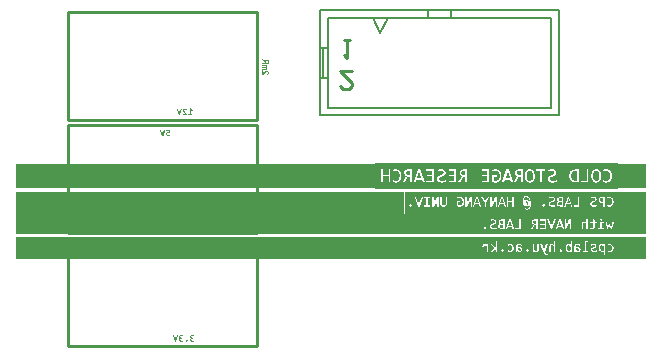
<source format=gbo>
G04 Layer_Color=32896*
%FSLAX23Y23*%
%MOIN*%
G70*
G01*
G75*
%ADD23C,0.010*%
%ADD31C,0.008*%
%ADD32C,0.006*%
%ADD48R,1.199X0.075*%
%ADD49R,1.199X0.141*%
%ADD50R,1.199X0.084*%
%ADD51R,0.097X0.075*%
%ADD52R,0.097X0.141*%
%ADD53R,0.097X0.084*%
%ADD54R,0.346X0.066*%
%ADD55R,0.342X0.075*%
%ADD56R,0.098X0.075*%
G36*
X2700Y3785D02*
X2695D01*
X2694Y3785D01*
X2694Y3785D01*
X2694Y3785D01*
X2693Y3785D01*
X2693Y3785D01*
X2693Y3785D01*
X2693Y3785D01*
X2692Y3785D01*
X2692Y3784D01*
X2692Y3784D01*
X2692Y3784D01*
X2692Y3784D01*
X2692Y3784D01*
X2692Y3784D01*
X2692D01*
X2691Y3784D01*
X2691Y3784D01*
X2691Y3784D01*
X2691Y3783D01*
X2691Y3783D01*
X2691Y3783D01*
X2690Y3782D01*
X2690Y3782D01*
X2690Y3782D01*
X2690Y3782D01*
Y3782D01*
Y3782D01*
Y3782D01*
X2690Y3781D01*
X2690Y3781D01*
X2690Y3781D01*
X2691Y3780D01*
X2691Y3780D01*
X2691Y3780D01*
X2691Y3779D01*
X2691Y3779D01*
X2692Y3779D01*
X2692Y3779D01*
X2692Y3779D01*
X2692Y3779D01*
X2692Y3779D01*
X2692Y3779D01*
X2693Y3778D01*
X2693Y3778D01*
X2694Y3778D01*
X2694Y3778D01*
X2695Y3778D01*
X2695Y3778D01*
X2695D01*
X2695Y3778D01*
X2696D01*
X2696Y3778D01*
X2697Y3778D01*
X2697Y3778D01*
X2697Y3778D01*
X2698Y3778D01*
X2698D01*
X2698Y3778D01*
X2698D01*
X2698Y3778D01*
X2699Y3778D01*
X2699Y3778D01*
X2699Y3778D01*
X2700Y3778D01*
X2700Y3779D01*
X2700Y3779D01*
X2700D01*
Y3775D01*
X2700Y3775D01*
X2699Y3775D01*
X2699Y3775D01*
X2699D01*
X2699Y3775D01*
X2699D01*
X2699Y3775D01*
X2698Y3775D01*
X2698D01*
X2698Y3775D01*
X2698Y3775D01*
X2698D01*
X2697Y3775D01*
X2697Y3775D01*
X2697D01*
X2697Y3775D01*
X2697D01*
X2696Y3775D01*
X2696D01*
X2696Y3775D01*
X2696D01*
X2695Y3775D01*
X2694Y3775D01*
X2694Y3775D01*
X2693Y3775D01*
X2693Y3775D01*
X2693Y3775D01*
X2693Y3775D01*
X2692Y3775D01*
X2692Y3775D01*
X2692Y3775D01*
X2692Y3775D01*
X2692Y3775D01*
X2692D01*
X2691Y3775D01*
X2691Y3776D01*
X2690Y3776D01*
X2690Y3776D01*
X2689Y3776D01*
X2689Y3776D01*
X2689Y3776D01*
X2689Y3776D01*
X2689Y3776D01*
X2689Y3776D01*
X2689Y3777D01*
X2689D01*
X2688Y3777D01*
X2688Y3777D01*
X2688Y3778D01*
X2687Y3778D01*
X2687Y3778D01*
X2687Y3779D01*
X2687Y3779D01*
X2687Y3779D01*
X2687Y3779D01*
Y3779D01*
X2687Y3779D01*
X2686Y3780D01*
X2686Y3780D01*
X2686Y3781D01*
X2686Y3781D01*
X2686Y3781D01*
X2686Y3781D01*
X2686Y3782D01*
Y3782D01*
Y3782D01*
Y3782D01*
Y3782D01*
X2686Y3783D01*
X2686Y3783D01*
X2686Y3784D01*
X2686Y3784D01*
X2686Y3784D01*
X2687Y3784D01*
X2687Y3784D01*
X2687Y3785D01*
X2687Y3785D01*
X2687Y3785D01*
X2687Y3785D01*
X2687Y3785D01*
Y3785D01*
X2687Y3785D01*
X2687Y3786D01*
X2688Y3786D01*
X2688Y3786D01*
X2688Y3787D01*
X2688Y3787D01*
X2688Y3787D01*
X2689Y3787D01*
X2689Y3787D01*
X2689D01*
X2689Y3787D01*
X2689Y3787D01*
X2690Y3788D01*
X2690Y3788D01*
X2691Y3788D01*
X2691Y3788D01*
X2691Y3788D01*
X2691Y3788D01*
X2691D01*
X2691Y3788D01*
X2691D01*
X2692Y3788D01*
X2692Y3788D01*
X2693Y3788D01*
X2693Y3788D01*
X2694Y3788D01*
X2694D01*
X2694Y3788D01*
X2696D01*
Y3793D01*
X2687D01*
Y3796D01*
X2700D01*
Y3785D01*
D02*
G37*
G36*
X2678Y3775D02*
X2672D01*
X2666Y3796D01*
X2670D01*
X2674Y3784D01*
X2675Y3779D01*
X2676Y3784D01*
X2680Y3796D01*
X2684D01*
X2678Y3775D01*
D02*
G37*
G36*
X2738Y3112D02*
X2738D01*
X2738Y3112D01*
X2738D01*
X2738Y3112D01*
X2738D01*
X2739Y3112D01*
X2739Y3112D01*
X2739Y3112D01*
X2740Y3112D01*
X2740Y3112D01*
X2740Y3112D01*
X2740D01*
X2740Y3111D01*
X2741Y3111D01*
X2741Y3111D01*
X2741Y3111D01*
X2741Y3111D01*
X2741Y3111D01*
X2741D01*
X2742Y3111D01*
X2742Y3111D01*
X2742Y3111D01*
X2742Y3111D01*
X2742Y3111D01*
X2743Y3111D01*
X2743Y3111D01*
Y3107D01*
X2742Y3108D01*
X2742Y3108D01*
X2741Y3108D01*
X2741Y3108D01*
X2740Y3108D01*
X2740Y3108D01*
X2740Y3108D01*
X2740Y3108D01*
X2740Y3108D01*
X2740D01*
X2740Y3108D01*
X2739Y3108D01*
X2739Y3108D01*
X2738Y3108D01*
X2738D01*
X2738Y3108D01*
X2737D01*
X2737Y3108D01*
X2736Y3108D01*
X2736Y3108D01*
X2736Y3108D01*
X2735Y3108D01*
X2735Y3108D01*
X2735Y3108D01*
X2735Y3108D01*
X2735Y3107D01*
X2734Y3107D01*
X2734Y3107D01*
X2734Y3106D01*
X2734Y3106D01*
X2734Y3106D01*
X2734Y3106D01*
Y3106D01*
Y3106D01*
Y3106D01*
X2734Y3105D01*
X2734Y3105D01*
X2734Y3105D01*
X2734Y3105D01*
X2734Y3105D01*
X2734Y3105D01*
Y3104D01*
X2734Y3104D01*
X2734Y3104D01*
X2735Y3104D01*
X2735Y3104D01*
X2735Y3104D01*
X2735Y3104D01*
X2735Y3104D01*
X2735Y3103D01*
X2735Y3103D01*
X2735Y3103D01*
X2736Y3103D01*
X2736Y3103D01*
X2736Y3103D01*
X2736Y3103D01*
X2736Y3103D01*
X2736Y3103D01*
X2737Y3103D01*
X2737Y3103D01*
X2737Y3103D01*
X2738Y3103D01*
X2738D01*
X2738Y3103D01*
X2741D01*
Y3100D01*
X2738D01*
X2737Y3099D01*
X2737Y3099D01*
X2737Y3099D01*
X2736Y3099D01*
X2736Y3099D01*
X2736Y3099D01*
X2736Y3099D01*
X2736Y3099D01*
X2735Y3099D01*
X2735Y3099D01*
X2735Y3099D01*
X2735Y3099D01*
X2734Y3099D01*
X2734Y3099D01*
X2734Y3099D01*
X2734Y3099D01*
X2734Y3098D01*
X2734Y3098D01*
X2734Y3098D01*
X2733Y3098D01*
X2733Y3098D01*
X2733Y3098D01*
X2733Y3098D01*
X2733Y3097D01*
X2733Y3097D01*
X2733Y3097D01*
X2733Y3097D01*
X2733Y3097D01*
X2733Y3097D01*
Y3096D01*
Y3096D01*
X2733Y3096D01*
X2733Y3096D01*
X2733Y3096D01*
X2733Y3095D01*
X2733Y3095D01*
X2733Y3095D01*
X2733Y3095D01*
X2733Y3095D01*
X2733Y3095D01*
X2734Y3095D01*
X2734Y3094D01*
X2734Y3094D01*
X2734Y3094D01*
X2734Y3094D01*
X2734Y3094D01*
X2734Y3094D01*
X2734Y3094D01*
X2735Y3094D01*
X2735Y3094D01*
X2735Y3093D01*
X2735Y3093D01*
X2736Y3093D01*
X2736Y3093D01*
X2736Y3093D01*
X2736D01*
X2736Y3093D01*
X2737Y3093D01*
X2737Y3093D01*
X2737Y3093D01*
X2738D01*
X2738Y3093D01*
X2739D01*
X2739Y3093D01*
X2740Y3093D01*
X2740Y3093D01*
X2740D01*
X2740Y3093D01*
X2741D01*
X2741Y3093D01*
X2741D01*
X2741Y3093D01*
X2742Y3093D01*
X2742Y3093D01*
X2742Y3093D01*
X2743Y3093D01*
X2743Y3093D01*
X2743Y3093D01*
X2743D01*
Y3090D01*
X2743Y3090D01*
X2742Y3090D01*
X2742Y3090D01*
X2742D01*
X2742Y3090D01*
X2742D01*
X2742Y3090D01*
X2742Y3090D01*
X2741D01*
X2741Y3090D01*
X2741D01*
X2740Y3090D01*
X2740Y3090D01*
X2740D01*
X2740Y3090D01*
X2740D01*
X2739Y3090D01*
X2739D01*
X2739Y3090D01*
X2739D01*
X2738Y3090D01*
X2737Y3090D01*
X2737Y3090D01*
X2736Y3090D01*
X2736Y3090D01*
X2736Y3090D01*
X2735Y3090D01*
X2735Y3090D01*
X2735Y3090D01*
X2735Y3090D01*
X2735Y3090D01*
X2734Y3090D01*
X2734Y3090D01*
X2734Y3090D01*
X2734D01*
X2734Y3090D01*
X2733Y3091D01*
X2732Y3091D01*
X2732Y3091D01*
X2732Y3091D01*
X2732Y3091D01*
X2731Y3091D01*
X2731Y3091D01*
X2731Y3091D01*
X2731Y3091D01*
X2731Y3092D01*
X2731D01*
X2731Y3092D01*
X2730Y3092D01*
X2730Y3093D01*
X2730Y3093D01*
X2730Y3093D01*
X2729Y3093D01*
X2729Y3094D01*
X2729Y3094D01*
X2729Y3094D01*
Y3094D01*
X2729Y3094D01*
X2729Y3095D01*
X2729Y3095D01*
X2729Y3096D01*
X2729Y3096D01*
Y3096D01*
X2729Y3096D01*
Y3096D01*
Y3096D01*
Y3096D01*
Y3097D01*
X2729Y3097D01*
X2729Y3097D01*
X2729Y3098D01*
X2729Y3098D01*
X2729Y3098D01*
X2729Y3098D01*
X2729Y3098D01*
X2729Y3098D01*
X2729Y3099D01*
X2729Y3099D01*
X2729Y3099D01*
X2730Y3099D01*
X2730Y3100D01*
X2730Y3100D01*
X2730Y3100D01*
X2730Y3100D01*
X2730Y3100D01*
X2730Y3100D01*
X2731Y3100D01*
X2731Y3101D01*
X2731Y3101D01*
X2731Y3101D01*
X2731Y3101D01*
X2731Y3101D01*
X2732Y3101D01*
X2732Y3101D01*
X2732Y3101D01*
X2733Y3101D01*
X2733Y3101D01*
X2733Y3101D01*
X2733Y3101D01*
X2733D01*
X2733Y3102D01*
X2732Y3102D01*
X2732Y3102D01*
X2731Y3103D01*
X2731Y3103D01*
X2731Y3103D01*
X2731Y3103D01*
X2731Y3103D01*
X2731Y3103D01*
Y3103D01*
X2730Y3104D01*
X2730Y3104D01*
X2730Y3105D01*
X2730Y3105D01*
X2730Y3105D01*
X2730Y3106D01*
X2730Y3106D01*
Y3106D01*
X2730Y3106D01*
Y3106D01*
Y3106D01*
Y3106D01*
X2730Y3107D01*
X2730Y3107D01*
X2730Y3108D01*
X2730Y3108D01*
X2730Y3108D01*
X2730Y3108D01*
X2730Y3109D01*
X2730Y3109D01*
X2731Y3109D01*
X2731Y3109D01*
X2731Y3110D01*
X2731Y3110D01*
X2731Y3110D01*
X2732Y3110D01*
X2732Y3110D01*
X2732Y3110D01*
X2732Y3111D01*
X2732Y3111D01*
X2733Y3111D01*
X2733Y3111D01*
X2734Y3111D01*
X2734Y3111D01*
X2734Y3111D01*
X2734Y3111D01*
X2734Y3111D01*
X2734D01*
X2734Y3111D01*
X2735Y3112D01*
X2736Y3112D01*
X2736Y3112D01*
X2736Y3112D01*
X2737D01*
X2737Y3112D01*
X2738D01*
X2738Y3112D01*
D02*
G37*
G36*
X2775D02*
X2775D01*
X2775Y3112D01*
X2775D01*
X2775Y3112D01*
X2775D01*
X2776Y3112D01*
X2776Y3112D01*
X2776Y3112D01*
X2776Y3112D01*
X2777Y3112D01*
X2777Y3112D01*
X2777D01*
X2777Y3111D01*
X2777Y3111D01*
X2778Y3111D01*
X2778Y3111D01*
X2778Y3111D01*
X2778Y3111D01*
X2778D01*
X2779Y3111D01*
X2779Y3111D01*
X2779Y3111D01*
X2779Y3111D01*
X2779Y3111D01*
X2779Y3111D01*
X2779Y3111D01*
Y3107D01*
X2779Y3108D01*
X2778Y3108D01*
X2778Y3108D01*
X2778Y3108D01*
X2777Y3108D01*
X2777Y3108D01*
X2777Y3108D01*
X2777Y3108D01*
X2777Y3108D01*
X2777D01*
X2776Y3108D01*
X2776Y3108D01*
X2776Y3108D01*
X2775Y3108D01*
X2775D01*
X2775Y3108D01*
X2774D01*
X2774Y3108D01*
X2773Y3108D01*
X2773Y3108D01*
X2772Y3108D01*
X2772Y3108D01*
X2772Y3108D01*
X2772Y3108D01*
X2772Y3108D01*
X2771Y3107D01*
X2771Y3107D01*
X2771Y3107D01*
X2771Y3106D01*
X2771Y3106D01*
X2771Y3106D01*
X2771Y3106D01*
Y3106D01*
Y3106D01*
Y3106D01*
X2771Y3105D01*
X2771Y3105D01*
X2771Y3105D01*
X2771Y3105D01*
X2771Y3105D01*
X2771Y3105D01*
Y3104D01*
X2771Y3104D01*
X2771Y3104D01*
X2771Y3104D01*
X2771Y3104D01*
X2772Y3104D01*
X2772Y3104D01*
X2772Y3104D01*
X2772Y3103D01*
X2772Y3103D01*
X2772Y3103D01*
X2772Y3103D01*
X2773Y3103D01*
X2773Y3103D01*
X2773Y3103D01*
X2773Y3103D01*
X2773Y3103D01*
X2773Y3103D01*
X2774Y3103D01*
X2774Y3103D01*
X2775Y3103D01*
X2775D01*
X2775Y3103D01*
X2777D01*
Y3100D01*
X2775D01*
X2774Y3099D01*
X2774Y3099D01*
X2773Y3099D01*
X2773Y3099D01*
X2773Y3099D01*
X2773Y3099D01*
X2773Y3099D01*
X2772Y3099D01*
X2772Y3099D01*
X2772Y3099D01*
X2772Y3099D01*
X2771Y3099D01*
X2771Y3099D01*
X2771Y3099D01*
X2771Y3099D01*
X2771Y3099D01*
X2771Y3098D01*
X2770Y3098D01*
X2770Y3098D01*
X2770Y3098D01*
X2770Y3098D01*
X2770Y3098D01*
X2770Y3098D01*
X2770Y3097D01*
X2770Y3097D01*
X2770Y3097D01*
X2770Y3097D01*
X2770Y3097D01*
X2770Y3097D01*
Y3096D01*
Y3096D01*
X2770Y3096D01*
X2770Y3096D01*
X2770Y3096D01*
X2770Y3095D01*
X2770Y3095D01*
X2770Y3095D01*
X2770Y3095D01*
X2770Y3095D01*
X2770Y3095D01*
X2770Y3095D01*
X2771Y3094D01*
X2771Y3094D01*
X2771Y3094D01*
X2771Y3094D01*
X2771Y3094D01*
X2771Y3094D01*
X2771Y3094D01*
X2772Y3094D01*
X2772Y3094D01*
X2772Y3093D01*
X2772Y3093D01*
X2773Y3093D01*
X2773Y3093D01*
X2773Y3093D01*
X2773D01*
X2773Y3093D01*
X2773Y3093D01*
X2774Y3093D01*
X2774Y3093D01*
X2775D01*
X2775Y3093D01*
X2776D01*
X2776Y3093D01*
X2776Y3093D01*
X2777Y3093D01*
X2777D01*
X2777Y3093D01*
X2777D01*
X2778Y3093D01*
X2778D01*
X2778Y3093D01*
X2779Y3093D01*
X2779Y3093D01*
X2779Y3093D01*
X2780Y3093D01*
X2780Y3093D01*
X2780Y3093D01*
X2780D01*
Y3090D01*
X2780Y3090D01*
X2779Y3090D01*
X2779Y3090D01*
X2779D01*
X2779Y3090D01*
X2779D01*
X2779Y3090D01*
X2778Y3090D01*
X2778D01*
X2778Y3090D01*
X2778D01*
X2777Y3090D01*
X2777Y3090D01*
X2777D01*
X2777Y3090D01*
X2777D01*
X2776Y3090D01*
X2776D01*
X2776Y3090D01*
X2775D01*
X2774Y3090D01*
X2774Y3090D01*
X2774Y3090D01*
X2773Y3090D01*
X2773Y3090D01*
X2773Y3090D01*
X2772Y3090D01*
X2772Y3090D01*
X2772Y3090D01*
X2772Y3090D01*
X2771Y3090D01*
X2771Y3090D01*
X2771Y3090D01*
X2771Y3090D01*
X2771D01*
X2770Y3090D01*
X2770Y3091D01*
X2769Y3091D01*
X2769Y3091D01*
X2769Y3091D01*
X2768Y3091D01*
X2768Y3091D01*
X2768Y3091D01*
X2768Y3091D01*
X2768Y3091D01*
X2768Y3092D01*
X2768D01*
X2768Y3092D01*
X2767Y3092D01*
X2767Y3093D01*
X2767Y3093D01*
X2766Y3093D01*
X2766Y3093D01*
X2766Y3094D01*
X2766Y3094D01*
X2766Y3094D01*
Y3094D01*
X2766Y3094D01*
X2766Y3095D01*
X2766Y3095D01*
X2766Y3096D01*
X2766Y3096D01*
Y3096D01*
X2766Y3096D01*
Y3096D01*
Y3096D01*
Y3096D01*
Y3097D01*
X2766Y3097D01*
X2766Y3097D01*
X2766Y3098D01*
X2766Y3098D01*
X2766Y3098D01*
X2766Y3098D01*
X2766Y3098D01*
X2766Y3098D01*
X2766Y3099D01*
X2766Y3099D01*
X2766Y3099D01*
X2766Y3099D01*
X2767Y3100D01*
X2767Y3100D01*
X2767Y3100D01*
X2767Y3100D01*
X2767Y3100D01*
X2767Y3100D01*
X2768Y3100D01*
X2768Y3101D01*
X2768Y3101D01*
X2768Y3101D01*
X2768Y3101D01*
X2768Y3101D01*
X2769Y3101D01*
X2769Y3101D01*
X2769Y3101D01*
X2769Y3101D01*
X2770Y3101D01*
X2770Y3101D01*
X2770Y3101D01*
X2770D01*
X2770Y3102D01*
X2769Y3102D01*
X2769Y3102D01*
X2768Y3103D01*
X2768Y3103D01*
X2768Y3103D01*
X2768Y3103D01*
X2768Y3103D01*
X2768Y3103D01*
Y3103D01*
X2767Y3104D01*
X2767Y3104D01*
X2767Y3105D01*
X2767Y3105D01*
X2767Y3105D01*
X2767Y3106D01*
X2767Y3106D01*
Y3106D01*
X2767Y3106D01*
Y3106D01*
Y3106D01*
Y3106D01*
X2767Y3107D01*
X2767Y3107D01*
X2767Y3108D01*
X2767Y3108D01*
X2767Y3108D01*
X2767Y3108D01*
X2767Y3109D01*
X2767Y3109D01*
X2767Y3109D01*
X2768Y3109D01*
X2768Y3110D01*
X2768Y3110D01*
X2768Y3110D01*
X2768Y3110D01*
X2769Y3110D01*
X2769Y3110D01*
X2769Y3111D01*
X2769Y3111D01*
X2770Y3111D01*
X2770Y3111D01*
X2770Y3111D01*
X2771Y3111D01*
X2771Y3111D01*
X2771Y3111D01*
X2771Y3111D01*
X2771D01*
X2771Y3111D01*
X2772Y3112D01*
X2772Y3112D01*
X2773Y3112D01*
X2773Y3112D01*
X2773D01*
X2774Y3112D01*
X2774D01*
X2775Y3112D01*
D02*
G37*
G36*
X4193Y3364D02*
X3726D01*
Y3439D01*
X4193D01*
Y3364D01*
D02*
G37*
G36*
Y3449D02*
X3730D01*
Y3515D01*
X4193D01*
Y3449D01*
D02*
G37*
G36*
Y3515D02*
X3482D01*
Y3590D01*
X4193D01*
Y3515D01*
D02*
G37*
G36*
Y3600D02*
X3384D01*
Y3684D01*
X4193D01*
Y3600D01*
D02*
G37*
G36*
X2734Y3845D02*
X2728D01*
X2722Y3866D01*
X2726D01*
X2729Y3854D01*
X2731Y3849D01*
X2732Y3854D01*
X2735Y3866D01*
X2740D01*
X2734Y3845D01*
D02*
G37*
G36*
X3011Y3985D02*
X3014Y3988D01*
X3014Y3988D01*
X3014Y3989D01*
X3015Y3989D01*
X3015Y3989D01*
X3015Y3990D01*
X3016Y3990D01*
X3016Y3990D01*
X3016Y3990D01*
X3016D01*
X3016Y3990D01*
X3017Y3991D01*
X3017Y3991D01*
X3017Y3991D01*
X3018Y3991D01*
X3018Y3991D01*
X3018Y3991D01*
X3018Y3992D01*
X3018D01*
X3018Y3992D01*
X3019Y3992D01*
X3019Y3992D01*
X3019Y3992D01*
X3020Y3992D01*
X3020Y3992D01*
X3020Y3992D01*
X3020Y3992D01*
X3020Y3993D01*
X3020D01*
X3020Y3993D01*
X3021Y3993D01*
X3021Y3993D01*
X3022Y3993D01*
X3022Y3993D01*
X3022Y3993D01*
X3022D01*
X3023Y3993D01*
X3024Y3993D01*
X3024Y3993D01*
X3024Y3993D01*
X3025Y3993D01*
X3025Y3992D01*
X3025Y3992D01*
X3025Y3992D01*
X3025Y3992D01*
X3025Y3992D01*
X3025D01*
X3026Y3992D01*
X3026Y3992D01*
X3026Y3992D01*
X3027Y3991D01*
X3027Y3991D01*
X3027Y3991D01*
X3027Y3991D01*
X3027Y3991D01*
X3027Y3991D01*
X3028Y3990D01*
X3028Y3990D01*
X3028Y3990D01*
X3028Y3989D01*
X3028Y3989D01*
X3028Y3989D01*
X3028Y3989D01*
X3028Y3989D01*
Y3989D01*
X3028Y3988D01*
X3029Y3988D01*
X3029Y3987D01*
X3029Y3987D01*
X3029Y3986D01*
Y3986D01*
X3029Y3986D01*
Y3986D01*
Y3986D01*
Y3986D01*
Y3986D01*
X3029Y3985D01*
X3029Y3984D01*
X3028Y3984D01*
X3028Y3984D01*
X3028Y3983D01*
X3028Y3983D01*
X3028Y3983D01*
X3028Y3983D01*
X3028Y3982D01*
X3028Y3982D01*
X3028Y3982D01*
X3028Y3982D01*
Y3982D01*
X3028Y3981D01*
X3027Y3981D01*
X3027Y3980D01*
X3027Y3980D01*
X3026Y3980D01*
X3026Y3980D01*
X3026Y3979D01*
X3026Y3979D01*
X3026Y3979D01*
X3026Y3979D01*
X3026Y3979D01*
X3026Y3979D01*
X3023Y3981D01*
X3024Y3981D01*
X3024Y3982D01*
X3024Y3982D01*
X3024Y3982D01*
X3024Y3983D01*
X3025Y3983D01*
X3025Y3983D01*
X3025Y3983D01*
Y3983D01*
X3025Y3984D01*
X3025Y3984D01*
X3025Y3984D01*
X3025Y3985D01*
X3025Y3985D01*
X3025Y3985D01*
Y3985D01*
Y3985D01*
Y3985D01*
Y3985D01*
Y3986D01*
X3025Y3986D01*
X3025Y3986D01*
X3025Y3986D01*
X3025Y3987D01*
X3025Y3987D01*
X3025Y3987D01*
X3025Y3987D01*
X3025Y3987D01*
X3025Y3987D01*
X3025Y3987D01*
X3025Y3988D01*
X3024Y3988D01*
X3024Y3988D01*
X3024Y3988D01*
X3024Y3988D01*
X3024Y3988D01*
X3024Y3988D01*
X3024Y3988D01*
X3023Y3988D01*
X3023Y3988D01*
X3023D01*
X3023Y3988D01*
X3023Y3989D01*
X3023Y3989D01*
X3022Y3989D01*
X3022D01*
X3022Y3989D01*
X3021Y3989D01*
X3021Y3988D01*
X3021Y3988D01*
X3021Y3988D01*
X3021Y3988D01*
X3021D01*
X3020Y3988D01*
X3020Y3988D01*
X3020Y3988D01*
X3020Y3988D01*
X3020Y3988D01*
X3019Y3988D01*
X3019Y3988D01*
X3019Y3988D01*
X3019Y3988D01*
X3019Y3987D01*
X3018Y3987D01*
X3018Y3987D01*
X3018Y3987D01*
X3018Y3987D01*
X3017Y3986D01*
X3017Y3986D01*
X3017D01*
X3017Y3986D01*
X3017Y3986D01*
X3016Y3985D01*
X3016Y3985D01*
X3015Y3985D01*
X3015Y3985D01*
X3015Y3984D01*
X3015Y3984D01*
X3015Y3984D01*
X3015Y3984D01*
X3015Y3984D01*
X3010Y3979D01*
X3007D01*
Y3994D01*
X3011D01*
Y3985D01*
D02*
G37*
G36*
X3014Y4028D02*
X3015Y4028D01*
X3015Y4028D01*
X3015Y4027D01*
X3016Y4027D01*
X3016Y4027D01*
X3016Y4027D01*
X3016Y4027D01*
X3016Y4027D01*
X3017Y4026D01*
X3017Y4026D01*
X3017Y4026D01*
X3017Y4026D01*
X3017Y4026D01*
X3017Y4025D01*
X3017Y4025D01*
Y4025D01*
X3017Y4026D01*
X3017Y4026D01*
X3017Y4026D01*
X3018Y4027D01*
X3018Y4027D01*
X3018Y4027D01*
X3018Y4027D01*
X3018Y4027D01*
X3018Y4027D01*
X3018Y4028D01*
X3018Y4028D01*
X3018Y4028D01*
X3019Y4028D01*
X3019Y4029D01*
X3019Y4029D01*
X3019Y4029D01*
X3019Y4029D01*
X3019Y4029D01*
X3020Y4029D01*
X3020Y4029D01*
X3020Y4029D01*
X3020Y4030D01*
X3020Y4030D01*
X3020Y4030D01*
X3021Y4030D01*
X3021Y4030D01*
X3021Y4030D01*
X3022Y4030D01*
X3022Y4030D01*
X3022Y4030D01*
X3022D01*
X3023Y4030D01*
X3024Y4030D01*
X3024Y4030D01*
X3024Y4030D01*
X3025Y4030D01*
X3025Y4030D01*
X3025Y4029D01*
X3025Y4029D01*
X3025Y4029D01*
X3025Y4029D01*
X3025D01*
X3026Y4029D01*
X3026Y4029D01*
X3026Y4029D01*
X3027Y4028D01*
X3027Y4028D01*
X3027Y4028D01*
X3027Y4028D01*
X3027Y4028D01*
Y4028D01*
X3027Y4027D01*
X3028Y4027D01*
X3028Y4027D01*
X3028Y4026D01*
X3028Y4026D01*
X3028Y4026D01*
X3028Y4026D01*
X3028Y4026D01*
Y4025D01*
X3028Y4025D01*
Y4025D01*
X3028Y4025D01*
X3028Y4024D01*
X3028Y4024D01*
X3028Y4023D01*
X3028Y4023D01*
Y4023D01*
X3028Y4023D01*
Y4022D01*
Y4022D01*
Y4022D01*
Y4022D01*
Y4022D01*
Y4016D01*
X3007D01*
Y4020D01*
X3016D01*
Y4021D01*
X3016Y4021D01*
X3016Y4021D01*
X3016Y4022D01*
X3016Y4022D01*
X3016Y4022D01*
X3015Y4022D01*
X3015Y4022D01*
X3015Y4023D01*
X3015Y4023D01*
X3015Y4023D01*
X3015Y4023D01*
X3014Y4023D01*
X3014Y4024D01*
X3014Y4024D01*
X3014Y4024D01*
X3014Y4024D01*
X3014D01*
X3007Y4027D01*
Y4031D01*
X3014Y4028D01*
D02*
G37*
G36*
X3020Y4013D02*
X3020Y4013D01*
X3021Y4013D01*
X3021Y4013D01*
X3021Y4013D01*
X3021Y4013D01*
X3022Y4012D01*
X3022Y4012D01*
X3022Y4012D01*
X3022Y4012D01*
X3022Y4012D01*
X3023Y4012D01*
X3023Y4012D01*
X3023Y4012D01*
X3023D01*
X3023Y4012D01*
X3023Y4012D01*
X3023Y4011D01*
X3023Y4011D01*
X3024Y4011D01*
X3024Y4011D01*
X3024Y4010D01*
X3024Y4010D01*
X3024Y4010D01*
X3024Y4010D01*
X3024Y4009D01*
Y4009D01*
Y4009D01*
Y4009D01*
X3024Y4009D01*
X3024Y4009D01*
X3024Y4009D01*
X3024Y4008D01*
X3024Y4008D01*
X3024Y4008D01*
Y4008D01*
X3024Y4008D01*
X3024Y4008D01*
X3024Y4008D01*
X3023Y4007D01*
X3023Y4007D01*
X3023Y4007D01*
X3023Y4007D01*
X3023Y4007D01*
X3023Y4007D01*
X3023Y4007D01*
X3023Y4007D01*
X3022Y4007D01*
X3022Y4007D01*
X3022Y4006D01*
X3022Y4006D01*
X3022Y4006D01*
X3021Y4006D01*
X3021Y4006D01*
X3021Y4006D01*
X3021Y4006D01*
X3022Y4006D01*
X3022Y4006D01*
X3022Y4005D01*
X3023Y4005D01*
X3023Y4005D01*
X3023Y4005D01*
X3023Y4005D01*
X3023Y4005D01*
X3023Y4005D01*
X3024Y4004D01*
X3024Y4004D01*
X3024Y4004D01*
X3024Y4003D01*
X3024Y4003D01*
Y4003D01*
Y4003D01*
Y4003D01*
Y4003D01*
X3024Y4002D01*
X3024Y4002D01*
X3024Y4002D01*
X3024Y4002D01*
X3024Y4002D01*
X3024Y4002D01*
Y4002D01*
X3024Y4001D01*
X3024Y4001D01*
X3023Y4001D01*
X3023Y4001D01*
X3023Y4001D01*
X3023Y4001D01*
X3023Y4001D01*
X3023Y4000D01*
X3023Y4000D01*
X3023Y4000D01*
X3022Y4000D01*
X3022Y4000D01*
X3022Y4000D01*
X3022Y4000D01*
X3022Y4000D01*
X3021Y4000D01*
X3021Y3999D01*
X3021Y3999D01*
X3021Y3999D01*
X3024Y3999D01*
Y3996D01*
X3007D01*
Y4000D01*
X3018D01*
X3018Y4000D01*
X3018Y4000D01*
X3019Y4000D01*
X3019Y4000D01*
X3020Y4001D01*
X3020Y4001D01*
X3020Y4001D01*
X3020Y4001D01*
X3020Y4001D01*
X3020Y4001D01*
X3021Y4001D01*
X3021Y4001D01*
X3021Y4002D01*
X3021Y4002D01*
X3021Y4002D01*
Y4002D01*
Y4002D01*
X3021Y4002D01*
X3021Y4002D01*
X3021Y4002D01*
X3021Y4002D01*
X3021Y4003D01*
X3020Y4003D01*
X3020Y4003D01*
X3020Y4003D01*
X3020D01*
X3020Y4003D01*
X3020Y4003D01*
X3020D01*
X3019Y4003D01*
X3019D01*
X3019Y4003D01*
X3019Y4003D01*
X3007D01*
Y4006D01*
X3018D01*
X3018Y4006D01*
X3018Y4007D01*
X3019Y4007D01*
X3019Y4007D01*
X3020Y4007D01*
X3020Y4007D01*
X3020Y4007D01*
X3020Y4007D01*
X3020Y4007D01*
X3020Y4008D01*
X3021Y4008D01*
X3021Y4008D01*
X3021Y4008D01*
X3021Y4008D01*
X3021Y4008D01*
Y4008D01*
Y4008D01*
X3021Y4009D01*
X3021Y4009D01*
X3021Y4009D01*
X3021Y4009D01*
X3021Y4009D01*
X3020Y4009D01*
X3020Y4009D01*
X3020Y4009D01*
X3020D01*
X3020Y4009D01*
X3020Y4009D01*
X3020D01*
X3019Y4009D01*
X3019D01*
X3019Y4009D01*
X3019Y4009D01*
X3007D01*
Y4013D01*
X3019D01*
X3020Y4013D01*
D02*
G37*
G36*
X2755Y3096D02*
X2755Y3096D01*
X2756Y3096D01*
X2756Y3096D01*
X2756Y3096D01*
X2756Y3096D01*
X2756Y3096D01*
X2756Y3096D01*
X2757Y3095D01*
X2757Y3095D01*
X2757Y3095D01*
X2757Y3095D01*
X2757Y3095D01*
X2757Y3095D01*
X2757Y3095D01*
X2757Y3094D01*
X2758Y3094D01*
X2758Y3094D01*
X2758Y3094D01*
X2758Y3094D01*
X2758Y3094D01*
X2758Y3094D01*
X2758Y3093D01*
X2758Y3093D01*
Y3093D01*
X2758Y3093D01*
Y3093D01*
Y3093D01*
X2758Y3093D01*
X2758Y3092D01*
X2758Y3092D01*
X2758Y3092D01*
X2758Y3092D01*
X2758Y3092D01*
X2758Y3092D01*
Y3092D01*
X2757Y3091D01*
X2757Y3091D01*
X2757Y3091D01*
X2757Y3091D01*
X2757Y3091D01*
X2757Y3091D01*
X2757Y3091D01*
X2757Y3090D01*
X2756Y3090D01*
X2756Y3090D01*
X2756Y3090D01*
X2756Y3090D01*
X2756Y3090D01*
X2756Y3090D01*
X2756Y3090D01*
X2755Y3090D01*
X2755Y3090D01*
X2755Y3090D01*
X2755Y3090D01*
X2755D01*
X2754Y3090D01*
X2754Y3090D01*
X2754Y3090D01*
X2754Y3090D01*
X2754Y3090D01*
X2754Y3090D01*
X2753Y3090D01*
X2753D01*
X2753Y3090D01*
X2753Y3090D01*
X2753Y3090D01*
X2753Y3090D01*
X2753Y3091D01*
X2752Y3091D01*
X2752Y3091D01*
X2752Y3091D01*
X2752Y3091D01*
X2752Y3091D01*
X2752Y3091D01*
X2752Y3092D01*
Y3092D01*
X2752Y3092D01*
X2752Y3092D01*
X2752Y3092D01*
X2752Y3092D01*
Y3093D01*
X2752Y3093D01*
Y3093D01*
Y3093D01*
Y3093D01*
X2752Y3093D01*
X2752Y3094D01*
X2752Y3094D01*
X2752Y3094D01*
X2752Y3094D01*
X2752Y3094D01*
X2752Y3094D01*
X2752Y3094D01*
X2752Y3094D01*
X2752Y3095D01*
X2752Y3095D01*
X2752Y3095D01*
X2752Y3095D01*
X2752Y3095D01*
X2752Y3095D01*
X2753Y3095D01*
X2753Y3096D01*
X2753Y3096D01*
X2753Y3096D01*
X2753Y3096D01*
X2753Y3096D01*
X2754Y3096D01*
X2754Y3096D01*
X2754Y3096D01*
X2754Y3096D01*
X2754D01*
X2755Y3096D01*
X2755D01*
X2755Y3096D01*
D02*
G37*
G36*
X2720Y3090D02*
X2715D01*
X2709Y3111D01*
X2713D01*
X2716Y3099D01*
X2718Y3094D01*
X2719Y3099D01*
X2722Y3111D01*
X2727D01*
X2720Y3090D01*
D02*
G37*
G36*
X2775Y3863D02*
X2774Y3860D01*
X2769Y3862D01*
Y3849D01*
X2774D01*
Y3845D01*
X2760D01*
Y3849D01*
X2765D01*
Y3867D01*
X2768D01*
X2775Y3863D01*
D02*
G37*
G36*
X2750Y3867D02*
X2751Y3867D01*
X2752Y3866D01*
X2752Y3866D01*
X2752Y3866D01*
X2752Y3866D01*
X2753Y3866D01*
X2753Y3866D01*
X2753Y3866D01*
X2753Y3866D01*
X2753Y3866D01*
X2753Y3866D01*
X2753D01*
X2754Y3866D01*
X2755Y3865D01*
X2755Y3865D01*
X2756Y3865D01*
X2756Y3864D01*
X2756Y3864D01*
X2756Y3864D01*
X2756Y3864D01*
X2756Y3864D01*
X2756Y3864D01*
X2756Y3864D01*
X2756Y3864D01*
X2754Y3861D01*
X2754Y3862D01*
X2754Y3862D01*
X2753Y3862D01*
X2753Y3862D01*
X2753Y3862D01*
X2752Y3863D01*
X2752Y3863D01*
X2752Y3863D01*
X2752D01*
X2752Y3863D01*
X2751Y3863D01*
X2751Y3863D01*
X2751Y3863D01*
X2750Y3863D01*
X2750Y3863D01*
X2750D01*
X2749Y3863D01*
X2749Y3863D01*
X2749Y3863D01*
X2749Y3863D01*
X2749Y3863D01*
X2749Y3863D01*
X2749Y3863D01*
X2748Y3863D01*
X2748Y3863D01*
X2748Y3863D01*
X2748Y3863D01*
X2748Y3862D01*
X2748Y3862D01*
X2748Y3862D01*
X2748Y3862D01*
X2747Y3862D01*
X2747Y3862D01*
X2747Y3862D01*
X2747Y3861D01*
X2747Y3861D01*
Y3861D01*
X2747Y3861D01*
X2747Y3861D01*
X2747Y3861D01*
X2747Y3860D01*
Y3860D01*
Y3860D01*
Y3860D01*
X2747Y3860D01*
X2747Y3859D01*
X2747Y3859D01*
X2747Y3859D01*
X2747Y3859D01*
X2747Y3859D01*
Y3859D01*
X2747Y3858D01*
X2747Y3858D01*
X2747Y3858D01*
X2747Y3858D01*
X2748Y3858D01*
X2748Y3857D01*
X2748Y3857D01*
X2748Y3857D01*
X2748Y3857D01*
X2748Y3857D01*
X2748Y3856D01*
X2749Y3856D01*
X2749Y3856D01*
X2749Y3856D01*
X2749Y3855D01*
X2749Y3855D01*
Y3855D01*
X2749Y3855D01*
X2750Y3855D01*
X2750Y3854D01*
X2750Y3854D01*
X2751Y3853D01*
X2751Y3853D01*
X2751Y3853D01*
X2751Y3853D01*
X2751Y3853D01*
X2751Y3853D01*
X2751Y3853D01*
X2756Y3848D01*
Y3845D01*
X2742D01*
Y3849D01*
X2751D01*
X2748Y3852D01*
X2747Y3852D01*
X2747Y3852D01*
X2747Y3853D01*
X2746Y3853D01*
X2746Y3853D01*
X2746Y3854D01*
X2746Y3854D01*
X2746Y3854D01*
Y3854D01*
X2745Y3854D01*
X2745Y3855D01*
X2745Y3855D01*
X2744Y3855D01*
X2744Y3856D01*
X2744Y3856D01*
X2744Y3856D01*
X2744Y3856D01*
Y3856D01*
X2744Y3856D01*
X2743Y3857D01*
X2743Y3857D01*
X2743Y3857D01*
X2743Y3858D01*
X2743Y3858D01*
X2743Y3858D01*
X2743Y3858D01*
X2743Y3858D01*
Y3858D01*
X2743Y3858D01*
X2743Y3859D01*
X2743Y3859D01*
X2743Y3860D01*
X2743Y3860D01*
X2743Y3860D01*
Y3860D01*
Y3860D01*
Y3860D01*
Y3860D01*
X2743Y3861D01*
X2743Y3862D01*
X2743Y3862D01*
X2743Y3862D01*
X2743Y3863D01*
X2743Y3863D01*
X2743Y3863D01*
X2743Y3863D01*
X2743Y3863D01*
X2743Y3863D01*
Y3863D01*
X2743Y3864D01*
X2744Y3864D01*
X2744Y3864D01*
X2744Y3865D01*
X2744Y3865D01*
X2744Y3865D01*
X2744Y3865D01*
X2745Y3865D01*
X2745Y3865D01*
X2745Y3866D01*
X2746Y3866D01*
X2746Y3866D01*
X2746Y3866D01*
X2746Y3866D01*
X2747Y3866D01*
X2747Y3866D01*
X2747Y3866D01*
X2747D01*
X2747Y3866D01*
X2748Y3867D01*
X2748Y3867D01*
X2749Y3867D01*
X2749Y3867D01*
X2749D01*
X2749Y3867D01*
X2750D01*
X2750Y3867D01*
D02*
G37*
%LPC*%
G36*
X3506Y3664D02*
X3494D01*
X3493Y3664D01*
X3493D01*
X3492Y3664D01*
X3492D01*
X3491Y3664D01*
X3490Y3663D01*
X3489Y3663D01*
X3488Y3663D01*
X3488D01*
X3488Y3663D01*
X3487Y3663D01*
X3487Y3663D01*
X3487Y3663D01*
X3486Y3662D01*
X3485Y3662D01*
X3485Y3662D01*
X3484Y3661D01*
X3483Y3661D01*
X3483Y3660D01*
X3483Y3660D01*
X3483Y3660D01*
X3482Y3660D01*
X3482Y3659D01*
X3482Y3658D01*
X3481Y3658D01*
X3481Y3657D01*
Y3657D01*
X3481Y3657D01*
X3481Y3657D01*
X3481Y3656D01*
X3480Y3656D01*
X3480Y3655D01*
X3480Y3654D01*
X3480Y3653D01*
X3480Y3652D01*
Y3652D01*
Y3652D01*
X3480Y3652D01*
X3480Y3651D01*
X3480Y3651D01*
X3480Y3650D01*
X3480Y3649D01*
X3481Y3649D01*
X3481Y3649D01*
X3481Y3648D01*
X3481Y3648D01*
X3481Y3648D01*
X3481Y3647D01*
X3482Y3647D01*
X3482Y3646D01*
X3482Y3645D01*
X3482Y3645D01*
X3483Y3645D01*
X3483Y3645D01*
X3483Y3645D01*
X3484Y3644D01*
X3484Y3644D01*
X3485Y3643D01*
X3485Y3643D01*
X3485Y3643D01*
X3486Y3643D01*
X3486Y3642D01*
X3486Y3642D01*
X3487Y3642D01*
X3488Y3642D01*
X3488Y3641D01*
X3489Y3641D01*
X3489Y3641D01*
X3489Y3641D01*
X3488Y3641D01*
X3488Y3641D01*
X3488Y3640D01*
X3487Y3640D01*
X3487Y3640D01*
X3486Y3639D01*
X3486Y3639D01*
X3486Y3639D01*
X3486Y3638D01*
X3485Y3638D01*
X3485Y3637D01*
X3484Y3637D01*
X3484Y3636D01*
X3484Y3635D01*
X3477Y3621D01*
X3483D01*
X3490Y3635D01*
X3490Y3635D01*
X3490Y3635D01*
X3490Y3635D01*
X3490Y3635D01*
X3490Y3636D01*
X3491Y3636D01*
X3491Y3637D01*
X3491Y3637D01*
X3491Y3637D01*
X3491Y3637D01*
X3491Y3638D01*
X3492Y3638D01*
X3492Y3638D01*
X3493Y3639D01*
X3493Y3639D01*
X3493Y3639D01*
X3493Y3639D01*
X3493Y3639D01*
X3493Y3639D01*
X3494Y3639D01*
X3494Y3639D01*
X3495Y3640D01*
X3495D01*
X3495Y3640D01*
X3495Y3640D01*
X3495Y3640D01*
X3496Y3640D01*
X3496Y3640D01*
X3497Y3640D01*
X3500D01*
Y3621D01*
X3506D01*
Y3664D01*
D02*
G37*
G36*
X3534D02*
X3526D01*
X3512Y3621D01*
X3518D01*
X3521Y3630D01*
X3539D01*
X3542Y3621D01*
X3548D01*
X3534Y3664D01*
D02*
G37*
G36*
X3578D02*
X3554D01*
Y3659D01*
X3573D01*
Y3646D01*
X3555D01*
Y3641D01*
X3573D01*
Y3626D01*
X3554D01*
Y3621D01*
X3578D01*
Y3664D01*
D02*
G37*
G36*
X3602Y3664D02*
X3601D01*
X3601Y3664D01*
X3600D01*
X3600Y3664D01*
X3599D01*
X3599Y3664D01*
X3599Y3664D01*
X3598Y3664D01*
X3598Y3664D01*
X3597Y3664D01*
X3597D01*
X3597Y3664D01*
X3597D01*
X3596Y3664D01*
X3596Y3664D01*
X3595Y3664D01*
X3594Y3663D01*
X3594D01*
X3594Y3663D01*
X3594Y3663D01*
X3594Y3663D01*
X3593Y3663D01*
X3593Y3663D01*
X3592Y3663D01*
Y3658D01*
X3592D01*
X3592Y3658D01*
X3592Y3658D01*
X3592Y3658D01*
X3593Y3658D01*
X3593Y3658D01*
X3594Y3658D01*
X3594Y3658D01*
X3595Y3658D01*
X3596Y3659D01*
X3597Y3659D01*
X3597D01*
X3597Y3659D01*
X3598D01*
X3598Y3659D01*
X3599Y3659D01*
X3599Y3659D01*
X3600Y3659D01*
X3601Y3659D01*
X3603D01*
X3603Y3659D01*
X3603D01*
X3604Y3659D01*
X3604Y3659D01*
X3605Y3659D01*
X3606Y3659D01*
X3607Y3659D01*
X3608Y3658D01*
X3609Y3658D01*
X3609Y3658D01*
X3609D01*
X3609Y3657D01*
X3610Y3657D01*
X3610Y3657D01*
X3611Y3656D01*
X3611Y3656D01*
X3611Y3655D01*
X3612Y3654D01*
X3612Y3654D01*
X3612Y3653D01*
Y3653D01*
Y3653D01*
X3612Y3652D01*
X3612Y3652D01*
X3612Y3652D01*
X3611Y3651D01*
X3611Y3651D01*
X3611Y3650D01*
X3611Y3650D01*
X3611Y3650D01*
X3610Y3650D01*
X3610Y3649D01*
X3610Y3649D01*
X3609Y3649D01*
X3609Y3648D01*
X3608Y3648D01*
X3608Y3648D01*
X3608Y3648D01*
X3608Y3647D01*
X3607Y3647D01*
X3607Y3647D01*
X3606Y3647D01*
X3605Y3646D01*
X3605Y3646D01*
X3605D01*
X3605Y3646D01*
X3604Y3646D01*
X3604Y3646D01*
X3603Y3646D01*
X3603Y3645D01*
X3602Y3645D01*
X3601Y3645D01*
X3601Y3644D01*
X3600D01*
X3600Y3644D01*
X3600Y3644D01*
X3600Y3644D01*
X3599Y3644D01*
X3599Y3644D01*
X3598Y3643D01*
X3596Y3643D01*
X3596D01*
X3596Y3642D01*
X3596Y3642D01*
X3596Y3642D01*
X3595Y3642D01*
X3595Y3641D01*
X3594Y3641D01*
X3593Y3641D01*
X3593Y3640D01*
X3593Y3640D01*
X3593Y3640D01*
X3592Y3640D01*
X3592Y3639D01*
X3592Y3639D01*
X3591Y3638D01*
X3591Y3638D01*
X3590Y3637D01*
X3590Y3637D01*
X3590Y3637D01*
X3590Y3636D01*
X3590Y3636D01*
X3590Y3635D01*
X3589Y3634D01*
X3589Y3633D01*
X3589Y3632D01*
Y3632D01*
Y3632D01*
Y3632D01*
Y3632D01*
X3589Y3632D01*
Y3631D01*
X3589Y3631D01*
X3590Y3630D01*
X3590Y3629D01*
X3590Y3628D01*
X3591Y3627D01*
Y3627D01*
X3591Y3627D01*
X3591Y3627D01*
X3591Y3627D01*
X3591Y3626D01*
X3591Y3626D01*
X3592Y3625D01*
X3593Y3624D01*
X3593Y3624D01*
X3594Y3623D01*
X3594D01*
X3594Y3623D01*
X3594Y3623D01*
X3594Y3623D01*
X3595Y3623D01*
X3595Y3623D01*
X3596Y3622D01*
X3596Y3622D01*
X3597Y3622D01*
X3598Y3621D01*
X3599Y3621D01*
X3599D01*
X3600Y3621D01*
X3600Y3621D01*
X3600Y3621D01*
X3600Y3621D01*
X3601Y3621D01*
X3601Y3621D01*
X3601Y3621D01*
X3602Y3621D01*
X3602Y3620D01*
X3604Y3620D01*
X3605Y3620D01*
X3606Y3620D01*
X3607D01*
X3607Y3620D01*
X3608D01*
X3608Y3620D01*
X3610Y3620D01*
X3610D01*
X3610Y3620D01*
X3610D01*
X3611Y3621D01*
X3611Y3621D01*
X3612Y3621D01*
X3613Y3621D01*
X3613D01*
X3613Y3621D01*
X3614Y3621D01*
X3614Y3621D01*
X3614Y3621D01*
X3615Y3621D01*
X3616Y3621D01*
X3616D01*
X3616Y3621D01*
X3616Y3621D01*
X3617Y3621D01*
X3617Y3621D01*
X3618Y3622D01*
X3618Y3622D01*
Y3627D01*
X3618D01*
X3618Y3627D01*
X3618Y3627D01*
X3618Y3627D01*
X3618Y3627D01*
X3617Y3627D01*
X3617Y3627D01*
X3616Y3627D01*
X3615Y3626D01*
X3614Y3626D01*
X3613Y3626D01*
X3613D01*
X3613Y3626D01*
X3612Y3626D01*
X3612Y3626D01*
X3612Y3626D01*
X3611Y3626D01*
X3611Y3626D01*
X3610Y3626D01*
X3610Y3626D01*
X3609Y3625D01*
X3607Y3625D01*
X3606Y3625D01*
X3605D01*
X3605Y3625D01*
X3604D01*
X3604Y3625D01*
X3603Y3626D01*
X3602Y3626D01*
X3601Y3626D01*
X3601D01*
X3601Y3626D01*
X3600Y3626D01*
X3600Y3626D01*
X3599Y3626D01*
X3599Y3627D01*
X3598Y3627D01*
X3598Y3627D01*
X3598Y3627D01*
X3598Y3627D01*
X3597Y3627D01*
X3597Y3628D01*
X3597Y3628D01*
X3597Y3628D01*
X3596Y3629D01*
X3596Y3629D01*
X3596Y3629D01*
X3596Y3629D01*
X3596Y3630D01*
X3596Y3630D01*
X3596Y3630D01*
X3596Y3631D01*
X3595Y3632D01*
X3595Y3632D01*
Y3632D01*
Y3632D01*
X3595Y3633D01*
X3596Y3633D01*
X3596Y3634D01*
X3596Y3634D01*
X3596Y3635D01*
X3596Y3635D01*
X3596Y3635D01*
X3597Y3635D01*
X3597Y3635D01*
X3597Y3636D01*
X3597Y3636D01*
X3598Y3637D01*
X3598Y3637D01*
X3599Y3637D01*
X3599Y3637D01*
X3599Y3637D01*
X3600Y3638D01*
X3600Y3638D01*
X3601Y3638D01*
X3601Y3638D01*
X3602Y3639D01*
X3603Y3639D01*
X3603Y3639D01*
X3603Y3639D01*
X3603Y3639D01*
X3604Y3640D01*
X3604Y3640D01*
X3605Y3640D01*
X3606Y3640D01*
X3607Y3641D01*
X3607D01*
X3607Y3641D01*
X3607Y3641D01*
X3607Y3641D01*
X3608Y3641D01*
X3609Y3641D01*
X3609Y3642D01*
X3611Y3643D01*
X3611Y3643D01*
X3611Y3643D01*
X3611Y3643D01*
X3612Y3643D01*
X3613Y3644D01*
X3613Y3644D01*
X3614Y3644D01*
X3614Y3645D01*
X3614Y3645D01*
X3615Y3645D01*
X3615Y3645D01*
X3615Y3646D01*
X3616Y3646D01*
X3616Y3647D01*
X3616Y3647D01*
X3617Y3648D01*
Y3648D01*
X3617Y3648D01*
X3617Y3648D01*
X3617Y3649D01*
X3617Y3649D01*
X3618Y3650D01*
X3618Y3651D01*
X3618Y3652D01*
X3618Y3652D01*
Y3652D01*
Y3653D01*
Y3653D01*
Y3653D01*
X3618Y3653D01*
X3618Y3654D01*
X3618Y3655D01*
X3617Y3655D01*
X3617Y3656D01*
X3617Y3657D01*
Y3657D01*
X3617Y3657D01*
X3617Y3657D01*
X3617Y3658D01*
X3616Y3658D01*
X3616Y3659D01*
X3615Y3659D01*
X3615Y3660D01*
X3614Y3661D01*
X3614D01*
X3614Y3661D01*
X3614Y3661D01*
X3613Y3661D01*
X3613Y3662D01*
X3612Y3662D01*
X3611Y3662D01*
X3610Y3663D01*
X3609Y3663D01*
X3609D01*
X3609Y3663D01*
X3609Y3663D01*
X3609Y3663D01*
X3608Y3664D01*
X3608Y3664D01*
X3608Y3664D01*
X3607Y3664D01*
X3607Y3664D01*
X3606Y3664D01*
X3605Y3664D01*
X3603Y3664D01*
X3602Y3664D01*
D02*
G37*
G36*
X3845Y3572D02*
X3840D01*
Y3559D01*
X3827D01*
Y3572D01*
X3823D01*
Y3540D01*
X3827D01*
Y3555D01*
X3840D01*
Y3540D01*
X3845D01*
Y3572D01*
D02*
G37*
G36*
X3899Y3664D02*
X3898D01*
X3898Y3664D01*
X3898D01*
X3897Y3664D01*
X3897Y3664D01*
X3896Y3664D01*
X3895Y3664D01*
X3894Y3664D01*
X3893Y3663D01*
X3891Y3663D01*
X3891D01*
X3891Y3663D01*
X3891Y3663D01*
X3891Y3663D01*
X3891Y3662D01*
X3890Y3662D01*
X3890Y3662D01*
X3889Y3661D01*
X3888Y3660D01*
X3887Y3659D01*
X3886Y3658D01*
X3886Y3658D01*
X3886Y3658D01*
X3886Y3658D01*
X3886Y3658D01*
X3886Y3658D01*
X3886Y3657D01*
X3885Y3657D01*
X3885Y3657D01*
X3885Y3656D01*
X3885Y3656D01*
X3884Y3654D01*
X3884Y3653D01*
X3883Y3652D01*
Y3652D01*
X3883Y3651D01*
X3883Y3651D01*
X3883Y3651D01*
X3883Y3650D01*
X3883Y3650D01*
X3883Y3650D01*
X3883Y3649D01*
X3883Y3648D01*
X3883Y3648D01*
X3882Y3647D01*
X3882Y3646D01*
X3882Y3644D01*
X3882Y3643D01*
Y3642D01*
Y3642D01*
Y3642D01*
Y3642D01*
X3882Y3641D01*
X3882Y3640D01*
X3882Y3640D01*
X3882Y3639D01*
X3883Y3638D01*
X3883Y3638D01*
X3883Y3636D01*
X3883Y3634D01*
X3884Y3633D01*
Y3633D01*
X3884Y3632D01*
X3884Y3632D01*
X3884Y3632D01*
X3884Y3632D01*
X3884Y3631D01*
X3884Y3631D01*
X3885Y3630D01*
X3885Y3629D01*
X3886Y3628D01*
X3887Y3627D01*
X3887Y3626D01*
X3887Y3626D01*
X3887Y3625D01*
X3888Y3625D01*
X3888Y3625D01*
X3888Y3625D01*
X3888Y3625D01*
X3889Y3624D01*
X3890Y3623D01*
X3891Y3623D01*
X3892Y3622D01*
X3893Y3622D01*
X3893D01*
X3893Y3622D01*
X3893Y3621D01*
X3893Y3621D01*
X3894Y3621D01*
X3894Y3621D01*
X3894Y3621D01*
X3895Y3621D01*
X3896Y3621D01*
X3897Y3620D01*
X3898Y3620D01*
X3899Y3620D01*
X3900D01*
X3900Y3620D01*
X3900D01*
X3901Y3620D01*
X3901Y3620D01*
X3902Y3620D01*
X3903Y3621D01*
X3904Y3621D01*
X3905Y3621D01*
X3906Y3622D01*
X3907D01*
X3907Y3622D01*
X3907Y3622D01*
X3907Y3622D01*
X3907Y3622D01*
X3908Y3622D01*
X3908Y3623D01*
X3909Y3623D01*
X3910Y3624D01*
X3911Y3625D01*
X3912Y3626D01*
Y3626D01*
X3912Y3626D01*
X3912Y3626D01*
X3912Y3627D01*
X3912Y3627D01*
X3912Y3627D01*
X3912Y3628D01*
X3913Y3628D01*
X3913Y3628D01*
X3913Y3629D01*
X3914Y3630D01*
X3914Y3631D01*
X3915Y3633D01*
Y3633D01*
X3915Y3633D01*
X3915Y3633D01*
X3915Y3634D01*
X3915Y3634D01*
X3915Y3634D01*
X3915Y3635D01*
X3915Y3636D01*
X3915Y3636D01*
X3915Y3637D01*
X3915Y3638D01*
X3915Y3638D01*
X3915Y3640D01*
X3916Y3642D01*
Y3642D01*
Y3642D01*
Y3643D01*
X3915Y3643D01*
Y3643D01*
X3915Y3644D01*
X3915Y3645D01*
X3915Y3645D01*
X3915Y3646D01*
X3915Y3647D01*
X3915Y3649D01*
X3915Y3650D01*
X3914Y3652D01*
Y3652D01*
X3914Y3652D01*
X3914Y3652D01*
X3914Y3653D01*
X3914Y3653D01*
X3914Y3653D01*
X3913Y3654D01*
X3913Y3654D01*
X3913Y3655D01*
X3912Y3657D01*
X3911Y3658D01*
X3911Y3659D01*
X3910Y3659D01*
X3910Y3659D01*
X3910Y3659D01*
X3910Y3659D01*
X3910Y3660D01*
X3910Y3660D01*
X3909Y3660D01*
X3908Y3661D01*
X3907Y3662D01*
X3906Y3662D01*
X3905Y3663D01*
X3905D01*
X3905Y3663D01*
X3905Y3663D01*
X3905Y3663D01*
X3904Y3663D01*
X3904Y3663D01*
X3904Y3664D01*
X3903Y3664D01*
X3902Y3664D01*
X3901Y3664D01*
X3900Y3664D01*
X3899Y3664D01*
D02*
G37*
G36*
X4120D02*
X4120D01*
X4119Y3664D01*
X4119D01*
X4119Y3664D01*
X4118Y3664D01*
X4118Y3664D01*
X4117Y3664D01*
X4115Y3664D01*
X4114Y3663D01*
X4113Y3663D01*
X4113D01*
X4113Y3663D01*
X4113Y3663D01*
X4112Y3663D01*
X4112Y3662D01*
X4112Y3662D01*
X4111Y3662D01*
X4110Y3661D01*
X4110Y3660D01*
X4109Y3659D01*
X4108Y3658D01*
X4108Y3658D01*
X4108Y3658D01*
X4108Y3658D01*
X4108Y3658D01*
X4107Y3658D01*
X4107Y3657D01*
X4107Y3657D01*
X4107Y3657D01*
X4106Y3656D01*
X4106Y3656D01*
X4106Y3654D01*
X4105Y3653D01*
X4105Y3652D01*
Y3652D01*
X4105Y3651D01*
X4105Y3651D01*
X4105Y3651D01*
X4105Y3650D01*
X4105Y3650D01*
X4104Y3650D01*
X4104Y3649D01*
X4104Y3648D01*
X4104Y3648D01*
X4104Y3647D01*
X4104Y3646D01*
X4104Y3644D01*
X4104Y3643D01*
Y3642D01*
Y3642D01*
Y3642D01*
Y3642D01*
X4104Y3641D01*
X4104Y3640D01*
X4104Y3640D01*
X4104Y3639D01*
X4104Y3638D01*
X4104Y3638D01*
X4104Y3636D01*
X4105Y3634D01*
X4105Y3633D01*
Y3633D01*
X4105Y3632D01*
X4105Y3632D01*
X4105Y3632D01*
X4106Y3632D01*
X4106Y3631D01*
X4106Y3631D01*
X4106Y3630D01*
X4107Y3629D01*
X4107Y3628D01*
X4108Y3627D01*
X4109Y3626D01*
X4109Y3626D01*
X4109Y3625D01*
X4109Y3625D01*
X4109Y3625D01*
X4110Y3625D01*
X4110Y3625D01*
X4110Y3624D01*
X4111Y3623D01*
X4112Y3623D01*
X4113Y3622D01*
X4114Y3622D01*
X4114D01*
X4114Y3622D01*
X4115Y3621D01*
X4115Y3621D01*
X4115Y3621D01*
X4115Y3621D01*
X4116Y3621D01*
X4116Y3621D01*
X4117Y3621D01*
X4118Y3620D01*
X4120Y3620D01*
X4121Y3620D01*
X4121D01*
X4122Y3620D01*
X4122D01*
X4122Y3620D01*
X4123Y3620D01*
X4123Y3620D01*
X4124Y3621D01*
X4126Y3621D01*
X4127Y3621D01*
X4128Y3622D01*
X4128D01*
X4128Y3622D01*
X4128Y3622D01*
X4129Y3622D01*
X4129Y3622D01*
X4129Y3622D01*
X4130Y3623D01*
X4131Y3623D01*
X4131Y3624D01*
X4132Y3625D01*
X4133Y3626D01*
Y3626D01*
X4133Y3626D01*
X4133Y3626D01*
X4133Y3627D01*
X4134Y3627D01*
X4134Y3627D01*
X4134Y3628D01*
X4134Y3628D01*
X4134Y3628D01*
X4135Y3629D01*
X4135Y3630D01*
X4136Y3631D01*
X4136Y3633D01*
Y3633D01*
X4136Y3633D01*
X4136Y3633D01*
X4136Y3634D01*
X4136Y3634D01*
X4136Y3634D01*
X4137Y3635D01*
X4137Y3636D01*
X4137Y3636D01*
X4137Y3637D01*
X4137Y3638D01*
X4137Y3638D01*
X4137Y3640D01*
X4137Y3642D01*
Y3642D01*
Y3642D01*
Y3643D01*
X4137Y3643D01*
Y3643D01*
X4137Y3644D01*
X4137Y3645D01*
X4137Y3645D01*
X4137Y3646D01*
X4137Y3647D01*
X4137Y3649D01*
X4136Y3650D01*
X4136Y3652D01*
Y3652D01*
X4136Y3652D01*
X4136Y3652D01*
X4136Y3653D01*
X4135Y3653D01*
X4135Y3653D01*
X4135Y3654D01*
X4135Y3654D01*
X4134Y3655D01*
X4134Y3657D01*
X4133Y3658D01*
X4132Y3659D01*
X4132Y3659D01*
X4132Y3659D01*
X4132Y3659D01*
X4132Y3659D01*
X4131Y3660D01*
X4131Y3660D01*
X4131Y3660D01*
X4130Y3661D01*
X4129Y3662D01*
X4128Y3662D01*
X4127Y3663D01*
X4127D01*
X4127Y3663D01*
X4126Y3663D01*
X4126Y3663D01*
X4126Y3663D01*
X4126Y3663D01*
X4125Y3664D01*
X4125Y3664D01*
X4124Y3664D01*
X4123Y3664D01*
X4121Y3664D01*
X4120Y3664D01*
D02*
G37*
G36*
X3971D02*
X3970D01*
X3970Y3664D01*
X3970D01*
X3969Y3664D01*
X3969D01*
X3968Y3664D01*
X3968Y3664D01*
X3968Y3664D01*
X3967Y3664D01*
X3966Y3664D01*
X3966D01*
X3966Y3664D01*
X3966D01*
X3965Y3664D01*
X3965Y3664D01*
X3965Y3664D01*
X3964Y3663D01*
X3964D01*
X3963Y3663D01*
X3963Y3663D01*
X3963Y3663D01*
X3963Y3663D01*
X3962Y3663D01*
X3961Y3663D01*
Y3658D01*
X3961D01*
X3961Y3658D01*
X3962Y3658D01*
X3962Y3658D01*
X3962Y3658D01*
X3962Y3658D01*
X3963Y3658D01*
X3964Y3658D01*
X3965Y3658D01*
X3965Y3659D01*
X3966Y3659D01*
X3967D01*
X3967Y3659D01*
X3967D01*
X3967Y3659D01*
X3968Y3659D01*
X3969Y3659D01*
X3970Y3659D01*
X3970Y3659D01*
X3972D01*
X3972Y3659D01*
X3973D01*
X3973Y3659D01*
X3974Y3659D01*
X3974Y3659D01*
X3975Y3659D01*
X3976Y3659D01*
X3978Y3658D01*
X3978Y3658D01*
X3979Y3658D01*
X3979D01*
X3979Y3657D01*
X3979Y3657D01*
X3979Y3657D01*
X3980Y3656D01*
X3980Y3656D01*
X3981Y3655D01*
X3981Y3654D01*
X3981Y3654D01*
X3981Y3653D01*
Y3653D01*
Y3653D01*
X3981Y3652D01*
X3981Y3652D01*
X3981Y3652D01*
X3981Y3651D01*
X3980Y3651D01*
X3980Y3650D01*
X3980Y3650D01*
X3980Y3650D01*
X3980Y3650D01*
X3979Y3649D01*
X3979Y3649D01*
X3979Y3649D01*
X3978Y3648D01*
X3977Y3648D01*
X3977Y3648D01*
X3977Y3648D01*
X3977Y3647D01*
X3976Y3647D01*
X3976Y3647D01*
X3975Y3647D01*
X3975Y3646D01*
X3974Y3646D01*
X3974D01*
X3974Y3646D01*
X3974Y3646D01*
X3973Y3646D01*
X3973Y3646D01*
X3972Y3645D01*
X3971Y3645D01*
X3971Y3645D01*
X3970Y3644D01*
X3970D01*
X3970Y3644D01*
X3969Y3644D01*
X3969Y3644D01*
X3968Y3644D01*
X3968Y3644D01*
X3967Y3643D01*
X3966Y3643D01*
X3966D01*
X3966Y3642D01*
X3965Y3642D01*
X3965Y3642D01*
X3964Y3642D01*
X3964Y3641D01*
X3963Y3641D01*
X3963Y3641D01*
X3962Y3640D01*
X3962Y3640D01*
X3962Y3640D01*
X3962Y3640D01*
X3961Y3639D01*
X3961Y3639D01*
X3960Y3638D01*
X3960Y3638D01*
X3960Y3637D01*
X3960Y3637D01*
X3959Y3637D01*
X3959Y3636D01*
X3959Y3636D01*
X3959Y3635D01*
X3959Y3634D01*
X3959Y3633D01*
X3959Y3632D01*
Y3632D01*
Y3632D01*
Y3632D01*
Y3632D01*
X3959Y3632D01*
Y3631D01*
X3959Y3631D01*
X3959Y3630D01*
X3959Y3629D01*
X3959Y3628D01*
X3960Y3627D01*
Y3627D01*
X3960Y3627D01*
X3960Y3627D01*
X3960Y3627D01*
X3960Y3626D01*
X3961Y3626D01*
X3961Y3625D01*
X3962Y3624D01*
X3963Y3624D01*
X3963Y3623D01*
X3963D01*
X3963Y3623D01*
X3964Y3623D01*
X3964Y3623D01*
X3964Y3623D01*
X3964Y3623D01*
X3965Y3622D01*
X3966Y3622D01*
X3967Y3622D01*
X3968Y3621D01*
X3969Y3621D01*
X3969D01*
X3969Y3621D01*
X3969Y3621D01*
X3969Y3621D01*
X3970Y3621D01*
X3970Y3621D01*
X3970Y3621D01*
X3971Y3621D01*
X3971Y3621D01*
X3972Y3620D01*
X3973Y3620D01*
X3974Y3620D01*
X3976Y3620D01*
X3976D01*
X3977Y3620D01*
X3977D01*
X3978Y3620D01*
X3979Y3620D01*
X3979D01*
X3979Y3620D01*
X3980D01*
X3980Y3621D01*
X3981Y3621D01*
X3981Y3621D01*
X3982Y3621D01*
X3982D01*
X3983Y3621D01*
X3983Y3621D01*
X3983Y3621D01*
X3984Y3621D01*
X3984Y3621D01*
X3985Y3621D01*
X3985D01*
X3985Y3621D01*
X3986Y3621D01*
X3986Y3621D01*
X3986Y3621D01*
X3987Y3622D01*
X3988Y3622D01*
Y3627D01*
X3988D01*
X3987Y3627D01*
X3987Y3627D01*
X3987Y3627D01*
X3987Y3627D01*
X3987Y3627D01*
X3986Y3627D01*
X3985Y3627D01*
X3984Y3626D01*
X3983Y3626D01*
X3982Y3626D01*
X3982D01*
X3982Y3626D01*
X3982Y3626D01*
X3981Y3626D01*
X3981Y3626D01*
X3981Y3626D01*
X3980Y3626D01*
X3980Y3626D01*
X3979Y3626D01*
X3978Y3625D01*
X3977Y3625D01*
X3975Y3625D01*
X3974D01*
X3974Y3625D01*
X3974D01*
X3973Y3625D01*
X3972Y3626D01*
X3971Y3626D01*
X3970Y3626D01*
X3970D01*
X3970Y3626D01*
X3970Y3626D01*
X3969Y3626D01*
X3969Y3626D01*
X3968Y3627D01*
X3968Y3627D01*
X3967Y3627D01*
X3967Y3627D01*
X3967Y3627D01*
X3967Y3627D01*
X3966Y3628D01*
X3966Y3628D01*
X3966Y3628D01*
X3966Y3629D01*
X3965Y3629D01*
X3965Y3629D01*
X3965Y3629D01*
X3965Y3630D01*
X3965Y3630D01*
X3965Y3630D01*
X3965Y3631D01*
X3965Y3632D01*
X3965Y3632D01*
Y3632D01*
Y3632D01*
X3965Y3633D01*
X3965Y3633D01*
X3965Y3634D01*
X3965Y3634D01*
X3965Y3635D01*
X3966Y3635D01*
X3966Y3635D01*
X3966Y3635D01*
X3966Y3635D01*
X3966Y3636D01*
X3967Y3636D01*
X3967Y3637D01*
X3968Y3637D01*
X3968Y3637D01*
X3968Y3637D01*
X3968Y3637D01*
X3969Y3638D01*
X3969Y3638D01*
X3970Y3638D01*
X3970Y3638D01*
X3971Y3639D01*
X3972Y3639D01*
X3972Y3639D01*
X3972Y3639D01*
X3973Y3639D01*
X3973Y3640D01*
X3974Y3640D01*
X3974Y3640D01*
X3975Y3640D01*
X3976Y3641D01*
X3976D01*
X3976Y3641D01*
X3976Y3641D01*
X3977Y3641D01*
X3977Y3641D01*
X3978Y3641D01*
X3979Y3642D01*
X3980Y3643D01*
X3980Y3643D01*
X3980Y3643D01*
X3981Y3643D01*
X3981Y3643D01*
X3982Y3644D01*
X3982Y3644D01*
X3983Y3644D01*
X3984Y3645D01*
X3984Y3645D01*
X3984Y3645D01*
X3984Y3645D01*
X3985Y3646D01*
X3985Y3646D01*
X3985Y3647D01*
X3986Y3647D01*
X3986Y3648D01*
Y3648D01*
X3986Y3648D01*
X3986Y3648D01*
X3986Y3649D01*
X3987Y3649D01*
X3987Y3650D01*
X3987Y3651D01*
X3987Y3652D01*
X3987Y3652D01*
Y3652D01*
Y3653D01*
Y3653D01*
Y3653D01*
X3987Y3653D01*
X3987Y3654D01*
X3987Y3655D01*
X3987Y3655D01*
X3986Y3656D01*
X3986Y3657D01*
Y3657D01*
X3986Y3657D01*
X3986Y3657D01*
X3986Y3658D01*
X3985Y3658D01*
X3985Y3659D01*
X3985Y3659D01*
X3984Y3660D01*
X3983Y3661D01*
X3983D01*
X3983Y3661D01*
X3983Y3661D01*
X3983Y3661D01*
X3982Y3662D01*
X3981Y3662D01*
X3980Y3662D01*
X3980Y3663D01*
X3978Y3663D01*
X3978D01*
X3978Y3663D01*
X3978Y3663D01*
X3978Y3663D01*
X3978Y3664D01*
X3977Y3664D01*
X3977Y3664D01*
X3976Y3664D01*
X3976Y3664D01*
X3975Y3664D01*
X3974Y3664D01*
X3973Y3664D01*
X3971Y3664D01*
D02*
G37*
G36*
X4062Y3664D02*
X4050D01*
X4050Y3664D01*
X4049Y3664D01*
X4048Y3664D01*
X4047Y3663D01*
X4046Y3663D01*
X4045Y3663D01*
X4044Y3663D01*
X4042Y3662D01*
X4041Y3662D01*
X4040Y3662D01*
X4039Y3661D01*
X4038Y3660D01*
X4036Y3659D01*
X4036Y3659D01*
X4035Y3658D01*
X4035Y3658D01*
X4035Y3658D01*
X4035Y3658D01*
X4034Y3657D01*
X4034Y3656D01*
X4034Y3656D01*
X4033Y3655D01*
X4033Y3654D01*
X4032Y3652D01*
X4032Y3651D01*
X4031Y3650D01*
X4031Y3648D01*
X4031Y3646D01*
X4031Y3645D01*
X4031Y3643D01*
Y3643D01*
Y3643D01*
Y3642D01*
Y3642D01*
Y3642D01*
X4031Y3642D01*
Y3641D01*
X4031Y3640D01*
X4031Y3639D01*
X4031Y3638D01*
X4031Y3637D01*
Y3637D01*
Y3637D01*
X4031Y3637D01*
X4031Y3636D01*
X4031Y3636D01*
X4031Y3636D01*
X4031Y3635D01*
X4032Y3634D01*
X4032Y3633D01*
X4032Y3632D01*
X4033Y3632D01*
Y3632D01*
X4033Y3631D01*
X4033Y3631D01*
X4033Y3631D01*
X4033Y3631D01*
X4033Y3630D01*
X4034Y3629D01*
X4034Y3629D01*
X4035Y3628D01*
X4035Y3627D01*
X4035Y3627D01*
X4036Y3627D01*
X4036Y3626D01*
X4036Y3626D01*
X4037Y3625D01*
X4038Y3625D01*
X4039Y3624D01*
X4039Y3624D01*
X4040D01*
X4040Y3624D01*
X4040Y3624D01*
X4040Y3624D01*
X4040Y3623D01*
X4040Y3623D01*
X4041Y3623D01*
X4042Y3623D01*
X4043Y3622D01*
X4044Y3622D01*
X4045Y3622D01*
X4045D01*
X4045Y3622D01*
X4045Y3622D01*
X4046Y3621D01*
X4046Y3621D01*
X4046Y3621D01*
X4047Y3621D01*
X4047Y3621D01*
X4048Y3621D01*
X4048Y3621D01*
X4050Y3621D01*
X4051Y3621D01*
X4052Y3621D01*
X4062D01*
Y3664D01*
D02*
G37*
G36*
X3951D02*
X3920D01*
Y3659D01*
X3933D01*
Y3621D01*
X3939D01*
Y3659D01*
X3951D01*
Y3664D01*
D02*
G37*
G36*
X4094D02*
X4088D01*
Y3626D01*
X4070D01*
Y3621D01*
X4094D01*
Y3664D01*
D02*
G37*
G36*
X3452Y3664D02*
X3451D01*
X3451Y3664D01*
X3450D01*
X3449Y3664D01*
X3449Y3664D01*
X3448Y3664D01*
X3447Y3664D01*
X3447D01*
X3446Y3664D01*
X3446D01*
X3446Y3664D01*
X3446Y3664D01*
X3446Y3664D01*
X3445Y3663D01*
X3444Y3663D01*
X3443Y3663D01*
X3443Y3663D01*
X3442Y3662D01*
Y3656D01*
X3442D01*
X3442Y3656D01*
X3442Y3657D01*
X3442Y3657D01*
X3443Y3657D01*
X3443Y3657D01*
X3444Y3657D01*
X3445Y3658D01*
X3446Y3658D01*
X3446Y3658D01*
X3447D01*
X3447Y3658D01*
X3447Y3658D01*
X3447Y3658D01*
X3447Y3659D01*
X3447Y3659D01*
X3448Y3659D01*
X3449Y3659D01*
X3450Y3659D01*
X3451Y3659D01*
X3452Y3659D01*
X3452D01*
X3453Y3659D01*
X3453D01*
X3454Y3659D01*
X3455Y3659D01*
X3456Y3659D01*
X3456Y3658D01*
X3457Y3658D01*
X3457D01*
X3458Y3658D01*
X3458Y3658D01*
X3458Y3658D01*
X3458Y3657D01*
X3459Y3657D01*
X3459Y3657D01*
X3460Y3656D01*
X3461Y3655D01*
X3462Y3655D01*
Y3655D01*
X3462Y3655D01*
X3462Y3654D01*
X3462Y3654D01*
X3462Y3654D01*
X3462Y3653D01*
X3463Y3652D01*
X3463Y3651D01*
X3464Y3650D01*
X3464Y3649D01*
Y3649D01*
X3464Y3649D01*
X3464Y3649D01*
X3464Y3649D01*
X3464Y3649D01*
X3464Y3648D01*
X3465Y3648D01*
X3465Y3647D01*
X3465Y3647D01*
X3465Y3646D01*
X3465Y3645D01*
X3465Y3644D01*
X3465Y3642D01*
Y3642D01*
Y3642D01*
Y3642D01*
Y3642D01*
X3465Y3642D01*
Y3641D01*
X3465Y3640D01*
X3465Y3639D01*
X3465Y3639D01*
X3465Y3638D01*
X3464Y3637D01*
X3464Y3636D01*
X3464Y3635D01*
X3464Y3633D01*
X3463Y3632D01*
X3463Y3631D01*
X3462Y3631D01*
X3462Y3630D01*
X3462Y3630D01*
X3462Y3630D01*
X3461Y3629D01*
X3461Y3629D01*
X3461Y3629D01*
X3460Y3628D01*
X3460Y3628D01*
X3459Y3628D01*
X3459Y3627D01*
X3458Y3627D01*
X3457Y3626D01*
X3456Y3626D01*
X3455Y3626D01*
X3454Y3626D01*
X3453Y3626D01*
X3452Y3626D01*
X3451D01*
X3451Y3626D01*
X3450Y3626D01*
X3449Y3626D01*
X3448Y3626D01*
X3447Y3626D01*
X3447Y3626D01*
X3446D01*
X3446Y3626D01*
X3446Y3626D01*
X3446Y3626D01*
X3446Y3626D01*
X3445Y3627D01*
X3444Y3627D01*
X3443Y3627D01*
X3443Y3628D01*
X3442Y3628D01*
Y3622D01*
X3442Y3622D01*
X3442Y3622D01*
X3442Y3622D01*
X3443Y3622D01*
X3443Y3622D01*
X3444Y3622D01*
X3444Y3622D01*
X3445Y3621D01*
X3446Y3621D01*
X3447Y3621D01*
X3447Y3621D01*
X3448Y3621D01*
X3450Y3620D01*
X3451Y3620D01*
X3452Y3620D01*
X3453D01*
X3453Y3620D01*
X3454Y3620D01*
X3455Y3621D01*
X3456Y3621D01*
X3457Y3621D01*
X3458Y3621D01*
X3459Y3621D01*
X3460Y3622D01*
X3461Y3622D01*
X3462Y3623D01*
X3463Y3623D01*
X3464Y3624D01*
X3465Y3625D01*
X3466Y3626D01*
X3466Y3626D01*
X3467Y3626D01*
X3467Y3626D01*
X3467Y3627D01*
X3468Y3627D01*
X3468Y3628D01*
X3468Y3629D01*
X3469Y3630D01*
X3469Y3631D01*
X3470Y3632D01*
X3470Y3633D01*
X3471Y3635D01*
X3471Y3636D01*
X3471Y3638D01*
X3471Y3640D01*
X3471Y3642D01*
Y3642D01*
Y3642D01*
Y3642D01*
X3471Y3643D01*
Y3643D01*
X3471Y3644D01*
X3471Y3644D01*
X3471Y3645D01*
X3471Y3646D01*
X3471Y3646D01*
X3471Y3648D01*
X3470Y3650D01*
X3470Y3651D01*
Y3651D01*
X3470Y3651D01*
X3470Y3651D01*
X3470Y3652D01*
X3470Y3652D01*
X3469Y3653D01*
X3469Y3653D01*
X3469Y3654D01*
X3468Y3655D01*
X3468Y3656D01*
X3467Y3657D01*
X3466Y3658D01*
X3466Y3658D01*
X3466Y3658D01*
X3466Y3658D01*
X3466Y3659D01*
X3465Y3659D01*
X3465Y3659D01*
X3465Y3659D01*
X3464Y3660D01*
X3464Y3661D01*
X3463Y3661D01*
X3461Y3662D01*
X3460Y3663D01*
X3460D01*
X3460Y3663D01*
X3460Y3663D01*
X3459Y3663D01*
X3459Y3663D01*
X3459Y3663D01*
X3458Y3663D01*
X3458Y3663D01*
X3457Y3664D01*
X3457Y3664D01*
X3456Y3664D01*
X3455Y3664D01*
X3454Y3664D01*
X3452Y3664D01*
D02*
G37*
G36*
X3784Y3664D02*
X3783D01*
X3783Y3664D01*
X3782D01*
X3781Y3664D01*
X3781Y3664D01*
X3780Y3664D01*
X3779Y3664D01*
X3779D01*
X3779Y3664D01*
X3778D01*
X3778Y3664D01*
X3778Y3664D01*
X3778Y3664D01*
X3777Y3663D01*
X3776Y3663D01*
X3775Y3663D01*
X3775Y3663D01*
X3774Y3662D01*
Y3656D01*
X3774D01*
X3774Y3656D01*
X3774Y3656D01*
X3774Y3657D01*
X3775Y3657D01*
X3775Y3657D01*
X3776Y3657D01*
X3777Y3658D01*
X3778Y3658D01*
X3779Y3658D01*
X3779D01*
X3779Y3658D01*
X3779Y3658D01*
X3779Y3658D01*
X3779Y3658D01*
X3780Y3659D01*
X3780Y3659D01*
X3781Y3659D01*
X3782Y3659D01*
X3783Y3659D01*
X3784Y3659D01*
X3785D01*
X3785Y3659D01*
X3785D01*
X3786Y3659D01*
X3787Y3659D01*
X3788Y3659D01*
X3789Y3658D01*
X3790Y3658D01*
X3790D01*
X3790Y3658D01*
X3790Y3658D01*
X3791Y3658D01*
X3791Y3657D01*
X3792Y3657D01*
X3792Y3656D01*
X3793Y3656D01*
X3794Y3655D01*
X3795Y3654D01*
Y3654D01*
X3795Y3654D01*
X3795Y3654D01*
X3795Y3654D01*
X3795Y3654D01*
X3795Y3654D01*
X3796Y3653D01*
X3796Y3652D01*
X3797Y3651D01*
X3797Y3650D01*
X3797Y3649D01*
Y3649D01*
X3797Y3649D01*
X3797Y3649D01*
X3797Y3649D01*
X3798Y3648D01*
X3798Y3648D01*
X3798Y3647D01*
X3798Y3647D01*
X3798Y3647D01*
X3798Y3646D01*
X3798Y3645D01*
X3798Y3644D01*
X3798Y3642D01*
Y3642D01*
Y3642D01*
Y3642D01*
Y3642D01*
X3798Y3641D01*
Y3641D01*
X3798Y3640D01*
Y3640D01*
X3798Y3639D01*
X3798Y3638D01*
X3798Y3636D01*
X3798Y3635D01*
Y3635D01*
X3797Y3635D01*
X3797Y3635D01*
X3797Y3635D01*
X3797Y3634D01*
X3797Y3634D01*
X3797Y3633D01*
X3797Y3632D01*
X3796Y3632D01*
X3796Y3631D01*
X3795Y3630D01*
Y3630D01*
X3795Y3630D01*
X3795Y3629D01*
X3794Y3629D01*
X3794Y3629D01*
X3793Y3628D01*
X3793Y3628D01*
X3792Y3627D01*
X3791Y3627D01*
X3791D01*
X3791Y3626D01*
X3791Y3626D01*
X3790Y3626D01*
X3790Y3626D01*
X3790Y3626D01*
X3789Y3626D01*
X3789Y3626D01*
X3788Y3626D01*
X3787Y3626D01*
X3786Y3625D01*
X3785Y3625D01*
X3784D01*
X3783Y3625D01*
X3783D01*
X3783Y3625D01*
X3783D01*
X3782Y3626D01*
X3782Y3626D01*
X3782D01*
X3782Y3626D01*
X3782D01*
X3781Y3626D01*
X3781Y3626D01*
X3780Y3626D01*
X3780D01*
X3780Y3626D01*
X3780Y3626D01*
X3780Y3626D01*
X3780Y3626D01*
X3779Y3626D01*
Y3640D01*
X3788D01*
Y3645D01*
X3773D01*
Y3623D01*
X3773Y3623D01*
X3774Y3623D01*
X3774Y3623D01*
X3774Y3622D01*
X3775Y3622D01*
X3775Y3622D01*
X3776Y3622D01*
X3776Y3622D01*
X3776D01*
X3777Y3622D01*
X3777Y3622D01*
X3777Y3621D01*
X3778Y3621D01*
X3778Y3621D01*
X3779Y3621D01*
X3779D01*
X3780Y3621D01*
X3780Y3621D01*
X3780Y3621D01*
X3781Y3621D01*
X3781Y3621D01*
X3782Y3620D01*
X3783D01*
X3783Y3620D01*
X3783D01*
X3783Y3620D01*
X3784Y3620D01*
X3784D01*
X3785Y3620D01*
X3786D01*
X3786Y3620D01*
X3787D01*
X3787Y3620D01*
X3787Y3620D01*
X3788Y3620D01*
X3789Y3621D01*
X3791Y3621D01*
X3792Y3621D01*
X3793Y3622D01*
X3793D01*
X3794Y3622D01*
X3794Y3622D01*
X3794Y3622D01*
X3794Y3622D01*
X3795Y3622D01*
X3795Y3623D01*
X3796Y3623D01*
X3797Y3624D01*
X3798Y3625D01*
X3799Y3626D01*
X3799Y3626D01*
X3799Y3626D01*
X3800Y3626D01*
X3800Y3626D01*
X3800Y3626D01*
X3800Y3627D01*
X3800Y3627D01*
X3801Y3628D01*
X3801Y3628D01*
X3801Y3629D01*
X3802Y3630D01*
X3803Y3631D01*
X3803Y3632D01*
Y3632D01*
X3803Y3633D01*
X3803Y3633D01*
X3803Y3633D01*
X3803Y3633D01*
X3804Y3634D01*
X3804Y3634D01*
X3804Y3635D01*
X3804Y3636D01*
X3804Y3636D01*
X3804Y3637D01*
X3804Y3638D01*
X3804Y3639D01*
X3804Y3640D01*
X3804Y3642D01*
Y3642D01*
Y3642D01*
Y3642D01*
X3804Y3643D01*
Y3643D01*
X3804Y3644D01*
X3804Y3644D01*
X3804Y3645D01*
X3804Y3646D01*
X3804Y3646D01*
X3804Y3648D01*
X3803Y3650D01*
X3803Y3651D01*
Y3651D01*
X3803Y3651D01*
X3803Y3652D01*
X3803Y3652D01*
X3803Y3652D01*
X3802Y3653D01*
X3802Y3653D01*
X3802Y3654D01*
X3801Y3655D01*
X3801Y3656D01*
X3800Y3657D01*
X3799Y3658D01*
X3799Y3658D01*
X3799Y3658D01*
X3799Y3659D01*
X3798Y3659D01*
X3798Y3659D01*
X3798Y3659D01*
X3797Y3660D01*
X3797Y3660D01*
X3797Y3660D01*
X3796Y3661D01*
X3795Y3661D01*
X3794Y3662D01*
X3792Y3663D01*
X3792D01*
X3792Y3663D01*
X3792Y3663D01*
X3792Y3663D01*
X3791Y3663D01*
X3791Y3663D01*
X3790Y3663D01*
X3790Y3664D01*
X3789Y3664D01*
X3789Y3664D01*
X3788Y3664D01*
X3787Y3664D01*
X3786Y3664D01*
X3784Y3664D01*
D02*
G37*
G36*
X3690Y3664D02*
X3678D01*
X3678Y3664D01*
X3677D01*
X3677Y3664D01*
X3677D01*
X3676Y3664D01*
X3675Y3663D01*
X3673Y3663D01*
X3672Y3663D01*
X3672D01*
X3672Y3663D01*
X3672Y3663D01*
X3672Y3663D01*
X3671Y3663D01*
X3671Y3662D01*
X3670Y3662D01*
X3669Y3662D01*
X3669Y3661D01*
X3668Y3661D01*
X3668Y3660D01*
X3668Y3660D01*
X3667Y3660D01*
X3667Y3660D01*
X3667Y3659D01*
X3666Y3658D01*
X3666Y3658D01*
X3665Y3657D01*
Y3657D01*
X3665Y3657D01*
X3665Y3657D01*
X3665Y3656D01*
X3665Y3656D01*
X3665Y3655D01*
X3665Y3654D01*
X3665Y3653D01*
X3665Y3652D01*
Y3652D01*
Y3652D01*
X3665Y3652D01*
X3665Y3651D01*
X3665Y3651D01*
X3665Y3650D01*
X3665Y3649D01*
X3665Y3649D01*
X3665Y3649D01*
X3665Y3648D01*
X3665Y3648D01*
X3666Y3648D01*
X3666Y3647D01*
X3666Y3647D01*
X3667Y3646D01*
X3667Y3645D01*
X3667Y3645D01*
X3667Y3645D01*
X3667Y3645D01*
X3668Y3645D01*
X3668Y3644D01*
X3669Y3644D01*
X3669Y3643D01*
X3670Y3643D01*
X3670Y3643D01*
X3670Y3643D01*
X3670Y3642D01*
X3671Y3642D01*
X3672Y3642D01*
X3672Y3642D01*
X3673Y3641D01*
X3674Y3641D01*
X3674Y3641D01*
X3673Y3641D01*
X3673Y3641D01*
X3673Y3641D01*
X3672Y3640D01*
X3672Y3640D01*
X3671Y3640D01*
X3671Y3639D01*
X3671Y3639D01*
X3670Y3639D01*
X3670Y3638D01*
X3670Y3638D01*
X3670Y3637D01*
X3669Y3637D01*
X3669Y3636D01*
X3668Y3635D01*
X3661Y3621D01*
X3668D01*
X3674Y3635D01*
X3674Y3635D01*
X3674Y3635D01*
X3675Y3635D01*
X3675Y3635D01*
X3675Y3636D01*
X3675Y3636D01*
X3676Y3637D01*
X3676Y3637D01*
X3676Y3637D01*
X3676Y3637D01*
X3676Y3638D01*
X3676Y3638D01*
X3677Y3638D01*
X3677Y3639D01*
X3677Y3639D01*
X3677Y3639D01*
X3678Y3639D01*
X3678Y3639D01*
X3678Y3639D01*
X3678Y3639D01*
X3679Y3639D01*
X3679Y3640D01*
X3679D01*
X3680Y3640D01*
X3680Y3640D01*
X3680Y3640D01*
X3680Y3640D01*
X3681Y3640D01*
X3681Y3640D01*
X3684D01*
Y3621D01*
X3690D01*
Y3664D01*
D02*
G37*
G36*
X3652D02*
X3628D01*
Y3659D01*
X3646D01*
Y3646D01*
X3629D01*
Y3641D01*
X3646D01*
Y3626D01*
X3628D01*
Y3621D01*
X3652D01*
Y3664D01*
D02*
G37*
G36*
X3763D02*
X3739D01*
Y3659D01*
X3757D01*
Y3646D01*
X3739D01*
Y3641D01*
X3757D01*
Y3626D01*
X3739D01*
Y3621D01*
X3763D01*
Y3664D01*
D02*
G37*
G36*
X3875D02*
X3863D01*
X3862Y3664D01*
X3862D01*
X3862Y3664D01*
X3861D01*
X3860Y3664D01*
X3859Y3663D01*
X3858Y3663D01*
X3857Y3663D01*
X3857D01*
X3857Y3663D01*
X3857Y3663D01*
X3857Y3663D01*
X3856Y3663D01*
X3855Y3662D01*
X3855Y3662D01*
X3854Y3662D01*
X3853Y3661D01*
X3853Y3661D01*
X3853Y3660D01*
X3852Y3660D01*
X3852Y3660D01*
X3852Y3660D01*
X3851Y3659D01*
X3851Y3658D01*
X3850Y3658D01*
X3850Y3657D01*
Y3657D01*
X3850Y3657D01*
X3850Y3657D01*
X3850Y3656D01*
X3850Y3656D01*
X3849Y3655D01*
X3849Y3654D01*
X3849Y3653D01*
X3849Y3652D01*
Y3652D01*
Y3652D01*
X3849Y3652D01*
X3849Y3651D01*
X3849Y3651D01*
X3849Y3650D01*
X3850Y3649D01*
X3850Y3649D01*
X3850Y3649D01*
X3850Y3648D01*
X3850Y3648D01*
X3850Y3648D01*
X3850Y3647D01*
X3851Y3647D01*
X3851Y3646D01*
X3852Y3645D01*
X3852Y3645D01*
X3852Y3645D01*
X3852Y3645D01*
X3852Y3645D01*
X3853Y3644D01*
X3853Y3644D01*
X3854Y3643D01*
X3854Y3643D01*
X3855Y3643D01*
X3855Y3643D01*
X3855Y3642D01*
X3856Y3642D01*
X3856Y3642D01*
X3857Y3642D01*
X3858Y3641D01*
X3858Y3641D01*
X3858Y3641D01*
X3858Y3641D01*
X3858Y3641D01*
X3857Y3641D01*
X3857Y3640D01*
X3856Y3640D01*
X3856Y3640D01*
X3855Y3639D01*
X3855Y3639D01*
X3855Y3639D01*
X3855Y3638D01*
X3855Y3638D01*
X3854Y3637D01*
X3854Y3637D01*
X3853Y3636D01*
X3853Y3635D01*
X3846Y3621D01*
X3853D01*
X3859Y3635D01*
X3859Y3635D01*
X3859Y3635D01*
X3859Y3635D01*
X3859Y3635D01*
X3860Y3636D01*
X3860Y3636D01*
X3860Y3637D01*
X3860Y3637D01*
X3861Y3637D01*
X3861Y3637D01*
X3861Y3638D01*
X3861Y3638D01*
X3861Y3638D01*
X3862Y3639D01*
X3862Y3639D01*
X3862Y3639D01*
X3862Y3639D01*
X3862Y3639D01*
X3863Y3639D01*
X3863Y3639D01*
X3863Y3639D01*
X3864Y3640D01*
X3864D01*
X3864Y3640D01*
X3864Y3640D01*
X3865Y3640D01*
X3865Y3640D01*
X3865Y3640D01*
X3866Y3640D01*
X3869D01*
Y3621D01*
X3875D01*
Y3664D01*
D02*
G37*
G36*
X3829D02*
X3821D01*
X3807Y3621D01*
X3813D01*
X3816Y3630D01*
X3834D01*
X3837Y3621D01*
X3843D01*
X3829Y3664D01*
D02*
G37*
G36*
X3726Y3572D02*
X3720D01*
X3709Y3540D01*
X3714D01*
X3716Y3547D01*
X3730D01*
X3732Y3540D01*
X3736D01*
X3726Y3572D01*
D02*
G37*
G36*
X3566D02*
X3547D01*
Y3569D01*
X3554D01*
Y3544D01*
X3547D01*
Y3540D01*
X3566D01*
Y3544D01*
X3559D01*
Y3569D01*
X3566D01*
Y3572D01*
D02*
G37*
G36*
X3809D02*
X3803D01*
X3792Y3540D01*
X3797D01*
X3799Y3547D01*
X3813D01*
X3815Y3540D01*
X3820D01*
X3809Y3572D01*
D02*
G37*
G36*
X4031D02*
X4025D01*
X4014Y3540D01*
X4019D01*
X4021Y3547D01*
X4035D01*
X4037Y3540D01*
X4041D01*
X4031Y3572D01*
D02*
G37*
G36*
X4010D02*
X4000D01*
X4000Y3572D01*
X4000Y3572D01*
X4000D01*
X3999Y3572D01*
X3998Y3572D01*
X3997Y3572D01*
X3997Y3572D01*
X3996Y3571D01*
X3995Y3571D01*
X3994Y3570D01*
X3993Y3570D01*
X3992Y3569D01*
X3992Y3569D01*
X3992Y3569D01*
X3991Y3568D01*
X3991Y3568D01*
X3991Y3567D01*
X3990Y3567D01*
X3990Y3566D01*
X3990Y3565D01*
X3990Y3565D01*
Y3564D01*
Y3564D01*
Y3564D01*
X3990Y3564D01*
Y3564D01*
X3990Y3564D01*
X3990Y3563D01*
X3991Y3562D01*
X3991Y3562D01*
X3991Y3561D01*
X3991Y3560D01*
Y3560D01*
X3992Y3560D01*
X3992Y3560D01*
X3992Y3560D01*
X3992Y3559D01*
X3992Y3559D01*
X3993Y3559D01*
X3993Y3559D01*
X3993Y3558D01*
X3994Y3558D01*
X3994Y3558D01*
X3994Y3558D01*
X3995Y3557D01*
X3995Y3557D01*
X3995D01*
X3995Y3557D01*
X3995Y3557D01*
X3995Y3557D01*
X3994Y3557D01*
X3994Y3557D01*
X3993Y3557D01*
X3993Y3556D01*
X3993Y3556D01*
X3993Y3556D01*
X3993Y3556D01*
X3992Y3556D01*
X3992Y3556D01*
X3992Y3556D01*
X3991Y3555D01*
X3991Y3555D01*
X3991Y3555D01*
X3991Y3555D01*
X3991Y3555D01*
X3990Y3554D01*
X3990Y3554D01*
X3990Y3554D01*
X3990Y3553D01*
X3990Y3553D01*
X3990Y3553D01*
X3990Y3552D01*
X3989Y3552D01*
X3989Y3552D01*
X3989Y3551D01*
X3989Y3551D01*
X3989Y3550D01*
X3989Y3550D01*
Y3550D01*
Y3550D01*
Y3550D01*
Y3549D01*
X3989Y3549D01*
Y3549D01*
X3989Y3548D01*
X3989Y3548D01*
X3989Y3547D01*
X3990Y3546D01*
X3990Y3546D01*
Y3546D01*
X3990Y3546D01*
X3990Y3546D01*
X3990Y3545D01*
X3990Y3545D01*
X3991Y3545D01*
X3991Y3544D01*
X3991Y3544D01*
X3992Y3543D01*
X3993Y3543D01*
X3993D01*
X3993Y3543D01*
X3993Y3543D01*
X3993Y3542D01*
X3993Y3542D01*
X3993Y3542D01*
X3994Y3542D01*
X3994Y3542D01*
X3995Y3541D01*
X3996Y3541D01*
X3996Y3541D01*
X3997D01*
X3997Y3541D01*
X3997Y3541D01*
X3997Y3541D01*
X3997Y3541D01*
X3997Y3541D01*
X3998Y3541D01*
X3998Y3541D01*
X3998Y3540D01*
X3999Y3540D01*
X4000Y3540D01*
X4001Y3540D01*
X4002Y3540D01*
X4010D01*
Y3572D01*
D02*
G37*
G36*
X3501Y3548D02*
X3501D01*
X3501Y3548D01*
X3501Y3548D01*
X3500Y3548D01*
X3500Y3548D01*
X3500D01*
X3500Y3548D01*
X3499Y3547D01*
X3499Y3547D01*
X3499Y3547D01*
X3498Y3547D01*
X3498Y3547D01*
X3498Y3547D01*
X3498Y3546D01*
X3498Y3546D01*
X3498Y3546D01*
X3498Y3546D01*
X3498Y3545D01*
Y3545D01*
X3497Y3545D01*
X3497Y3545D01*
X3497Y3545D01*
X3497Y3545D01*
X3497Y3544D01*
X3497Y3544D01*
Y3544D01*
Y3544D01*
Y3543D01*
X3497Y3543D01*
X3497Y3543D01*
X3497Y3543D01*
X3498Y3542D01*
Y3542D01*
X3498Y3542D01*
X3498Y3542D01*
X3498Y3542D01*
X3498Y3541D01*
X3498Y3541D01*
X3498Y3541D01*
X3499Y3541D01*
X3499Y3541D01*
X3499Y3541D01*
X3499Y3540D01*
X3499Y3540D01*
X3500Y3540D01*
X3500D01*
X3500Y3540D01*
X3500Y3540D01*
X3500Y3540D01*
X3500Y3540D01*
X3501Y3540D01*
X3501Y3540D01*
X3501D01*
X3502Y3540D01*
X3502D01*
X3502Y3540D01*
X3502Y3540D01*
X3503Y3540D01*
X3503D01*
X3503Y3540D01*
X3503Y3540D01*
X3503Y3540D01*
X3504Y3541D01*
X3504Y3541D01*
X3504Y3541D01*
X3504Y3541D01*
X3504Y3541D01*
X3505Y3541D01*
X3505Y3541D01*
X3505Y3542D01*
X3505Y3542D01*
Y3542D01*
X3505Y3542D01*
X3505Y3542D01*
X3505Y3543D01*
X3505Y3543D01*
X3505Y3543D01*
X3505Y3544D01*
Y3544D01*
Y3544D01*
X3505Y3544D01*
Y3544D01*
X3505Y3545D01*
X3505Y3545D01*
X3505Y3545D01*
Y3545D01*
X3505Y3545D01*
X3505Y3546D01*
X3505Y3546D01*
X3505Y3546D01*
X3504Y3547D01*
X3504Y3547D01*
X3504Y3547D01*
X3504Y3547D01*
X3504Y3547D01*
X3504Y3547D01*
X3503Y3547D01*
X3503Y3548D01*
X3503D01*
X3503Y3548D01*
X3503Y3548D01*
X3502Y3548D01*
X3502Y3548D01*
X3502Y3548D01*
X3501Y3548D01*
D02*
G37*
G36*
X3887Y3575D02*
X3887D01*
X3887Y3575D01*
X3886D01*
X3886Y3575D01*
X3886Y3575D01*
X3885Y3575D01*
X3884Y3575D01*
X3884Y3575D01*
X3883Y3574D01*
X3882Y3574D01*
X3882D01*
X3882Y3574D01*
X3882Y3574D01*
X3882Y3574D01*
X3881Y3574D01*
X3881Y3574D01*
X3881Y3573D01*
X3880Y3573D01*
X3880Y3572D01*
X3879Y3571D01*
X3878Y3571D01*
X3878Y3571D01*
X3878Y3570D01*
X3878Y3570D01*
X3878Y3570D01*
X3878Y3570D01*
X3878Y3570D01*
X3878Y3569D01*
X3878Y3569D01*
X3877Y3569D01*
X3877Y3568D01*
X3877Y3568D01*
X3877Y3567D01*
X3877Y3566D01*
X3876Y3565D01*
Y3565D01*
X3876Y3565D01*
X3876Y3565D01*
X3876Y3564D01*
X3876Y3564D01*
X3876Y3564D01*
X3876Y3563D01*
X3876Y3563D01*
X3876Y3562D01*
X3876Y3562D01*
X3876Y3561D01*
X3876Y3561D01*
X3876Y3560D01*
X3876Y3559D01*
X3876Y3558D01*
Y3558D01*
Y3557D01*
Y3557D01*
Y3557D01*
X3876Y3557D01*
Y3556D01*
X3876Y3556D01*
Y3555D01*
X3876Y3555D01*
X3876Y3554D01*
X3876Y3553D01*
X3876Y3552D01*
X3876Y3550D01*
Y3550D01*
X3876Y3550D01*
X3876Y3550D01*
X3876Y3550D01*
X3876Y3550D01*
X3876Y3549D01*
X3876Y3549D01*
X3877Y3549D01*
X3877Y3548D01*
X3877Y3547D01*
X3877Y3546D01*
X3878Y3545D01*
Y3545D01*
X3878Y3545D01*
X3878Y3545D01*
X3878Y3545D01*
X3878Y3545D01*
X3878Y3544D01*
X3879Y3544D01*
X3879Y3543D01*
X3879Y3543D01*
X3880Y3543D01*
X3880Y3543D01*
X3880Y3542D01*
X3881Y3542D01*
X3881Y3542D01*
X3881Y3542D01*
X3882Y3542D01*
X3882Y3542D01*
X3883Y3542D01*
X3883D01*
X3883Y3542D01*
X3884Y3542D01*
X3884Y3542D01*
X3885Y3542D01*
X3885Y3542D01*
X3885Y3542D01*
X3886Y3543D01*
X3886Y3543D01*
X3886Y3543D01*
X3886Y3543D01*
X3886Y3543D01*
X3886Y3544D01*
X3887Y3544D01*
X3887Y3545D01*
X3887Y3545D01*
Y3545D01*
X3887Y3545D01*
X3887Y3545D01*
X3887Y3545D01*
X3887Y3545D01*
X3887Y3544D01*
X3888Y3544D01*
X3888Y3543D01*
X3888Y3543D01*
X3889Y3543D01*
X3889Y3543D01*
X3889Y3542D01*
X3889Y3542D01*
X3890Y3542D01*
X3890Y3542D01*
X3890Y3542D01*
X3891Y3542D01*
X3891Y3542D01*
X3892D01*
X3892Y3542D01*
X3892Y3542D01*
X3892Y3542D01*
X3893Y3542D01*
X3893Y3542D01*
X3894Y3542D01*
X3894Y3543D01*
X3894Y3543D01*
X3895Y3543D01*
X3895Y3543D01*
Y3543D01*
X3895Y3544D01*
X3895Y3544D01*
X3895Y3544D01*
X3895Y3544D01*
X3895Y3544D01*
X3895Y3544D01*
X3895Y3545D01*
X3896Y3545D01*
X3896Y3546D01*
X3896Y3546D01*
X3896Y3546D01*
X3896Y3547D01*
X3896Y3548D01*
X3896Y3548D01*
Y3549D01*
Y3549D01*
Y3549D01*
Y3549D01*
X3896Y3550D01*
Y3550D01*
X3896Y3551D01*
X3896Y3551D01*
X3896Y3552D01*
Y3552D01*
Y3552D01*
X3896Y3552D01*
X3896Y3552D01*
X3896Y3553D01*
X3896Y3553D01*
X3896Y3554D01*
X3895Y3554D01*
X3895Y3555D01*
Y3555D01*
X3895Y3555D01*
X3895Y3555D01*
X3895Y3556D01*
X3895Y3556D01*
X3895Y3556D01*
X3895Y3557D01*
X3894Y3558D01*
Y3558D01*
X3894Y3558D01*
X3894Y3558D01*
X3894Y3558D01*
X3894Y3559D01*
X3894Y3559D01*
X3893Y3560D01*
X3893Y3560D01*
X3893Y3560D01*
X3893Y3561D01*
X3893Y3561D01*
X3892Y3561D01*
X3892Y3561D01*
X3892Y3561D01*
X3892Y3562D01*
X3891Y3562D01*
X3891Y3562D01*
X3891Y3562D01*
X3891Y3562D01*
X3890Y3562D01*
X3890Y3563D01*
X3889Y3563D01*
X3889Y3563D01*
X3888Y3563D01*
X3888Y3563D01*
X3888D01*
X3887Y3563D01*
X3887Y3563D01*
X3887Y3563D01*
X3886Y3563D01*
X3886D01*
X3886Y3563D01*
X3886Y3563D01*
X3886Y3563D01*
X3885Y3562D01*
X3885Y3562D01*
X3885Y3562D01*
X3882Y3563D01*
X3884Y3550D01*
Y3550D01*
Y3550D01*
X3884Y3550D01*
X3884Y3550D01*
X3884Y3549D01*
X3884Y3549D01*
X3884Y3548D01*
X3884Y3548D01*
X3884Y3548D01*
Y3548D01*
Y3547D01*
Y3547D01*
Y3547D01*
X3884Y3546D01*
X3884Y3546D01*
X3884Y3546D01*
Y3546D01*
X3884Y3546D01*
X3884Y3546D01*
X3884Y3546D01*
X3884Y3545D01*
X3883Y3545D01*
X3883Y3545D01*
X3883D01*
X3883Y3545D01*
X3883Y3545D01*
X3883Y3545D01*
X3883Y3545D01*
X3882D01*
X3882Y3545D01*
X3882Y3545D01*
X3882Y3545D01*
X3882Y3545D01*
X3881Y3545D01*
X3881Y3546D01*
X3881Y3546D01*
X3881Y3546D01*
X3881Y3546D01*
X3881Y3546D01*
X3881Y3547D01*
X3881Y3547D01*
X3880Y3547D01*
X3880Y3548D01*
Y3548D01*
X3880Y3548D01*
Y3548D01*
X3880Y3548D01*
X3880Y3548D01*
X3880Y3549D01*
X3880Y3549D01*
X3880Y3550D01*
X3879Y3551D01*
X3879Y3552D01*
Y3552D01*
Y3552D01*
X3879Y3552D01*
Y3552D01*
X3879Y3552D01*
X3879Y3553D01*
X3879Y3553D01*
X3879Y3553D01*
Y3554D01*
X3879Y3554D01*
X3879Y3555D01*
X3879Y3555D01*
X3879Y3556D01*
Y3557D01*
Y3557D01*
Y3557D01*
Y3558D01*
Y3558D01*
Y3558D01*
X3879Y3558D01*
Y3559D01*
X3879Y3559D01*
X3879Y3560D01*
X3879Y3561D01*
X3879Y3562D01*
X3880Y3564D01*
Y3564D01*
X3880Y3564D01*
Y3564D01*
X3880Y3564D01*
X3880Y3564D01*
X3880Y3564D01*
X3880Y3565D01*
X3880Y3565D01*
X3880Y3566D01*
X3880Y3567D01*
X3881Y3567D01*
X3881Y3568D01*
Y3568D01*
X3881Y3568D01*
X3881Y3568D01*
X3881Y3569D01*
X3881Y3569D01*
X3882Y3569D01*
X3882Y3570D01*
X3882Y3570D01*
X3883Y3571D01*
X3883Y3571D01*
X3883D01*
X3883Y3571D01*
X3884Y3571D01*
X3884Y3571D01*
X3884Y3572D01*
X3884Y3572D01*
X3885Y3572D01*
X3886Y3572D01*
X3886Y3572D01*
X3887Y3572D01*
X3887D01*
X3888Y3572D01*
X3888Y3572D01*
X3889Y3572D01*
X3889Y3572D01*
X3890Y3572D01*
X3890Y3571D01*
X3890D01*
X3890Y3571D01*
X3891Y3571D01*
X3891Y3571D01*
X3891Y3571D01*
X3892Y3570D01*
X3892Y3570D01*
X3893Y3570D01*
X3893Y3569D01*
Y3569D01*
X3893Y3569D01*
X3893Y3569D01*
X3894Y3569D01*
X3894Y3568D01*
X3894Y3568D01*
X3894Y3567D01*
X3895Y3567D01*
X3895Y3566D01*
X3896Y3565D01*
Y3565D01*
X3896Y3565D01*
X3896Y3565D01*
X3896Y3565D01*
X3896Y3565D01*
X3896Y3564D01*
X3896Y3564D01*
X3896Y3564D01*
X3897Y3563D01*
X3897Y3562D01*
X3897Y3561D01*
X3898Y3561D01*
Y3560D01*
X3898Y3560D01*
X3898Y3560D01*
X3898Y3560D01*
X3898Y3560D01*
X3898Y3560D01*
X3898Y3559D01*
X3898Y3559D01*
X3898Y3558D01*
X3898Y3558D01*
X3898Y3557D01*
X3899Y3556D01*
X3899Y3555D01*
Y3555D01*
X3899Y3555D01*
Y3555D01*
X3899Y3554D01*
X3899Y3554D01*
X3899Y3554D01*
X3899Y3553D01*
X3899Y3553D01*
X3899Y3553D01*
X3899Y3552D01*
X3899Y3551D01*
X3899Y3550D01*
X3899Y3549D01*
Y3549D01*
Y3549D01*
Y3548D01*
Y3548D01*
Y3548D01*
X3899Y3548D01*
Y3548D01*
Y3547D01*
X3899Y3547D01*
X3899Y3546D01*
X3899Y3545D01*
X3899Y3544D01*
X3899Y3543D01*
X3899Y3542D01*
X3898Y3541D01*
X3898Y3540D01*
X3898Y3539D01*
X3898Y3538D01*
X3897Y3538D01*
X3897Y3537D01*
X3897Y3537D01*
X3897Y3537D01*
X3897Y3537D01*
X3896Y3536D01*
X3896Y3536D01*
X3896Y3536D01*
X3895Y3535D01*
X3895Y3535D01*
X3895Y3535D01*
X3894Y3534D01*
X3894Y3534D01*
X3893Y3534D01*
X3892Y3533D01*
X3892Y3533D01*
X3891Y3533D01*
X3890Y3533D01*
X3890D01*
X3890Y3533D01*
X3889D01*
X3889Y3533D01*
X3888Y3533D01*
X3887Y3533D01*
X3887Y3533D01*
X3886Y3533D01*
X3886D01*
X3886Y3534D01*
X3886Y3534D01*
X3886Y3534D01*
X3886Y3534D01*
X3885Y3534D01*
X3885Y3534D01*
X3884Y3534D01*
X3884Y3534D01*
X3883Y3535D01*
X3882Y3535D01*
Y3532D01*
X3882D01*
X3882Y3532D01*
X3882Y3532D01*
X3882Y3532D01*
X3883Y3532D01*
X3883Y3532D01*
X3883Y3531D01*
X3884Y3531D01*
X3885Y3531D01*
X3885Y3531D01*
X3886Y3530D01*
X3886D01*
X3886Y3530D01*
X3886D01*
X3887Y3530D01*
X3887Y3530D01*
X3887Y3530D01*
X3887Y3530D01*
X3888Y3530D01*
X3889Y3530D01*
X3890Y3530D01*
X3890Y3530D01*
X3891D01*
X3891Y3530D01*
X3891Y3530D01*
X3892Y3530D01*
X3893Y3530D01*
X3893Y3530D01*
X3894Y3531D01*
X3895Y3531D01*
X3895Y3531D01*
X3896Y3531D01*
X3897Y3532D01*
X3898Y3532D01*
X3898Y3533D01*
X3899Y3534D01*
X3900Y3535D01*
X3900Y3535D01*
X3900Y3535D01*
X3900Y3535D01*
X3900Y3536D01*
X3900Y3536D01*
X3901Y3537D01*
X3901Y3537D01*
X3901Y3538D01*
X3901Y3539D01*
X3902Y3540D01*
X3902Y3541D01*
X3902Y3543D01*
X3902Y3544D01*
X3903Y3545D01*
X3903Y3547D01*
X3903Y3549D01*
Y3549D01*
Y3549D01*
Y3549D01*
Y3549D01*
Y3550D01*
X3903Y3550D01*
Y3550D01*
Y3551D01*
X3903Y3551D01*
X3903Y3552D01*
X3903Y3553D01*
X3902Y3554D01*
X3902Y3556D01*
Y3556D01*
X3902Y3556D01*
X3902Y3556D01*
X3902Y3556D01*
X3902Y3557D01*
X3902Y3557D01*
X3902Y3557D01*
X3902Y3558D01*
X3902Y3558D01*
X3902Y3559D01*
X3901Y3560D01*
X3901Y3561D01*
X3901Y3562D01*
Y3562D01*
X3901Y3562D01*
X3901Y3562D01*
X3901Y3563D01*
X3900Y3563D01*
X3900Y3563D01*
X3900Y3564D01*
X3900Y3564D01*
X3900Y3565D01*
X3899Y3566D01*
X3899Y3567D01*
X3898Y3567D01*
X3898Y3568D01*
X3898Y3568D01*
X3898Y3568D01*
X3898Y3568D01*
X3898Y3568D01*
X3898Y3568D01*
X3897Y3569D01*
X3897Y3570D01*
X3896Y3570D01*
X3896Y3571D01*
X3895Y3572D01*
X3895Y3572D01*
X3895Y3572D01*
X3895Y3572D01*
X3895Y3572D01*
X3895Y3572D01*
X3895Y3572D01*
X3894Y3573D01*
X3894Y3573D01*
X3893Y3573D01*
X3892Y3574D01*
X3891Y3574D01*
X3891D01*
X3891Y3574D01*
X3891Y3574D01*
X3891Y3574D01*
X3891Y3575D01*
X3891Y3575D01*
X3890Y3575D01*
X3889Y3575D01*
X3889Y3575D01*
X3888Y3575D01*
X3887Y3575D01*
D02*
G37*
G36*
X3945Y3548D02*
X3944D01*
X3944Y3548D01*
X3944Y3548D01*
X3944Y3548D01*
X3943Y3548D01*
X3943D01*
X3943Y3548D01*
X3943Y3547D01*
X3943Y3547D01*
X3942Y3547D01*
X3942Y3547D01*
X3942Y3547D01*
X3942Y3547D01*
X3942Y3546D01*
X3942Y3546D01*
X3941Y3546D01*
X3941Y3546D01*
X3941Y3545D01*
Y3545D01*
X3941Y3545D01*
X3941Y3545D01*
X3941Y3545D01*
X3941Y3545D01*
X3941Y3544D01*
X3941Y3544D01*
Y3544D01*
Y3544D01*
Y3543D01*
X3941Y3543D01*
X3941Y3543D01*
X3941Y3543D01*
X3941Y3542D01*
Y3542D01*
X3941Y3542D01*
X3941Y3542D01*
X3941Y3542D01*
X3942Y3541D01*
X3942Y3541D01*
X3942Y3541D01*
X3942Y3541D01*
X3942Y3541D01*
X3942Y3541D01*
X3942Y3540D01*
X3943Y3540D01*
X3943Y3540D01*
X3943D01*
X3943Y3540D01*
X3943Y3540D01*
X3944Y3540D01*
X3944Y3540D01*
X3944Y3540D01*
X3945Y3540D01*
X3945D01*
X3945Y3540D01*
X3945D01*
X3946Y3540D01*
X3946Y3540D01*
X3946Y3540D01*
X3946D01*
X3947Y3540D01*
X3947Y3540D01*
X3947Y3540D01*
X3947Y3541D01*
X3948Y3541D01*
X3948Y3541D01*
X3948Y3541D01*
X3948Y3541D01*
X3948Y3541D01*
X3948Y3541D01*
X3948Y3542D01*
X3949Y3542D01*
Y3542D01*
X3949Y3542D01*
X3949Y3542D01*
X3949Y3543D01*
X3949Y3543D01*
X3949Y3543D01*
X3949Y3544D01*
Y3544D01*
Y3544D01*
X3949Y3544D01*
Y3544D01*
X3949Y3545D01*
X3949Y3545D01*
X3949Y3545D01*
Y3545D01*
X3948Y3545D01*
X3948Y3546D01*
X3948Y3546D01*
X3948Y3546D01*
X3948Y3547D01*
X3948Y3547D01*
X3948Y3547D01*
X3947Y3547D01*
X3947Y3547D01*
X3947Y3547D01*
X3947Y3547D01*
X3946Y3548D01*
X3946D01*
X3946Y3548D01*
X3946Y3548D01*
X3946Y3548D01*
X3946Y3548D01*
X3945Y3548D01*
X3945Y3548D01*
D02*
G37*
G36*
X4110Y3573D02*
X4109D01*
X4109Y3573D01*
X4109D01*
X4108Y3573D01*
X4108D01*
X4107Y3573D01*
X4107Y3573D01*
X4107Y3573D01*
X4107Y3573D01*
X4106Y3572D01*
X4106D01*
X4106Y3572D01*
X4106D01*
X4105Y3572D01*
X4105Y3572D01*
X4105Y3572D01*
X4104Y3572D01*
X4104D01*
X4104Y3572D01*
X4104Y3572D01*
X4103Y3572D01*
X4103Y3572D01*
X4103Y3572D01*
X4102Y3572D01*
Y3568D01*
X4102D01*
X4102Y3568D01*
X4102Y3568D01*
X4103Y3568D01*
X4103Y3568D01*
X4103Y3568D01*
X4103Y3568D01*
X4104Y3568D01*
X4105Y3568D01*
X4105Y3569D01*
X4106Y3569D01*
X4106D01*
X4106Y3569D01*
X4106D01*
X4107Y3569D01*
X4107Y3569D01*
X4108Y3569D01*
X4108Y3569D01*
X4109Y3569D01*
X4110D01*
X4110Y3569D01*
X4111D01*
X4111Y3569D01*
X4111Y3569D01*
X4112Y3569D01*
X4113Y3569D01*
X4114Y3568D01*
X4114Y3568D01*
X4115Y3568D01*
X4115Y3568D01*
X4115D01*
X4115Y3568D01*
X4115Y3567D01*
X4116Y3567D01*
X4116Y3567D01*
X4116Y3566D01*
X4117Y3566D01*
X4117Y3565D01*
X4117Y3565D01*
X4117Y3564D01*
Y3564D01*
Y3564D01*
X4117Y3564D01*
X4117Y3564D01*
X4117Y3563D01*
X4117Y3563D01*
X4117Y3562D01*
X4116Y3562D01*
X4116Y3562D01*
X4116Y3562D01*
X4116Y3562D01*
X4116Y3562D01*
X4115Y3561D01*
X4115Y3561D01*
X4115Y3561D01*
X4114Y3560D01*
X4114Y3560D01*
X4114Y3560D01*
X4114Y3560D01*
X4114Y3560D01*
X4113Y3560D01*
X4113Y3560D01*
X4112Y3559D01*
X4112Y3559D01*
X4112D01*
X4112Y3559D01*
X4111Y3559D01*
X4111Y3559D01*
X4111Y3559D01*
X4110Y3559D01*
X4110Y3558D01*
X4109Y3558D01*
X4109Y3558D01*
X4109D01*
X4109Y3558D01*
X4108Y3558D01*
X4108Y3558D01*
X4108Y3557D01*
X4107Y3557D01*
X4107Y3557D01*
X4106Y3556D01*
X4105D01*
X4105Y3556D01*
X4105Y3556D01*
X4105Y3556D01*
X4105Y3556D01*
X4104Y3556D01*
X4104Y3555D01*
X4103Y3555D01*
X4103Y3555D01*
X4103Y3555D01*
X4103Y3554D01*
X4102Y3554D01*
X4102Y3554D01*
X4102Y3554D01*
X4102Y3553D01*
X4101Y3553D01*
X4101Y3552D01*
X4101Y3552D01*
X4101Y3552D01*
X4101Y3552D01*
X4101Y3551D01*
X4100Y3551D01*
X4100Y3550D01*
X4100Y3550D01*
X4100Y3549D01*
Y3549D01*
Y3549D01*
Y3549D01*
Y3548D01*
X4100Y3548D01*
Y3548D01*
X4100Y3547D01*
X4100Y3547D01*
X4101Y3546D01*
X4101Y3546D01*
X4101Y3545D01*
Y3545D01*
X4101Y3545D01*
X4101Y3545D01*
X4101Y3545D01*
X4102Y3544D01*
X4102Y3544D01*
X4102Y3543D01*
X4103Y3543D01*
X4103Y3542D01*
X4104Y3542D01*
X4104D01*
X4104Y3542D01*
X4104Y3542D01*
X4104Y3542D01*
X4104Y3542D01*
X4104Y3542D01*
X4105Y3541D01*
X4105Y3541D01*
X4106Y3541D01*
X4107Y3541D01*
X4108Y3540D01*
X4108D01*
X4108Y3540D01*
X4108Y3540D01*
X4108Y3540D01*
X4108Y3540D01*
X4109Y3540D01*
X4109Y3540D01*
X4109Y3540D01*
X4110Y3540D01*
X4110Y3540D01*
X4111Y3540D01*
X4112Y3540D01*
X4113Y3540D01*
X4113D01*
X4114Y3540D01*
X4114D01*
X4115Y3540D01*
X4115Y3540D01*
X4116D01*
X4116Y3540D01*
X4116D01*
X4116Y3540D01*
X4117Y3540D01*
X4117Y3540D01*
X4118Y3540D01*
X4118D01*
X4118Y3540D01*
X4118Y3540D01*
X4119Y3540D01*
X4119Y3540D01*
X4119Y3540D01*
X4120Y3540D01*
X4120D01*
X4120Y3540D01*
X4121Y3540D01*
X4121Y3541D01*
X4121Y3541D01*
X4121Y3541D01*
X4122Y3541D01*
Y3545D01*
X4122D01*
X4122Y3545D01*
X4122Y3545D01*
X4122Y3545D01*
X4121Y3545D01*
X4121Y3545D01*
X4121Y3545D01*
X4120Y3545D01*
X4119Y3544D01*
X4119Y3544D01*
X4118Y3544D01*
X4118D01*
X4118Y3544D01*
X4117Y3544D01*
X4117Y3544D01*
X4117Y3544D01*
X4117Y3544D01*
X4116Y3544D01*
X4116Y3544D01*
X4116Y3544D01*
X4115Y3544D01*
X4114Y3544D01*
X4113Y3544D01*
X4112D01*
X4112Y3544D01*
X4111D01*
X4111Y3544D01*
X4110Y3544D01*
X4110Y3544D01*
X4109Y3544D01*
X4109D01*
X4109Y3544D01*
X4109Y3544D01*
X4108Y3544D01*
X4108Y3544D01*
X4107Y3544D01*
X4107Y3545D01*
X4107Y3545D01*
X4107Y3545D01*
X4106Y3545D01*
X4106Y3545D01*
X4106Y3545D01*
X4106Y3546D01*
X4106Y3546D01*
X4105Y3546D01*
X4105Y3546D01*
X4105Y3546D01*
X4105Y3547D01*
X4105Y3547D01*
X4105Y3547D01*
X4105Y3547D01*
X4105Y3548D01*
X4105Y3548D01*
X4105Y3549D01*
Y3549D01*
Y3549D01*
X4105Y3549D01*
X4105Y3549D01*
X4105Y3550D01*
X4105Y3550D01*
X4105Y3550D01*
X4106Y3551D01*
X4106Y3551D01*
X4106Y3551D01*
X4106Y3551D01*
X4106Y3551D01*
X4106Y3552D01*
X4107Y3552D01*
X4107Y3552D01*
X4107Y3552D01*
X4107Y3553D01*
X4108Y3553D01*
X4108Y3553D01*
X4108Y3553D01*
X4109Y3553D01*
X4109Y3553D01*
X4110Y3554D01*
X4110Y3554D01*
X4110Y3554D01*
X4110Y3554D01*
X4111Y3554D01*
X4111Y3554D01*
X4112Y3554D01*
X4112Y3555D01*
X4113Y3555D01*
X4113Y3555D01*
X4113D01*
X4113Y3555D01*
X4113Y3555D01*
X4114Y3555D01*
X4114Y3555D01*
X4115Y3556D01*
X4115Y3556D01*
X4116Y3556D01*
X4116Y3556D01*
X4117Y3557D01*
X4117Y3557D01*
X4117Y3557D01*
X4118Y3557D01*
X4118Y3558D01*
X4119Y3558D01*
X4119Y3558D01*
X4119Y3558D01*
X4119Y3558D01*
X4119Y3559D01*
X4120Y3559D01*
X4120Y3559D01*
X4120Y3560D01*
X4121Y3560D01*
X4121Y3561D01*
Y3561D01*
X4121Y3561D01*
X4121Y3561D01*
X4121Y3561D01*
X4121Y3562D01*
X4121Y3562D01*
X4121Y3563D01*
X4122Y3563D01*
X4122Y3564D01*
Y3564D01*
Y3564D01*
Y3564D01*
Y3564D01*
X4122Y3565D01*
X4121Y3565D01*
X4121Y3565D01*
X4121Y3566D01*
X4121Y3567D01*
X4121Y3567D01*
Y3567D01*
X4121Y3567D01*
X4121Y3567D01*
X4121Y3568D01*
X4120Y3568D01*
X4120Y3569D01*
X4120Y3569D01*
X4119Y3570D01*
X4119Y3570D01*
X4119D01*
X4119Y3570D01*
X4119Y3570D01*
X4118Y3570D01*
X4118Y3571D01*
X4117Y3571D01*
X4117Y3571D01*
X4116Y3572D01*
X4115Y3572D01*
X4115D01*
X4115Y3572D01*
X4115Y3572D01*
X4115Y3572D01*
X4114Y3572D01*
X4114Y3572D01*
X4114Y3572D01*
X4114Y3572D01*
X4113Y3572D01*
X4113Y3573D01*
X4112Y3573D01*
X4111Y3573D01*
X4110Y3573D01*
D02*
G37*
G36*
X3971D02*
X3971D01*
X3970Y3573D01*
X3970D01*
X3969Y3573D01*
X3969D01*
X3969Y3573D01*
X3969Y3573D01*
X3968Y3573D01*
X3968Y3573D01*
X3967Y3572D01*
X3967D01*
X3967Y3572D01*
X3967D01*
X3967Y3572D01*
X3966Y3572D01*
X3966Y3572D01*
X3965Y3572D01*
X3965D01*
X3965Y3572D01*
X3965Y3572D01*
X3965Y3572D01*
X3965Y3572D01*
X3964Y3572D01*
X3964Y3572D01*
Y3568D01*
X3964D01*
X3964Y3568D01*
X3964Y3568D01*
X3964Y3568D01*
X3964Y3568D01*
X3964Y3568D01*
X3965Y3568D01*
X3965Y3568D01*
X3966Y3568D01*
X3967Y3569D01*
X3967Y3569D01*
X3968D01*
X3968Y3569D01*
X3968D01*
X3968Y3569D01*
X3969Y3569D01*
X3969Y3569D01*
X3970Y3569D01*
X3970Y3569D01*
X3971D01*
X3972Y3569D01*
X3972D01*
X3972Y3569D01*
X3973Y3569D01*
X3973Y3569D01*
X3974Y3569D01*
X3975Y3568D01*
X3976Y3568D01*
X3976Y3568D01*
X3977Y3568D01*
X3977D01*
X3977Y3568D01*
X3977Y3567D01*
X3977Y3567D01*
X3978Y3567D01*
X3978Y3566D01*
X3978Y3566D01*
X3978Y3565D01*
X3978Y3565D01*
X3978Y3564D01*
Y3564D01*
Y3564D01*
X3978Y3564D01*
X3978Y3564D01*
X3978Y3563D01*
X3978Y3563D01*
X3978Y3562D01*
X3978Y3562D01*
X3978Y3562D01*
X3978Y3562D01*
X3977Y3562D01*
X3977Y3562D01*
X3977Y3561D01*
X3977Y3561D01*
X3976Y3561D01*
X3976Y3560D01*
X3976Y3560D01*
X3976Y3560D01*
X3975Y3560D01*
X3975Y3560D01*
X3975Y3560D01*
X3974Y3560D01*
X3974Y3559D01*
X3973Y3559D01*
X3973D01*
X3973Y3559D01*
X3973Y3559D01*
X3973Y3559D01*
X3972Y3559D01*
X3972Y3559D01*
X3971Y3558D01*
X3971Y3558D01*
X3970Y3558D01*
X3970D01*
X3970Y3558D01*
X3970Y3558D01*
X3969Y3558D01*
X3969Y3557D01*
X3969Y3557D01*
X3968Y3557D01*
X3967Y3556D01*
X3967D01*
X3967Y3556D01*
X3967Y3556D01*
X3966Y3556D01*
X3966Y3556D01*
X3966Y3556D01*
X3965Y3555D01*
X3965Y3555D01*
X3964Y3555D01*
X3964Y3555D01*
X3964Y3554D01*
X3964Y3554D01*
X3964Y3554D01*
X3963Y3554D01*
X3963Y3553D01*
X3963Y3553D01*
X3962Y3552D01*
X3962Y3552D01*
X3962Y3552D01*
X3962Y3552D01*
X3962Y3551D01*
X3962Y3551D01*
X3962Y3550D01*
X3962Y3550D01*
X3962Y3549D01*
Y3549D01*
Y3549D01*
Y3549D01*
Y3548D01*
X3962Y3548D01*
Y3548D01*
X3962Y3547D01*
X3962Y3547D01*
X3962Y3546D01*
X3962Y3546D01*
X3963Y3545D01*
Y3545D01*
X3963Y3545D01*
X3963Y3545D01*
X3963Y3545D01*
X3963Y3544D01*
X3963Y3544D01*
X3964Y3543D01*
X3964Y3543D01*
X3965Y3542D01*
X3965Y3542D01*
X3965D01*
X3965Y3542D01*
X3965Y3542D01*
X3965Y3542D01*
X3966Y3542D01*
X3966Y3542D01*
X3966Y3541D01*
X3967Y3541D01*
X3968Y3541D01*
X3968Y3541D01*
X3969Y3540D01*
X3969D01*
X3969Y3540D01*
X3969Y3540D01*
X3970Y3540D01*
X3970Y3540D01*
X3970Y3540D01*
X3970Y3540D01*
X3971Y3540D01*
X3971Y3540D01*
X3971Y3540D01*
X3972Y3540D01*
X3973Y3540D01*
X3974Y3540D01*
X3975D01*
X3975Y3540D01*
X3976D01*
X3976Y3540D01*
X3977Y3540D01*
X3977D01*
X3977Y3540D01*
X3977D01*
X3978Y3540D01*
X3978Y3540D01*
X3978Y3540D01*
X3979Y3540D01*
X3979D01*
X3980Y3540D01*
X3980Y3540D01*
X3980Y3540D01*
X3980Y3540D01*
X3981Y3540D01*
X3982Y3540D01*
X3982D01*
X3982Y3540D01*
X3982Y3540D01*
X3982Y3541D01*
X3982Y3541D01*
X3983Y3541D01*
X3983Y3541D01*
Y3545D01*
X3983D01*
X3983Y3545D01*
X3983Y3545D01*
X3983Y3545D01*
X3983Y3545D01*
X3983Y3545D01*
X3982Y3545D01*
X3982Y3545D01*
X3981Y3544D01*
X3980Y3544D01*
X3979Y3544D01*
X3979D01*
X3979Y3544D01*
X3979Y3544D01*
X3979Y3544D01*
X3978Y3544D01*
X3978Y3544D01*
X3978Y3544D01*
X3977Y3544D01*
X3977Y3544D01*
X3976Y3544D01*
X3975Y3544D01*
X3974Y3544D01*
X3974D01*
X3973Y3544D01*
X3973D01*
X3972Y3544D01*
X3972Y3544D01*
X3971Y3544D01*
X3970Y3544D01*
X3970D01*
X3970Y3544D01*
X3970Y3544D01*
X3970Y3544D01*
X3969Y3544D01*
X3969Y3544D01*
X3968Y3545D01*
X3968Y3545D01*
X3968Y3545D01*
X3968Y3545D01*
X3968Y3545D01*
X3967Y3545D01*
X3967Y3546D01*
X3967Y3546D01*
X3967Y3546D01*
X3967Y3546D01*
X3967Y3546D01*
X3967Y3547D01*
X3967Y3547D01*
X3966Y3547D01*
X3966Y3547D01*
X3966Y3548D01*
X3966Y3548D01*
X3966Y3549D01*
Y3549D01*
Y3549D01*
X3966Y3549D01*
X3966Y3549D01*
X3966Y3550D01*
X3967Y3550D01*
X3967Y3550D01*
X3967Y3551D01*
X3967Y3551D01*
X3967Y3551D01*
X3967Y3551D01*
X3967Y3551D01*
X3968Y3552D01*
X3968Y3552D01*
X3968Y3552D01*
X3969Y3552D01*
X3969Y3553D01*
X3969Y3553D01*
X3969Y3553D01*
X3970Y3553D01*
X3970Y3553D01*
X3970Y3553D01*
X3971Y3554D01*
X3972Y3554D01*
X3972Y3554D01*
X3972Y3554D01*
X3972Y3554D01*
X3972Y3554D01*
X3973Y3554D01*
X3973Y3555D01*
X3974Y3555D01*
X3975Y3555D01*
X3975D01*
X3975Y3555D01*
X3975Y3555D01*
X3975Y3555D01*
X3976Y3555D01*
X3976Y3556D01*
X3977Y3556D01*
X3978Y3556D01*
X3978Y3556D01*
X3978Y3557D01*
X3978Y3557D01*
X3979Y3557D01*
X3979Y3557D01*
X3979Y3558D01*
X3980Y3558D01*
X3980Y3558D01*
X3980Y3558D01*
X3981Y3558D01*
X3981Y3559D01*
X3981Y3559D01*
X3981Y3559D01*
X3982Y3560D01*
X3982Y3560D01*
X3982Y3561D01*
Y3561D01*
X3982Y3561D01*
X3982Y3561D01*
X3983Y3561D01*
X3983Y3562D01*
X3983Y3562D01*
X3983Y3563D01*
X3983Y3563D01*
X3983Y3564D01*
Y3564D01*
Y3564D01*
Y3564D01*
Y3564D01*
X3983Y3565D01*
X3983Y3565D01*
X3983Y3565D01*
X3983Y3566D01*
X3983Y3567D01*
X3982Y3567D01*
Y3567D01*
X3982Y3567D01*
X3982Y3567D01*
X3982Y3568D01*
X3982Y3568D01*
X3981Y3569D01*
X3981Y3569D01*
X3981Y3570D01*
X3980Y3570D01*
X3980D01*
X3980Y3570D01*
X3980Y3570D01*
X3980Y3570D01*
X3979Y3571D01*
X3979Y3571D01*
X3978Y3571D01*
X3977Y3572D01*
X3976Y3572D01*
X3976D01*
X3976Y3572D01*
X3976Y3572D01*
X3976Y3572D01*
X3976Y3572D01*
X3976Y3572D01*
X3975Y3572D01*
X3975Y3572D01*
X3975Y3572D01*
X3974Y3573D01*
X3973Y3573D01*
X3972Y3573D01*
X3971Y3573D01*
D02*
G37*
G36*
X3595Y3572D02*
X3589D01*
X3581Y3553D01*
X3578Y3546D01*
Y3563D01*
Y3572D01*
X3573D01*
Y3540D01*
X3579D01*
X3588Y3560D01*
X3591Y3567D01*
Y3550D01*
Y3540D01*
X3595D01*
Y3572D01*
D02*
G37*
G36*
X3543D02*
X3538D01*
X3531Y3551D01*
X3529Y3544D01*
X3527Y3551D01*
X3520Y3572D01*
X3515D01*
X3526Y3540D01*
X3532D01*
X3543Y3572D01*
D02*
G37*
G36*
X3706D02*
X3700D01*
X3692Y3553D01*
X3689Y3546D01*
Y3563D01*
Y3572D01*
X3684D01*
Y3540D01*
X3690D01*
X3699Y3560D01*
X3702Y3567D01*
Y3550D01*
Y3540D01*
X3706D01*
Y3572D01*
D02*
G37*
G36*
X3764D02*
X3759D01*
X3753Y3561D01*
X3750Y3556D01*
X3748Y3560D01*
X3742Y3572D01*
X3737D01*
X3748Y3552D01*
Y3540D01*
X3753D01*
Y3552D01*
X3764Y3572D01*
D02*
G37*
G36*
X3789D02*
X3783D01*
X3775Y3553D01*
X3772Y3546D01*
Y3563D01*
Y3572D01*
X3767D01*
Y3540D01*
X3773D01*
X3782Y3560D01*
X3785Y3567D01*
Y3550D01*
Y3540D01*
X3789D01*
Y3572D01*
D02*
G37*
G36*
X4149D02*
X4139D01*
X4139Y3572D01*
X4138D01*
X4138Y3572D01*
X4137Y3572D01*
X4137Y3572D01*
X4136Y3572D01*
X4135Y3572D01*
X4135D01*
X4135Y3572D01*
X4135Y3572D01*
X4135Y3572D01*
X4134Y3572D01*
X4134Y3572D01*
X4134Y3571D01*
X4133Y3571D01*
X4132Y3571D01*
X4132Y3571D01*
X4131Y3570D01*
X4131D01*
X4131Y3570D01*
X4131Y3570D01*
X4130Y3570D01*
X4130Y3569D01*
X4130Y3569D01*
X4129Y3568D01*
X4129Y3568D01*
X4128Y3567D01*
Y3567D01*
X4128Y3567D01*
X4128Y3567D01*
X4128Y3567D01*
X4128Y3567D01*
X4128Y3566D01*
X4128Y3566D01*
X4128Y3566D01*
X4128Y3565D01*
X4128Y3564D01*
X4127Y3563D01*
X4127Y3562D01*
Y3562D01*
Y3562D01*
Y3562D01*
Y3562D01*
X4127Y3562D01*
Y3562D01*
X4127Y3561D01*
X4128Y3561D01*
X4128Y3560D01*
X4128Y3559D01*
X4128Y3559D01*
Y3559D01*
X4128Y3558D01*
X4128Y3558D01*
X4128Y3558D01*
X4128Y3558D01*
X4129Y3557D01*
X4129Y3557D01*
X4129Y3556D01*
X4130Y3556D01*
X4130Y3555D01*
X4130D01*
X4131Y3555D01*
X4131Y3555D01*
X4131Y3555D01*
X4131Y3555D01*
X4132Y3554D01*
X4132Y3554D01*
X4133Y3553D01*
X4134Y3553D01*
X4134Y3553D01*
X4134D01*
X4135Y3553D01*
X4135Y3553D01*
X4135Y3553D01*
X4135Y3552D01*
X4135Y3552D01*
X4136Y3552D01*
X4136Y3552D01*
X4136Y3552D01*
X4137Y3552D01*
X4137Y3552D01*
X4138Y3552D01*
X4139Y3552D01*
X4140Y3552D01*
X4144D01*
Y3540D01*
X4149D01*
Y3572D01*
D02*
G37*
G36*
X4064D02*
X4059D01*
Y3544D01*
X4045D01*
Y3540D01*
X4064D01*
Y3572D01*
D02*
G37*
G36*
X3623D02*
X3619D01*
Y3551D01*
Y3551D01*
Y3551D01*
Y3551D01*
Y3551D01*
X3619Y3550D01*
Y3550D01*
X3619Y3549D01*
X3619Y3549D01*
X3619Y3548D01*
X3618Y3548D01*
X3618Y3548D01*
X3618Y3547D01*
X3618Y3547D01*
X3618Y3547D01*
X3618Y3547D01*
X3618Y3546D01*
X3618Y3546D01*
X3617Y3545D01*
X3617Y3545D01*
X3617Y3545D01*
X3617Y3545D01*
X3617Y3545D01*
X3616Y3545D01*
X3616Y3544D01*
X3616Y3544D01*
X3615Y3544D01*
X3615Y3544D01*
X3615Y3544D01*
X3615Y3544D01*
X3614Y3544D01*
X3614Y3544D01*
X3613Y3543D01*
X3613Y3543D01*
X3612Y3543D01*
X3612D01*
X3611Y3543D01*
X3611Y3543D01*
X3611Y3543D01*
X3610Y3544D01*
X3610Y3544D01*
X3609Y3544D01*
X3609Y3544D01*
X3608Y3544D01*
X3608Y3544D01*
X3607Y3545D01*
X3607Y3545D01*
X3607Y3545D01*
X3607Y3545D01*
X3607Y3545D01*
X3607Y3546D01*
X3607Y3546D01*
X3606Y3546D01*
X3606Y3546D01*
X3606Y3547D01*
X3606Y3547D01*
X3606Y3547D01*
X3606Y3548D01*
X3606Y3548D01*
X3605Y3549D01*
X3605Y3549D01*
X3605Y3550D01*
X3605Y3550D01*
X3605Y3551D01*
Y3572D01*
X3601D01*
Y3551D01*
Y3551D01*
Y3551D01*
Y3551D01*
Y3551D01*
X3601Y3551D01*
Y3550D01*
X3601Y3550D01*
X3601Y3550D01*
X3601Y3549D01*
X3601Y3548D01*
X3601Y3547D01*
X3601Y3547D01*
Y3547D01*
X3602Y3546D01*
X3602Y3546D01*
X3602Y3546D01*
X3602Y3546D01*
X3602Y3546D01*
X3602Y3545D01*
X3602Y3545D01*
X3603Y3544D01*
X3603Y3543D01*
X3604Y3543D01*
X3604Y3543D01*
X3604Y3543D01*
X3604Y3542D01*
X3605Y3542D01*
X3605Y3542D01*
X3606Y3541D01*
X3606Y3541D01*
X3607Y3541D01*
X3607D01*
X3607Y3541D01*
X3607Y3540D01*
X3608Y3540D01*
X3608Y3540D01*
X3608Y3540D01*
X3608Y3540D01*
X3609Y3540D01*
X3609Y3540D01*
X3610Y3540D01*
X3611Y3540D01*
X3612Y3540D01*
X3613D01*
X3613Y3540D01*
X3613D01*
X3614Y3540D01*
X3614Y3540D01*
X3615Y3540D01*
X3616Y3540D01*
X3616Y3540D01*
X3617Y3541D01*
X3617D01*
X3617Y3541D01*
X3617Y3541D01*
X3618Y3541D01*
X3618Y3541D01*
X3618Y3541D01*
X3619Y3541D01*
X3620Y3542D01*
X3620Y3542D01*
X3621Y3543D01*
Y3543D01*
X3621Y3543D01*
X3621Y3543D01*
X3621Y3543D01*
X3621Y3544D01*
X3622Y3544D01*
X3622Y3545D01*
X3622Y3545D01*
X3623Y3546D01*
Y3546D01*
X3623Y3546D01*
X3623Y3546D01*
X3623Y3547D01*
X3623Y3547D01*
X3623Y3547D01*
X3623Y3547D01*
X3623Y3547D01*
X3623Y3548D01*
X3623Y3549D01*
X3623Y3550D01*
X3623Y3551D01*
Y3572D01*
D02*
G37*
G36*
X4164Y3573D02*
X4163D01*
X4163Y3573D01*
X4162D01*
X4162Y3573D01*
X4161Y3573D01*
X4160Y3572D01*
X4159Y3572D01*
X4159D01*
X4159Y3572D01*
X4159D01*
X4159Y3572D01*
X4159Y3572D01*
X4159Y3572D01*
X4158Y3572D01*
X4158Y3572D01*
X4157Y3572D01*
X4156Y3571D01*
X4156Y3571D01*
Y3567D01*
X4156D01*
X4156Y3567D01*
X4156Y3567D01*
X4156Y3567D01*
X4156Y3567D01*
X4157Y3567D01*
X4157Y3568D01*
X4158Y3568D01*
X4159Y3568D01*
X4159Y3568D01*
X4159D01*
X4159Y3568D01*
X4159Y3568D01*
X4160Y3568D01*
X4160Y3568D01*
X4160Y3568D01*
X4160Y3569D01*
X4161Y3569D01*
X4162Y3569D01*
X4163Y3569D01*
X4163Y3569D01*
X4164D01*
X4164Y3569D01*
X4164D01*
X4165Y3569D01*
X4165Y3569D01*
X4166Y3568D01*
X4167Y3568D01*
X4167Y3568D01*
X4168D01*
X4168Y3568D01*
X4168Y3568D01*
X4168Y3568D01*
X4168Y3568D01*
X4169Y3567D01*
X4169Y3567D01*
X4170Y3567D01*
X4170Y3566D01*
X4171Y3566D01*
Y3565D01*
X4171Y3565D01*
X4171Y3565D01*
X4171Y3565D01*
X4171Y3565D01*
X4171Y3564D01*
X4172Y3564D01*
X4172Y3563D01*
X4172Y3562D01*
X4173Y3562D01*
Y3562D01*
X4173Y3561D01*
X4173Y3561D01*
X4173Y3561D01*
X4173Y3561D01*
X4173Y3561D01*
X4173Y3560D01*
X4173Y3560D01*
X4173Y3560D01*
X4173Y3559D01*
X4173Y3558D01*
X4173Y3557D01*
X4173Y3556D01*
Y3556D01*
Y3556D01*
Y3556D01*
Y3556D01*
X4173Y3556D01*
Y3555D01*
X4173Y3555D01*
X4173Y3554D01*
X4173Y3553D01*
X4173Y3553D01*
X4173Y3552D01*
X4173Y3551D01*
X4172Y3550D01*
X4172Y3550D01*
X4172Y3549D01*
X4172Y3548D01*
X4171Y3547D01*
X4171Y3547D01*
X4171Y3547D01*
X4171Y3547D01*
X4170Y3547D01*
X4170Y3546D01*
X4170Y3546D01*
X4170Y3546D01*
X4169Y3546D01*
X4169Y3545D01*
X4168Y3545D01*
X4168Y3545D01*
X4167Y3544D01*
X4166Y3544D01*
X4166Y3544D01*
X4165Y3544D01*
X4164Y3544D01*
X4163Y3544D01*
X4163D01*
X4162Y3544D01*
X4162Y3544D01*
X4161Y3544D01*
X4161Y3544D01*
X4160Y3544D01*
X4159Y3544D01*
X4159D01*
X4159Y3544D01*
X4159Y3544D01*
X4159Y3544D01*
X4159Y3544D01*
X4158Y3545D01*
X4158Y3545D01*
X4157Y3545D01*
X4156Y3545D01*
X4156Y3546D01*
Y3541D01*
X4156Y3541D01*
X4156Y3541D01*
X4156Y3541D01*
X4156Y3541D01*
X4157Y3541D01*
X4157Y3541D01*
X4158Y3541D01*
X4158Y3541D01*
X4159Y3540D01*
X4159Y3540D01*
X4160Y3540D01*
X4161Y3540D01*
X4162Y3540D01*
X4163Y3540D01*
X4164Y3540D01*
X4164D01*
X4164Y3540D01*
X4165Y3540D01*
X4165Y3540D01*
X4166Y3540D01*
X4167Y3540D01*
X4168Y3540D01*
X4168Y3541D01*
X4169Y3541D01*
X4170Y3541D01*
X4171Y3541D01*
X4172Y3542D01*
X4173Y3543D01*
X4174Y3543D01*
X4174Y3544D01*
X4174Y3544D01*
X4174Y3544D01*
X4175Y3544D01*
X4175Y3545D01*
X4175Y3545D01*
X4175Y3546D01*
X4176Y3546D01*
X4176Y3547D01*
X4176Y3548D01*
X4177Y3549D01*
X4177Y3550D01*
X4177Y3551D01*
X4178Y3552D01*
X4178Y3553D01*
X4178Y3554D01*
X4178Y3556D01*
Y3556D01*
Y3556D01*
Y3556D01*
X4178Y3557D01*
Y3557D01*
X4178Y3557D01*
X4178Y3558D01*
X4178Y3558D01*
X4178Y3559D01*
X4178Y3559D01*
X4177Y3560D01*
X4177Y3562D01*
X4177Y3563D01*
Y3563D01*
X4177Y3563D01*
X4177Y3563D01*
X4177Y3563D01*
X4177Y3564D01*
X4176Y3564D01*
X4176Y3564D01*
X4176Y3565D01*
X4176Y3566D01*
X4175Y3566D01*
X4175Y3567D01*
X4174Y3568D01*
X4174Y3568D01*
X4174Y3568D01*
X4174Y3568D01*
X4174Y3569D01*
X4173Y3569D01*
X4173Y3569D01*
X4173Y3569D01*
X4173Y3569D01*
X4172Y3570D01*
X4171Y3571D01*
X4170Y3571D01*
X4169Y3572D01*
X4169D01*
X4169Y3572D01*
X4169Y3572D01*
X4169Y3572D01*
X4169Y3572D01*
X4168Y3572D01*
X4168Y3572D01*
X4168Y3572D01*
X4167Y3572D01*
X4167Y3572D01*
X4166Y3572D01*
X4166Y3573D01*
X4165Y3573D01*
X4164Y3573D01*
D02*
G37*
G36*
X3664Y3573D02*
X3664D01*
X3664Y3573D01*
X3663D01*
X3662Y3573D01*
X3662Y3573D01*
X3661Y3573D01*
X3660Y3572D01*
X3660D01*
X3660Y3572D01*
X3660D01*
X3660Y3572D01*
X3660Y3572D01*
X3660Y3572D01*
X3659Y3572D01*
X3658Y3572D01*
X3658Y3572D01*
X3657Y3571D01*
X3656Y3571D01*
Y3567D01*
X3657D01*
X3657Y3567D01*
X3657Y3567D01*
X3657Y3567D01*
X3657Y3567D01*
X3658Y3567D01*
X3658Y3568D01*
X3659Y3568D01*
X3659Y3568D01*
X3660Y3568D01*
X3660D01*
X3660Y3568D01*
X3660Y3568D01*
X3661Y3568D01*
X3661Y3568D01*
X3661Y3568D01*
X3661Y3569D01*
X3662Y3569D01*
X3663Y3569D01*
X3664Y3569D01*
X3664Y3569D01*
X3665D01*
X3665Y3569D01*
X3665D01*
X3666Y3569D01*
X3667Y3569D01*
X3667Y3568D01*
X3668Y3568D01*
X3669Y3568D01*
X3669D01*
X3669Y3568D01*
X3669Y3568D01*
X3669Y3568D01*
X3670Y3568D01*
X3670Y3567D01*
X3671Y3567D01*
X3671Y3566D01*
X3672Y3566D01*
X3672Y3565D01*
Y3565D01*
X3672Y3565D01*
X3672Y3565D01*
X3672Y3565D01*
X3673Y3565D01*
X3673Y3565D01*
X3673Y3564D01*
X3673Y3564D01*
X3674Y3563D01*
X3674Y3562D01*
X3674Y3561D01*
Y3561D01*
X3674Y3561D01*
X3674Y3561D01*
X3674Y3561D01*
X3674Y3561D01*
X3675Y3560D01*
X3675Y3560D01*
X3675Y3560D01*
X3675Y3559D01*
X3675Y3559D01*
X3675Y3558D01*
X3675Y3557D01*
X3675Y3556D01*
Y3556D01*
Y3556D01*
Y3556D01*
Y3556D01*
X3675Y3555D01*
Y3555D01*
X3675Y3555D01*
Y3554D01*
X3675Y3554D01*
X3675Y3553D01*
X3675Y3552D01*
X3674Y3551D01*
Y3551D01*
X3674Y3551D01*
X3674Y3551D01*
X3674Y3550D01*
X3674Y3550D01*
X3674Y3550D01*
X3674Y3549D01*
X3674Y3549D01*
X3673Y3548D01*
X3673Y3548D01*
X3673Y3547D01*
Y3547D01*
X3673Y3547D01*
X3672Y3547D01*
X3672Y3546D01*
X3672Y3546D01*
X3671Y3546D01*
X3671Y3545D01*
X3670Y3545D01*
X3669Y3544D01*
X3669D01*
X3669Y3544D01*
X3669Y3544D01*
X3669Y3544D01*
X3669Y3544D01*
X3669Y3544D01*
X3668Y3544D01*
X3668Y3544D01*
X3667Y3544D01*
X3667Y3544D01*
X3666Y3544D01*
X3665Y3544D01*
X3664D01*
X3664Y3544D01*
X3664D01*
X3664Y3544D01*
X3663D01*
X3663Y3544D01*
X3663Y3544D01*
X3663D01*
X3663Y3544D01*
X3662D01*
X3662Y3544D01*
X3662Y3544D01*
X3662Y3544D01*
X3662D01*
X3661Y3544D01*
X3661Y3544D01*
X3661Y3544D01*
X3661Y3544D01*
X3661Y3544D01*
Y3554D01*
X3667D01*
Y3558D01*
X3656D01*
Y3542D01*
X3656Y3542D01*
X3656Y3542D01*
X3657Y3541D01*
X3657Y3541D01*
X3657Y3541D01*
X3658Y3541D01*
X3658Y3541D01*
X3658Y3541D01*
X3659D01*
X3659Y3541D01*
X3659Y3541D01*
X3659Y3541D01*
X3660Y3541D01*
X3660Y3540D01*
X3661Y3540D01*
X3661D01*
X3661Y3540D01*
X3661Y3540D01*
X3662Y3540D01*
X3662Y3540D01*
X3662Y3540D01*
X3663Y3540D01*
X3663D01*
X3663Y3540D01*
X3664D01*
X3664Y3540D01*
X3664Y3540D01*
X3664D01*
X3665Y3540D01*
X3666D01*
X3666Y3540D01*
X3666D01*
X3666Y3540D01*
X3667Y3540D01*
X3667Y3540D01*
X3668Y3540D01*
X3669Y3540D01*
X3670Y3540D01*
X3671Y3541D01*
X3671D01*
X3671Y3541D01*
X3672Y3541D01*
X3672Y3541D01*
X3672Y3541D01*
X3672Y3541D01*
X3673Y3542D01*
X3674Y3542D01*
X3674Y3542D01*
X3675Y3543D01*
X3676Y3544D01*
X3676Y3544D01*
X3676Y3544D01*
X3676Y3544D01*
X3676Y3544D01*
X3676Y3544D01*
X3676Y3545D01*
X3677Y3545D01*
X3677Y3545D01*
X3677Y3546D01*
X3677Y3546D01*
X3678Y3547D01*
X3678Y3548D01*
X3679Y3549D01*
Y3549D01*
X3679Y3549D01*
X3679Y3549D01*
X3679Y3549D01*
X3679Y3550D01*
X3679Y3550D01*
X3679Y3550D01*
X3679Y3551D01*
X3679Y3551D01*
X3679Y3552D01*
X3679Y3552D01*
X3679Y3553D01*
X3680Y3554D01*
X3680Y3554D01*
X3680Y3556D01*
Y3556D01*
Y3556D01*
Y3556D01*
X3680Y3557D01*
Y3557D01*
X3680Y3557D01*
X3680Y3558D01*
X3679Y3558D01*
X3679Y3559D01*
X3679Y3559D01*
X3679Y3561D01*
X3679Y3562D01*
X3679Y3563D01*
Y3563D01*
X3678Y3563D01*
X3678Y3563D01*
X3678Y3564D01*
X3678Y3564D01*
X3678Y3564D01*
X3678Y3564D01*
X3678Y3565D01*
X3677Y3566D01*
X3677Y3567D01*
X3676Y3567D01*
X3675Y3568D01*
X3675Y3568D01*
X3675Y3568D01*
X3675Y3568D01*
X3675Y3569D01*
X3675Y3569D01*
X3675Y3569D01*
X3674Y3569D01*
X3674Y3570D01*
X3674Y3570D01*
X3673Y3570D01*
X3673Y3571D01*
X3672Y3571D01*
X3671Y3572D01*
X3671D01*
X3670Y3572D01*
X3670Y3572D01*
X3670Y3572D01*
X3670Y3572D01*
X3670Y3572D01*
X3669Y3572D01*
X3669Y3572D01*
X3668Y3572D01*
X3668Y3572D01*
X3667Y3573D01*
X3667Y3573D01*
X3666Y3573D01*
X3664Y3573D01*
D02*
G37*
G36*
X3749Y3473D02*
X3749D01*
X3749Y3473D01*
X3749Y3473D01*
X3748Y3472D01*
X3748Y3472D01*
X3748D01*
X3748Y3472D01*
X3748Y3472D01*
X3747Y3472D01*
X3747Y3472D01*
X3746Y3471D01*
X3746Y3471D01*
X3746Y3471D01*
X3746Y3471D01*
X3746Y3471D01*
X3746Y3471D01*
X3746Y3471D01*
X3746Y3470D01*
Y3470D01*
X3746Y3470D01*
X3746Y3470D01*
X3745Y3470D01*
X3745Y3469D01*
X3745Y3469D01*
X3745Y3468D01*
Y3468D01*
Y3468D01*
Y3468D01*
X3745Y3468D01*
X3745Y3468D01*
X3745Y3467D01*
X3746Y3467D01*
Y3467D01*
X3746Y3467D01*
X3746Y3467D01*
X3746Y3466D01*
X3746Y3466D01*
X3746Y3466D01*
X3747Y3466D01*
X3747Y3466D01*
X3747Y3465D01*
X3747Y3465D01*
X3747Y3465D01*
X3747Y3465D01*
X3748Y3465D01*
X3748D01*
X3748Y3465D01*
X3748Y3465D01*
X3748Y3465D01*
X3748Y3465D01*
X3749Y3464D01*
X3749Y3464D01*
X3750D01*
X3750Y3464D01*
X3750D01*
X3750Y3464D01*
X3750Y3465D01*
X3751Y3465D01*
X3751D01*
X3751Y3465D01*
X3751Y3465D01*
X3751Y3465D01*
X3752Y3465D01*
X3752Y3466D01*
X3752Y3466D01*
X3752Y3466D01*
X3752Y3466D01*
X3753Y3466D01*
X3753Y3466D01*
X3753Y3466D01*
X3753Y3467D01*
Y3467D01*
X3753Y3467D01*
X3753Y3467D01*
X3753Y3467D01*
X3753Y3468D01*
X3753Y3468D01*
X3753Y3468D01*
Y3468D01*
Y3469D01*
X3753Y3469D01*
Y3469D01*
X3753Y3469D01*
X3753Y3470D01*
X3753Y3470D01*
Y3470D01*
X3753Y3470D01*
X3753Y3470D01*
X3753Y3471D01*
X3753Y3471D01*
X3752Y3471D01*
X3752Y3471D01*
X3752Y3471D01*
X3752Y3472D01*
X3752Y3472D01*
X3752Y3472D01*
X3751Y3472D01*
X3751Y3472D01*
X3751D01*
X3751Y3472D01*
X3751Y3472D01*
X3750Y3472D01*
X3750Y3473D01*
X3750Y3473D01*
X3749Y3473D01*
D02*
G37*
G36*
X3984Y3424D02*
X3980D01*
Y3414D01*
X3980Y3410D01*
X3980Y3411D01*
X3980Y3411D01*
X3979Y3411D01*
X3979Y3411D01*
X3979Y3411D01*
X3978Y3412D01*
X3978Y3412D01*
X3978Y3412D01*
X3978Y3413D01*
X3978Y3413D01*
X3977Y3413D01*
X3977Y3413D01*
X3977Y3413D01*
X3976Y3413D01*
X3976Y3414D01*
X3976Y3414D01*
X3976Y3414D01*
X3975Y3414D01*
X3975Y3414D01*
X3975Y3414D01*
X3975Y3414D01*
X3974Y3415D01*
X3974D01*
X3974Y3415D01*
X3973Y3415D01*
X3973Y3415D01*
X3973Y3415D01*
X3972Y3415D01*
X3972Y3415D01*
X3971D01*
X3971Y3415D01*
X3971Y3415D01*
X3970Y3415D01*
X3970Y3415D01*
X3970Y3415D01*
X3969Y3414D01*
X3969Y3414D01*
X3968Y3414D01*
X3968Y3414D01*
X3967Y3414D01*
X3967Y3413D01*
X3966Y3413D01*
X3966Y3413D01*
X3966Y3413D01*
X3966Y3412D01*
X3966Y3412D01*
X3966Y3412D01*
X3966Y3412D01*
X3965Y3412D01*
X3965Y3411D01*
X3965Y3411D01*
X3965Y3410D01*
X3965Y3410D01*
X3964Y3409D01*
X3964Y3409D01*
X3964Y3408D01*
X3964Y3407D01*
X3964Y3407D01*
X3964Y3406D01*
Y3390D01*
X3968D01*
Y3405D01*
Y3405D01*
Y3406D01*
Y3406D01*
Y3406D01*
X3968Y3406D01*
X3968Y3406D01*
X3968Y3407D01*
X3969Y3408D01*
X3969Y3408D01*
X3969Y3409D01*
X3969Y3409D01*
X3969Y3410D01*
Y3410D01*
X3969Y3410D01*
X3970Y3410D01*
X3970Y3410D01*
X3970Y3410D01*
X3971Y3411D01*
X3971Y3411D01*
X3972Y3411D01*
X3972Y3411D01*
X3973D01*
X3973Y3411D01*
X3973Y3411D01*
X3973Y3411D01*
X3974Y3411D01*
X3974D01*
X3974Y3411D01*
X3974Y3411D01*
X3974Y3411D01*
X3975Y3411D01*
X3975Y3410D01*
X3975Y3410D01*
X3976Y3410D01*
X3976Y3410D01*
X3976Y3410D01*
X3976Y3410D01*
X3976Y3410D01*
X3976Y3409D01*
X3977Y3409D01*
X3977Y3409D01*
X3977Y3408D01*
X3977Y3408D01*
X3977Y3408D01*
X3978Y3408D01*
X3978Y3408D01*
X3978Y3407D01*
X3979Y3407D01*
X3979Y3407D01*
X3980Y3406D01*
Y3390D01*
X3984D01*
Y3424D01*
D02*
G37*
G36*
X4039D02*
X4035D01*
Y3415D01*
X4035Y3410D01*
X4035Y3410D01*
X4035Y3410D01*
X4035Y3410D01*
X4035Y3411D01*
X4035Y3411D01*
X4034Y3411D01*
X4034Y3412D01*
X4033Y3412D01*
X4033Y3413D01*
X4032Y3413D01*
X4032Y3414D01*
X4031Y3414D01*
X4031D01*
X4031Y3414D01*
X4031Y3414D01*
X4031Y3414D01*
X4031Y3414D01*
X4030Y3414D01*
X4030Y3414D01*
X4030Y3414D01*
X4029Y3414D01*
X4028Y3415D01*
X4028Y3415D01*
X4027Y3415D01*
X4026D01*
X4026Y3415D01*
X4026D01*
X4025Y3415D01*
X4025Y3415D01*
X4024Y3414D01*
X4024Y3414D01*
X4023Y3414D01*
X4023D01*
X4023Y3414D01*
X4023Y3414D01*
X4022Y3414D01*
X4022Y3413D01*
X4022Y3413D01*
X4021Y3412D01*
X4021Y3412D01*
X4020Y3411D01*
Y3411D01*
X4020Y3411D01*
X4020Y3411D01*
X4020Y3411D01*
X4020Y3411D01*
X4020Y3410D01*
X4019Y3410D01*
X4019Y3409D01*
X4019Y3408D01*
X4019Y3408D01*
Y3407D01*
X4019Y3407D01*
X4019Y3407D01*
X4019Y3407D01*
X4019Y3407D01*
X4019Y3407D01*
X4018Y3406D01*
X4018Y3406D01*
X4018Y3405D01*
X4018Y3404D01*
X4018Y3403D01*
X4018Y3402D01*
Y3402D01*
Y3402D01*
Y3402D01*
Y3402D01*
X4018Y3402D01*
Y3401D01*
X4018Y3401D01*
X4018Y3401D01*
X4018Y3400D01*
X4018Y3399D01*
X4019Y3398D01*
X4019Y3397D01*
Y3397D01*
X4019Y3397D01*
X4019Y3397D01*
X4019Y3397D01*
X4019Y3396D01*
X4019Y3396D01*
X4020Y3396D01*
X4020Y3395D01*
X4020Y3394D01*
X4021Y3393D01*
X4021Y3393D01*
X4021Y3393D01*
X4021Y3393D01*
X4022Y3393D01*
X4022Y3393D01*
X4022Y3392D01*
X4022Y3392D01*
X4023Y3391D01*
X4024Y3391D01*
X4024Y3391D01*
X4025Y3390D01*
X4025D01*
X4025Y3390D01*
X4025Y3390D01*
X4026Y3390D01*
X4026Y3390D01*
X4026Y3390D01*
X4026Y3390D01*
X4027Y3390D01*
X4027Y3390D01*
X4027Y3390D01*
X4028Y3389D01*
X4029Y3389D01*
X4030Y3389D01*
X4031D01*
X4031Y3389D01*
X4031D01*
X4032Y3389D01*
X4032Y3389D01*
X4033Y3390D01*
X4034Y3390D01*
X4035Y3390D01*
X4035D01*
X4035Y3390D01*
X4035D01*
X4035Y3390D01*
X4035Y3390D01*
X4036Y3390D01*
X4036Y3390D01*
X4036Y3390D01*
X4037Y3390D01*
X4038Y3391D01*
X4038Y3391D01*
X4039Y3391D01*
Y3424D01*
D02*
G37*
G36*
X3835Y3497D02*
X3829D01*
X3819Y3465D01*
X3824D01*
X3826Y3472D01*
X3839D01*
X3841Y3465D01*
X3846D01*
X3835Y3497D01*
D02*
G37*
G36*
X3815D02*
X3805D01*
X3805Y3497D01*
X3804Y3497D01*
X3804D01*
X3804Y3497D01*
X3803Y3497D01*
X3802Y3497D01*
X3801Y3496D01*
X3800Y3496D01*
X3799Y3496D01*
X3798Y3495D01*
X3797Y3495D01*
X3797Y3494D01*
X3797Y3494D01*
X3796Y3493D01*
X3796Y3493D01*
X3796Y3492D01*
X3795Y3492D01*
X3795Y3491D01*
X3795Y3491D01*
X3795Y3490D01*
X3795Y3489D01*
Y3489D01*
Y3489D01*
Y3489D01*
X3795Y3489D01*
Y3489D01*
X3795Y3488D01*
X3795Y3488D01*
X3795Y3487D01*
X3795Y3486D01*
X3796Y3485D01*
X3796Y3485D01*
Y3485D01*
X3796Y3485D01*
X3796Y3485D01*
X3796Y3484D01*
X3797Y3484D01*
X3797Y3484D01*
X3797Y3483D01*
X3798Y3483D01*
X3798Y3483D01*
X3798Y3483D01*
X3799Y3483D01*
X3799Y3482D01*
X3800Y3482D01*
X3800Y3482D01*
X3800D01*
X3800Y3482D01*
X3800Y3482D01*
X3799Y3482D01*
X3799Y3482D01*
X3799Y3482D01*
X3798Y3481D01*
X3798Y3481D01*
X3798Y3481D01*
X3797Y3481D01*
X3797Y3481D01*
X3797Y3481D01*
X3797Y3481D01*
X3796Y3480D01*
X3796Y3480D01*
X3796Y3480D01*
X3796Y3480D01*
X3795Y3479D01*
X3795Y3479D01*
X3795Y3479D01*
X3795Y3479D01*
X3795Y3478D01*
X3794Y3478D01*
X3794Y3477D01*
X3794Y3477D01*
X3794Y3477D01*
X3794Y3477D01*
X3794Y3477D01*
X3794Y3476D01*
X3794Y3476D01*
X3794Y3475D01*
X3794Y3474D01*
Y3474D01*
Y3474D01*
Y3474D01*
Y3474D01*
X3794Y3474D01*
Y3474D01*
X3794Y3473D01*
X3794Y3472D01*
X3794Y3472D01*
X3794Y3471D01*
X3795Y3470D01*
Y3470D01*
X3795Y3470D01*
X3795Y3470D01*
X3795Y3470D01*
X3795Y3470D01*
X3795Y3469D01*
X3796Y3469D01*
X3796Y3468D01*
X3797Y3468D01*
X3797Y3467D01*
X3797D01*
X3797Y3467D01*
X3797Y3467D01*
X3797Y3467D01*
X3798Y3467D01*
X3798Y3467D01*
X3798Y3467D01*
X3799Y3466D01*
X3799Y3466D01*
X3800Y3466D01*
X3801Y3466D01*
X3801D01*
X3801Y3465D01*
X3801Y3465D01*
X3801Y3465D01*
X3802Y3465D01*
X3802Y3465D01*
X3802Y3465D01*
X3803Y3465D01*
X3803Y3465D01*
X3803Y3465D01*
X3804Y3465D01*
X3805Y3465D01*
X3806Y3465D01*
X3815D01*
Y3497D01*
D02*
G37*
G36*
X3776Y3497D02*
X3775D01*
X3775Y3497D01*
X3775D01*
X3774Y3497D01*
X3774D01*
X3774Y3497D01*
X3773Y3497D01*
X3773Y3497D01*
X3773Y3497D01*
X3772Y3497D01*
X3772D01*
X3772Y3497D01*
X3772D01*
X3771Y3497D01*
X3771Y3497D01*
X3771Y3497D01*
X3770Y3497D01*
X3770D01*
X3770Y3497D01*
X3770Y3497D01*
X3769Y3497D01*
X3769Y3497D01*
X3769Y3497D01*
X3768Y3497D01*
Y3493D01*
X3768D01*
X3768Y3493D01*
X3768Y3493D01*
X3769Y3493D01*
X3769Y3493D01*
X3769Y3493D01*
X3769Y3493D01*
X3770Y3493D01*
X3771Y3493D01*
X3771Y3493D01*
X3772Y3493D01*
X3772D01*
X3772Y3493D01*
X3772D01*
X3773Y3493D01*
X3773Y3494D01*
X3774Y3494D01*
X3774Y3494D01*
X3775Y3494D01*
X3776D01*
X3776Y3494D01*
X3777D01*
X3777Y3494D01*
X3777Y3494D01*
X3778Y3494D01*
X3779Y3493D01*
X3780Y3493D01*
X3781Y3493D01*
X3781Y3493D01*
X3781Y3492D01*
X3781D01*
X3781Y3492D01*
X3782Y3492D01*
X3782Y3492D01*
X3782Y3492D01*
X3782Y3491D01*
X3783Y3490D01*
X3783Y3490D01*
X3783Y3489D01*
X3783Y3489D01*
Y3489D01*
Y3489D01*
X3783Y3489D01*
X3783Y3488D01*
X3783Y3488D01*
X3783Y3488D01*
X3783Y3487D01*
X3782Y3487D01*
X3782Y3487D01*
X3782Y3487D01*
X3782Y3486D01*
X3782Y3486D01*
X3782Y3486D01*
X3781Y3486D01*
X3781Y3485D01*
X3780Y3485D01*
X3780Y3485D01*
X3780Y3485D01*
X3780Y3485D01*
X3780Y3485D01*
X3779Y3484D01*
X3779Y3484D01*
X3778Y3484D01*
X3778Y3484D01*
X3778D01*
X3778Y3484D01*
X3777Y3484D01*
X3777Y3484D01*
X3777Y3483D01*
X3776Y3483D01*
X3776Y3483D01*
X3775Y3483D01*
X3775Y3483D01*
X3775D01*
X3775Y3483D01*
X3774Y3482D01*
X3774Y3482D01*
X3774Y3482D01*
X3773Y3482D01*
X3773Y3482D01*
X3772Y3481D01*
X3772D01*
X3771Y3481D01*
X3771Y3481D01*
X3771Y3481D01*
X3771Y3481D01*
X3770Y3480D01*
X3770Y3480D01*
X3769Y3480D01*
X3769Y3479D01*
X3769Y3479D01*
X3769Y3479D01*
X3768Y3479D01*
X3768Y3479D01*
X3768Y3478D01*
X3768Y3478D01*
X3767Y3477D01*
X3767Y3477D01*
X3767Y3477D01*
X3767Y3477D01*
X3767Y3476D01*
X3767Y3476D01*
X3766Y3475D01*
X3766Y3475D01*
X3766Y3474D01*
X3766Y3474D01*
Y3474D01*
Y3473D01*
Y3473D01*
Y3473D01*
X3766Y3473D01*
Y3473D01*
X3766Y3472D01*
X3766Y3472D01*
X3767Y3471D01*
X3767Y3470D01*
X3767Y3470D01*
Y3470D01*
X3767Y3469D01*
X3767Y3469D01*
X3767Y3469D01*
X3768Y3469D01*
X3768Y3469D01*
X3768Y3468D01*
X3769Y3468D01*
X3769Y3467D01*
X3770Y3467D01*
X3770D01*
X3770Y3467D01*
X3770Y3467D01*
X3770Y3466D01*
X3770Y3466D01*
X3770Y3466D01*
X3771Y3466D01*
X3771Y3466D01*
X3772Y3465D01*
X3773Y3465D01*
X3774Y3465D01*
X3774D01*
X3774Y3465D01*
X3774Y3465D01*
X3774Y3465D01*
X3774Y3465D01*
X3775Y3465D01*
X3775Y3465D01*
X3775Y3465D01*
X3776Y3465D01*
X3776Y3465D01*
X3777Y3465D01*
X3778Y3464D01*
X3779Y3464D01*
X3779D01*
X3780Y3464D01*
X3780D01*
X3781Y3464D01*
X3782Y3465D01*
X3782D01*
X3782Y3465D01*
X3782D01*
X3782Y3465D01*
X3783Y3465D01*
X3783Y3465D01*
X3784Y3465D01*
X3784D01*
X3784Y3465D01*
X3784Y3465D01*
X3785Y3465D01*
X3785Y3465D01*
X3785Y3465D01*
X3786Y3465D01*
X3786D01*
X3786Y3465D01*
X3787Y3465D01*
X3787Y3465D01*
X3787Y3465D01*
X3787Y3465D01*
X3788Y3466D01*
Y3470D01*
X3788D01*
X3788Y3470D01*
X3788Y3470D01*
X3788Y3470D01*
X3788Y3470D01*
X3787Y3470D01*
X3787Y3469D01*
X3786Y3469D01*
X3785Y3469D01*
X3785Y3469D01*
X3784Y3469D01*
X3784D01*
X3784Y3469D01*
X3783Y3469D01*
X3783Y3469D01*
X3783Y3469D01*
X3783Y3469D01*
X3782Y3468D01*
X3782Y3468D01*
X3782Y3468D01*
X3781Y3468D01*
X3780Y3468D01*
X3779Y3468D01*
X3778D01*
X3778Y3468D01*
X3777D01*
X3777Y3468D01*
X3776Y3468D01*
X3776Y3469D01*
X3775Y3469D01*
X3775D01*
X3775Y3469D01*
X3775Y3469D01*
X3774Y3469D01*
X3774Y3469D01*
X3773Y3469D01*
X3773Y3469D01*
X3773Y3470D01*
X3773Y3470D01*
X3772Y3470D01*
X3772Y3470D01*
X3772Y3470D01*
X3772Y3470D01*
X3772Y3471D01*
X3771Y3471D01*
X3771Y3471D01*
X3771Y3471D01*
X3771Y3471D01*
X3771Y3472D01*
X3771Y3472D01*
X3771Y3472D01*
X3771Y3472D01*
X3771Y3473D01*
X3771Y3473D01*
Y3473D01*
Y3474D01*
X3771Y3474D01*
X3771Y3474D01*
X3771Y3474D01*
X3771Y3475D01*
X3771Y3475D01*
X3772Y3476D01*
X3772Y3476D01*
X3772Y3476D01*
X3772Y3476D01*
X3772Y3476D01*
X3772Y3476D01*
X3773Y3477D01*
X3773Y3477D01*
X3773Y3477D01*
X3774Y3477D01*
X3774Y3477D01*
X3774Y3477D01*
X3774Y3478D01*
X3775Y3478D01*
X3775Y3478D01*
X3776Y3478D01*
X3776Y3479D01*
X3776Y3479D01*
X3776Y3479D01*
X3777Y3479D01*
X3777Y3479D01*
X3778Y3479D01*
X3778Y3479D01*
X3779Y3480D01*
X3779Y3480D01*
X3779D01*
X3779Y3480D01*
X3779Y3480D01*
X3780Y3480D01*
X3780Y3480D01*
X3781Y3480D01*
X3781Y3481D01*
X3782Y3481D01*
X3782Y3481D01*
X3783Y3481D01*
X3783Y3481D01*
X3783Y3482D01*
X3784Y3482D01*
X3784Y3482D01*
X3785Y3483D01*
X3785Y3483D01*
X3785Y3483D01*
X3785Y3483D01*
X3785Y3483D01*
X3786Y3484D01*
X3786Y3484D01*
X3786Y3484D01*
X3787Y3485D01*
X3787Y3485D01*
Y3485D01*
X3787Y3485D01*
X3787Y3486D01*
X3787Y3486D01*
X3787Y3486D01*
X3787Y3487D01*
X3788Y3487D01*
X3788Y3488D01*
X3788Y3489D01*
Y3489D01*
Y3489D01*
Y3489D01*
Y3489D01*
X3788Y3489D01*
X3788Y3490D01*
X3787Y3490D01*
X3787Y3491D01*
X3787Y3491D01*
X3787Y3492D01*
Y3492D01*
X3787Y3492D01*
X3787Y3492D01*
X3787Y3492D01*
X3786Y3493D01*
X3786Y3493D01*
X3786Y3494D01*
X3785Y3494D01*
X3785Y3495D01*
X3785D01*
X3785Y3495D01*
X3785Y3495D01*
X3784Y3495D01*
X3784Y3495D01*
X3783Y3496D01*
X3783Y3496D01*
X3782Y3496D01*
X3781Y3497D01*
X3781D01*
X3781Y3497D01*
X3781Y3497D01*
X3781Y3497D01*
X3780Y3497D01*
X3780Y3497D01*
X3780Y3497D01*
X3780Y3497D01*
X3779Y3497D01*
X3779Y3497D01*
X3778Y3497D01*
X3777Y3497D01*
X3776Y3497D01*
D02*
G37*
G36*
X3958Y3414D02*
X3954D01*
X3947Y3398D01*
X3946Y3394D01*
X3945Y3398D01*
X3939Y3414D01*
X3934D01*
X3943Y3392D01*
Y3392D01*
X3943Y3392D01*
X3943Y3392D01*
X3943Y3392D01*
X3943Y3391D01*
X3943Y3391D01*
X3943Y3391D01*
X3943Y3390D01*
X3944Y3389D01*
X3944Y3388D01*
X3945Y3387D01*
X3945Y3387D01*
Y3386D01*
X3945Y3386D01*
X3945Y3386D01*
X3945Y3386D01*
X3946Y3386D01*
X3946Y3386D01*
X3946Y3385D01*
X3947Y3384D01*
X3947Y3384D01*
X3948Y3383D01*
X3948Y3382D01*
X3948Y3382D01*
X3948Y3382D01*
X3948Y3382D01*
X3949Y3382D01*
X3949Y3382D01*
X3949Y3382D01*
X3950Y3381D01*
X3951Y3381D01*
X3951Y3380D01*
X3952Y3380D01*
X3952D01*
X3952Y3380D01*
X3952Y3380D01*
X3952Y3380D01*
X3952Y3380D01*
X3953Y3380D01*
X3953Y3380D01*
X3953Y3380D01*
X3954Y3380D01*
X3955Y3380D01*
X3955Y3379D01*
X3956Y3379D01*
X3957D01*
X3957Y3379D01*
X3958D01*
X3958Y3379D01*
X3958D01*
X3959Y3380D01*
Y3383D01*
X3959D01*
X3958Y3383D01*
X3958D01*
X3958Y3383D01*
X3957Y3383D01*
X3957D01*
X3957Y3383D01*
X3957D01*
X3957Y3383D01*
X3956D01*
X3956Y3383D01*
X3955D01*
X3955Y3383D01*
X3955Y3383D01*
X3954Y3383D01*
X3954Y3384D01*
X3954Y3384D01*
X3954Y3384D01*
X3953Y3384D01*
X3953Y3384D01*
X3953Y3384D01*
X3953Y3384D01*
X3952Y3384D01*
X3952Y3385D01*
X3952Y3385D01*
X3952Y3385D01*
X3952Y3385D01*
X3951Y3385D01*
X3951Y3386D01*
X3951Y3386D01*
X3951Y3386D01*
X3950Y3387D01*
X3950Y3387D01*
X3950Y3387D01*
X3950Y3387D01*
X3950Y3388D01*
X3949Y3388D01*
X3949Y3388D01*
X3949Y3389D01*
X3949Y3390D01*
X3958Y3414D01*
D02*
G37*
G36*
X4165Y3415D02*
X4165D01*
X4164Y3415D01*
X4164Y3415D01*
X4163Y3415D01*
X4162Y3414D01*
X4162D01*
X4162Y3414D01*
X4162D01*
X4161Y3414D01*
X4161Y3414D01*
X4160Y3414D01*
X4160Y3414D01*
X4159Y3414D01*
Y3409D01*
X4159D01*
X4159Y3410D01*
X4159Y3410D01*
X4159Y3410D01*
X4159Y3410D01*
X4160Y3410D01*
X4160Y3410D01*
X4161Y3410D01*
X4161Y3411D01*
X4162Y3411D01*
X4162D01*
X4162Y3411D01*
X4162D01*
X4162Y3411D01*
X4163Y3411D01*
X4163Y3411D01*
X4163Y3411D01*
X4164Y3411D01*
X4165Y3411D01*
X4166D01*
X4166Y3411D01*
X4166Y3411D01*
X4167Y3411D01*
X4167Y3411D01*
X4168Y3411D01*
X4168Y3410D01*
X4169Y3410D01*
X4169Y3410D01*
X4169Y3410D01*
X4169Y3410D01*
X4170Y3410D01*
X4170Y3409D01*
X4171Y3409D01*
X4171Y3409D01*
X4171Y3409D01*
X4171Y3408D01*
X4171Y3408D01*
X4172Y3408D01*
X4172Y3407D01*
X4172Y3407D01*
X4172Y3406D01*
X4173Y3406D01*
Y3406D01*
X4173Y3406D01*
X4173Y3406D01*
X4173Y3405D01*
X4173Y3405D01*
X4173Y3405D01*
X4173Y3404D01*
X4173Y3403D01*
X4173Y3403D01*
X4173Y3402D01*
Y3402D01*
Y3402D01*
Y3401D01*
X4173Y3401D01*
X4173Y3401D01*
X4173Y3400D01*
X4173Y3400D01*
X4173Y3399D01*
X4173Y3398D01*
X4173Y3398D01*
X4172Y3397D01*
X4172Y3397D01*
X4172Y3396D01*
X4172Y3396D01*
X4171Y3395D01*
X4171Y3395D01*
X4171Y3395D01*
X4171Y3395D01*
X4171Y3395D01*
X4171Y3395D01*
X4170Y3394D01*
X4170Y3394D01*
X4170Y3394D01*
X4169Y3394D01*
X4169Y3394D01*
X4168Y3393D01*
X4168Y3393D01*
X4167Y3393D01*
X4167Y3393D01*
X4166Y3393D01*
X4165Y3393D01*
X4165D01*
X4165Y3393D01*
X4164Y3393D01*
X4164Y3393D01*
X4163Y3393D01*
X4162Y3393D01*
X4162Y3393D01*
X4162D01*
X4162Y3393D01*
X4162D01*
X4162Y3393D01*
X4161Y3394D01*
X4161Y3394D01*
X4160Y3394D01*
X4160Y3394D01*
X4159Y3394D01*
X4159Y3395D01*
Y3391D01*
X4159D01*
X4159Y3391D01*
X4159Y3390D01*
X4159Y3390D01*
X4159Y3390D01*
X4160Y3390D01*
X4160Y3390D01*
X4161Y3390D01*
X4161Y3390D01*
X4162Y3390D01*
X4162D01*
X4162Y3390D01*
X4162D01*
X4163Y3389D01*
X4163Y3389D01*
X4164Y3389D01*
X4164Y3389D01*
X4165Y3389D01*
X4166D01*
X4166Y3389D01*
X4167Y3389D01*
X4167Y3389D01*
X4168Y3389D01*
X4168Y3390D01*
X4169Y3390D01*
X4170Y3390D01*
X4170Y3390D01*
X4171Y3390D01*
X4172Y3391D01*
X4173Y3391D01*
X4173Y3391D01*
X4174Y3392D01*
X4175Y3392D01*
X4175Y3392D01*
X4175Y3393D01*
X4175Y3393D01*
X4175Y3393D01*
X4175Y3393D01*
X4176Y3394D01*
X4176Y3394D01*
X4176Y3395D01*
X4177Y3395D01*
X4177Y3396D01*
X4177Y3397D01*
X4177Y3398D01*
X4178Y3399D01*
X4178Y3400D01*
X4178Y3401D01*
X4178Y3402D01*
Y3402D01*
Y3402D01*
Y3402D01*
Y3402D01*
X4178Y3402D01*
Y3403D01*
X4178Y3403D01*
X4178Y3404D01*
X4178Y3404D01*
X4178Y3405D01*
X4177Y3406D01*
X4177Y3407D01*
Y3407D01*
X4177Y3407D01*
X4177Y3407D01*
X4177Y3407D01*
X4177Y3408D01*
X4177Y3408D01*
X4176Y3408D01*
X4176Y3409D01*
X4176Y3410D01*
X4175Y3410D01*
X4174Y3411D01*
X4174Y3411D01*
X4174Y3411D01*
X4174Y3411D01*
X4174Y3411D01*
X4174Y3412D01*
X4174Y3412D01*
X4173Y3412D01*
X4173Y3413D01*
X4172Y3413D01*
X4171Y3413D01*
X4170Y3414D01*
X4170D01*
X4170Y3414D01*
X4170Y3414D01*
X4170Y3414D01*
X4170Y3414D01*
X4170Y3414D01*
X4169Y3414D01*
X4169Y3414D01*
X4168Y3414D01*
X4167Y3415D01*
X4166Y3415D01*
X4165Y3415D01*
D02*
G37*
G36*
X3833D02*
X3832D01*
X3832Y3415D01*
X3831Y3415D01*
X3831Y3415D01*
X3829Y3414D01*
X3829D01*
X3829Y3414D01*
X3829D01*
X3829Y3414D01*
X3828Y3414D01*
X3828Y3414D01*
X3827Y3414D01*
X3826Y3414D01*
Y3409D01*
X3826D01*
X3826Y3410D01*
X3826Y3410D01*
X3826Y3410D01*
X3827Y3410D01*
X3827Y3410D01*
X3828Y3410D01*
X3828Y3410D01*
X3829Y3411D01*
X3829Y3411D01*
X3829D01*
X3829Y3411D01*
X3829D01*
X3830Y3411D01*
X3830Y3411D01*
X3830Y3411D01*
X3831Y3411D01*
X3831Y3411D01*
X3832Y3411D01*
X3833D01*
X3833Y3411D01*
X3834Y3411D01*
X3834Y3411D01*
X3835Y3411D01*
X3835Y3411D01*
X3836Y3410D01*
X3836Y3410D01*
X3836Y3410D01*
X3836Y3410D01*
X3837Y3410D01*
X3837Y3410D01*
X3838Y3409D01*
X3838Y3409D01*
X3838Y3409D01*
X3838Y3409D01*
X3839Y3408D01*
X3839Y3408D01*
X3839Y3408D01*
X3839Y3407D01*
X3840Y3407D01*
X3840Y3406D01*
X3840Y3406D01*
Y3406D01*
X3840Y3406D01*
X3840Y3406D01*
X3840Y3405D01*
X3840Y3405D01*
X3840Y3405D01*
X3841Y3404D01*
X3841Y3403D01*
X3841Y3403D01*
X3841Y3402D01*
Y3402D01*
Y3402D01*
Y3401D01*
X3841Y3401D01*
X3841Y3401D01*
X3841Y3400D01*
X3841Y3400D01*
X3841Y3399D01*
X3840Y3398D01*
X3840Y3398D01*
X3840Y3397D01*
X3840Y3397D01*
X3839Y3396D01*
X3839Y3396D01*
X3839Y3395D01*
X3839Y3395D01*
X3839Y3395D01*
X3838Y3395D01*
X3838Y3395D01*
X3838Y3395D01*
X3838Y3394D01*
X3837Y3394D01*
X3837Y3394D01*
X3837Y3394D01*
X3836Y3394D01*
X3836Y3393D01*
X3835Y3393D01*
X3835Y3393D01*
X3834Y3393D01*
X3833Y3393D01*
X3833Y3393D01*
X3832D01*
X3832Y3393D01*
X3832Y3393D01*
X3831Y3393D01*
X3830Y3393D01*
X3830Y3393D01*
X3829Y3393D01*
X3829D01*
X3829Y3393D01*
X3829D01*
X3829Y3393D01*
X3829Y3394D01*
X3828Y3394D01*
X3828Y3394D01*
X3827Y3394D01*
X3827Y3394D01*
X3826Y3395D01*
Y3391D01*
X3826D01*
X3826Y3391D01*
X3826Y3390D01*
X3826Y3390D01*
X3827Y3390D01*
X3827Y3390D01*
X3828Y3390D01*
X3828Y3390D01*
X3829Y3390D01*
X3830Y3390D01*
X3830D01*
X3830Y3390D01*
X3830D01*
X3830Y3389D01*
X3831Y3389D01*
X3831Y3389D01*
X3832Y3389D01*
X3832Y3389D01*
X3833D01*
X3834Y3389D01*
X3834Y3389D01*
X3835Y3389D01*
X3835Y3389D01*
X3836Y3390D01*
X3836Y3390D01*
X3837Y3390D01*
X3838Y3390D01*
X3839Y3390D01*
X3839Y3391D01*
X3840Y3391D01*
X3841Y3391D01*
X3842Y3392D01*
X3842Y3392D01*
X3842Y3392D01*
X3842Y3393D01*
X3842Y3393D01*
X3843Y3393D01*
X3843Y3393D01*
X3843Y3394D01*
X3843Y3394D01*
X3844Y3395D01*
X3844Y3395D01*
X3844Y3396D01*
X3845Y3397D01*
X3845Y3398D01*
X3845Y3399D01*
X3845Y3400D01*
X3845Y3401D01*
X3845Y3402D01*
Y3402D01*
Y3402D01*
Y3402D01*
Y3402D01*
X3845Y3402D01*
Y3403D01*
X3845Y3403D01*
X3845Y3404D01*
X3845Y3404D01*
X3845Y3405D01*
X3845Y3406D01*
X3844Y3407D01*
Y3407D01*
X3844Y3407D01*
X3844Y3407D01*
X3844Y3407D01*
X3844Y3408D01*
X3844Y3408D01*
X3844Y3408D01*
X3843Y3409D01*
X3843Y3410D01*
X3842Y3410D01*
X3842Y3411D01*
X3842Y3411D01*
X3842Y3411D01*
X3842Y3411D01*
X3842Y3411D01*
X3841Y3412D01*
X3841Y3412D01*
X3841Y3412D01*
X3840Y3413D01*
X3839Y3413D01*
X3839Y3413D01*
X3838Y3414D01*
X3838D01*
X3838Y3414D01*
X3838Y3414D01*
X3838Y3414D01*
X3837Y3414D01*
X3837Y3414D01*
X3837Y3414D01*
X3836Y3414D01*
X3836Y3414D01*
X3835Y3415D01*
X3834Y3415D01*
X3833Y3415D01*
D02*
G37*
G36*
X4057Y3415D02*
X4056D01*
X4056Y3415D01*
X4056Y3415D01*
X4055Y3415D01*
X4054Y3415D01*
X4054Y3414D01*
X4053Y3414D01*
X4053D01*
X4053Y3414D01*
X4053Y3414D01*
X4053Y3414D01*
X4052Y3414D01*
X4052Y3414D01*
X4051Y3414D01*
X4051Y3413D01*
X4050Y3413D01*
X4050Y3413D01*
X4050Y3413D01*
X4050Y3413D01*
X4049Y3412D01*
X4049Y3412D01*
X4049Y3412D01*
X4049Y3411D01*
X4048Y3411D01*
X4048Y3410D01*
Y3410D01*
X4048Y3410D01*
X4048Y3410D01*
X4048Y3410D01*
X4048Y3409D01*
X4047Y3409D01*
X4047Y3408D01*
X4047Y3407D01*
X4047Y3407D01*
Y3390D01*
X4051D01*
X4051Y3393D01*
X4051Y3393D01*
X4051Y3393D01*
X4051Y3393D01*
X4052Y3393D01*
X4052Y3392D01*
X4052Y3392D01*
X4052Y3392D01*
X4053Y3391D01*
X4054Y3391D01*
X4055Y3390D01*
X4055Y3390D01*
X4055D01*
X4055Y3390D01*
X4056Y3390D01*
X4056Y3390D01*
X4056Y3390D01*
X4056Y3390D01*
X4057Y3390D01*
X4057Y3389D01*
X4058Y3389D01*
X4059Y3389D01*
X4060Y3389D01*
X4060D01*
X4060Y3389D01*
X4060D01*
X4061Y3389D01*
X4062Y3389D01*
X4062Y3389D01*
X4063Y3390D01*
X4063Y3390D01*
X4063Y3390D01*
X4064Y3390D01*
X4064Y3390D01*
X4064Y3390D01*
X4065Y3390D01*
X4065Y3391D01*
X4065Y3391D01*
X4066Y3391D01*
X4066Y3391D01*
X4066Y3391D01*
X4066Y3392D01*
X4066Y3392D01*
X4067Y3392D01*
X4067Y3393D01*
X4067Y3393D01*
X4067Y3393D01*
X4067Y3393D01*
X4067Y3394D01*
X4067Y3394D01*
X4067Y3394D01*
X4068Y3395D01*
X4068Y3395D01*
X4068Y3396D01*
X4068Y3396D01*
Y3396D01*
Y3396D01*
X4068Y3397D01*
Y3397D01*
X4068Y3397D01*
X4068Y3398D01*
X4067Y3398D01*
X4067Y3398D01*
X4067Y3399D01*
X4067Y3399D01*
X4067Y3400D01*
X4066Y3400D01*
X4066Y3401D01*
X4066Y3401D01*
X4065Y3402D01*
X4065Y3402D01*
X4065Y3402D01*
X4065Y3402D01*
X4065Y3402D01*
X4064Y3402D01*
X4064Y3403D01*
X4064Y3403D01*
X4063Y3403D01*
X4063Y3403D01*
X4062Y3403D01*
X4062Y3404D01*
X4061Y3404D01*
X4060Y3404D01*
X4059Y3404D01*
X4059Y3404D01*
X4058Y3404D01*
X4057Y3404D01*
X4052D01*
Y3406D01*
Y3406D01*
Y3406D01*
Y3407D01*
X4052Y3407D01*
Y3407D01*
X4052Y3407D01*
X4052Y3408D01*
X4052Y3408D01*
X4052Y3409D01*
X4053Y3409D01*
X4053Y3410D01*
X4053Y3410D01*
X4053Y3410D01*
X4053Y3410D01*
X4053Y3410D01*
X4053Y3410D01*
X4054Y3410D01*
X4054Y3410D01*
X4054Y3411D01*
X4054Y3411D01*
X4055Y3411D01*
X4055Y3411D01*
X4055Y3411D01*
X4056Y3411D01*
X4056Y3411D01*
X4057Y3411D01*
X4058D01*
X4058Y3411D01*
X4059Y3411D01*
X4059Y3411D01*
X4060Y3411D01*
X4061Y3411D01*
X4061Y3411D01*
X4061D01*
X4062Y3411D01*
X4062D01*
X4062Y3411D01*
X4062Y3411D01*
X4062Y3410D01*
X4063Y3410D01*
X4063Y3410D01*
X4064Y3410D01*
X4065Y3410D01*
X4066Y3409D01*
Y3413D01*
X4066D01*
X4065Y3413D01*
X4065Y3413D01*
X4065Y3413D01*
X4065Y3414D01*
X4064Y3414D01*
X4064Y3414D01*
X4064D01*
X4064Y3414D01*
X4063Y3414D01*
X4063Y3414D01*
X4063Y3414D01*
X4062Y3414D01*
X4062Y3414D01*
X4062D01*
X4061Y3414D01*
X4061Y3414D01*
X4061Y3414D01*
X4061Y3414D01*
X4060Y3415D01*
X4059Y3415D01*
X4059D01*
X4059Y3415D01*
X4059Y3415D01*
X4059Y3415D01*
X4058D01*
X4058Y3415D01*
X4057Y3415D01*
D02*
G37*
G36*
X3863D02*
X3862D01*
X3862Y3415D01*
X3862Y3415D01*
X3861Y3415D01*
X3860Y3415D01*
X3860Y3414D01*
X3859Y3414D01*
X3859D01*
X3859Y3414D01*
X3859Y3414D01*
X3859Y3414D01*
X3858Y3414D01*
X3858Y3414D01*
X3857Y3414D01*
X3857Y3413D01*
X3856Y3413D01*
X3856Y3413D01*
X3856Y3413D01*
X3856Y3413D01*
X3855Y3412D01*
X3855Y3412D01*
X3855Y3412D01*
X3854Y3411D01*
X3854Y3411D01*
X3854Y3410D01*
Y3410D01*
X3854Y3410D01*
X3854Y3410D01*
X3854Y3410D01*
X3854Y3409D01*
X3853Y3409D01*
X3853Y3408D01*
X3853Y3407D01*
X3853Y3407D01*
Y3390D01*
X3857D01*
X3857Y3393D01*
X3857Y3393D01*
X3857Y3393D01*
X3857Y3393D01*
X3858Y3393D01*
X3858Y3392D01*
X3858Y3392D01*
X3858Y3392D01*
X3859Y3391D01*
X3860Y3391D01*
X3861Y3390D01*
X3861Y3390D01*
X3861D01*
X3861Y3390D01*
X3862Y3390D01*
X3862Y3390D01*
X3862Y3390D01*
X3862Y3390D01*
X3863Y3390D01*
X3863Y3389D01*
X3864Y3389D01*
X3865Y3389D01*
X3866Y3389D01*
X3866D01*
X3866Y3389D01*
X3866D01*
X3867Y3389D01*
X3867Y3389D01*
X3868Y3389D01*
X3869Y3390D01*
X3869Y3390D01*
X3869Y3390D01*
X3870Y3390D01*
X3870Y3390D01*
X3870Y3390D01*
X3871Y3390D01*
X3871Y3391D01*
X3871Y3391D01*
X3872Y3391D01*
X3872Y3391D01*
X3872Y3391D01*
X3872Y3392D01*
X3872Y3392D01*
X3873Y3392D01*
X3873Y3393D01*
X3873Y3393D01*
X3873Y3393D01*
X3873Y3393D01*
X3873Y3394D01*
X3873Y3394D01*
X3873Y3394D01*
X3873Y3395D01*
X3874Y3395D01*
X3874Y3396D01*
X3874Y3396D01*
Y3396D01*
Y3396D01*
X3874Y3397D01*
Y3397D01*
X3874Y3397D01*
X3873Y3398D01*
X3873Y3398D01*
X3873Y3398D01*
X3873Y3399D01*
X3873Y3399D01*
X3873Y3400D01*
X3872Y3400D01*
X3872Y3401D01*
X3872Y3401D01*
X3871Y3402D01*
X3871Y3402D01*
X3871Y3402D01*
X3871Y3402D01*
X3871Y3402D01*
X3870Y3402D01*
X3870Y3403D01*
X3870Y3403D01*
X3869Y3403D01*
X3869Y3403D01*
X3868Y3403D01*
X3868Y3404D01*
X3867Y3404D01*
X3866Y3404D01*
X3865Y3404D01*
X3865Y3404D01*
X3864Y3404D01*
X3863Y3404D01*
X3858D01*
Y3406D01*
Y3406D01*
Y3406D01*
Y3407D01*
X3858Y3407D01*
Y3407D01*
X3858Y3407D01*
X3858Y3408D01*
X3858Y3408D01*
X3858Y3409D01*
X3859Y3409D01*
X3859Y3410D01*
X3859Y3410D01*
X3859Y3410D01*
X3859Y3410D01*
X3859Y3410D01*
X3859Y3410D01*
X3860Y3410D01*
X3860Y3410D01*
X3860Y3411D01*
X3860Y3411D01*
X3861Y3411D01*
X3861Y3411D01*
X3861Y3411D01*
X3862Y3411D01*
X3862Y3411D01*
X3863Y3411D01*
X3864D01*
X3864Y3411D01*
X3865Y3411D01*
X3865Y3411D01*
X3866Y3411D01*
X3867Y3411D01*
X3867Y3411D01*
X3867D01*
X3867Y3411D01*
X3868D01*
X3868Y3411D01*
X3868Y3411D01*
X3868Y3410D01*
X3869Y3410D01*
X3869Y3410D01*
X3870Y3410D01*
X3871Y3410D01*
X3872Y3409D01*
Y3413D01*
X3872D01*
X3871Y3413D01*
X3871Y3413D01*
X3871Y3413D01*
X3871Y3414D01*
X3870Y3414D01*
X3870Y3414D01*
X3870D01*
X3870Y3414D01*
X3869Y3414D01*
X3869Y3414D01*
X3869Y3414D01*
X3868Y3414D01*
X3868Y3414D01*
X3868D01*
X3867Y3414D01*
X3867Y3414D01*
X3867Y3414D01*
X3867Y3414D01*
X3866Y3415D01*
X3865Y3415D01*
X3865D01*
X3865Y3415D01*
X3865Y3415D01*
X3865Y3415D01*
X3864D01*
X3864Y3415D01*
X3863Y3415D01*
D02*
G37*
G36*
X3789Y3424D02*
X3785D01*
Y3403D01*
X3774Y3414D01*
X3768D01*
X3780Y3403D01*
X3768Y3390D01*
X3773D01*
X3785Y3403D01*
Y3390D01*
X3789D01*
Y3424D01*
D02*
G37*
G36*
X4037Y3497D02*
X4031D01*
X4023Y3478D01*
X4020Y3471D01*
Y3488D01*
Y3497D01*
X4015D01*
Y3465D01*
X4021D01*
X4030Y3485D01*
X4033Y3491D01*
Y3475D01*
Y3465D01*
X4037D01*
Y3497D01*
D02*
G37*
G36*
X4178Y3490D02*
X4174D01*
X4172Y3473D01*
X4171Y3469D01*
X4170Y3472D01*
X4167Y3483D01*
X4163D01*
X4160Y3472D01*
X4158Y3469D01*
X4158Y3473D01*
X4156Y3490D01*
X4152D01*
X4156Y3465D01*
X4161D01*
X4164Y3475D01*
X4165Y3478D01*
X4166Y3475D01*
X4169Y3465D01*
X4174D01*
X4178Y3490D01*
D02*
G37*
G36*
X3985Y3497D02*
X3980D01*
X3973Y3475D01*
X3971Y3469D01*
X3969Y3475D01*
X3962Y3497D01*
X3957D01*
X3968Y3465D01*
X3974D01*
X3985Y3497D01*
D02*
G37*
G36*
X3022Y4026D02*
X3022D01*
X3022Y4026D01*
X3022Y4026D01*
X3021Y4026D01*
X3021Y4026D01*
X3021Y4026D01*
X3021Y4025D01*
X3021Y4025D01*
X3021Y4025D01*
X3021Y4025D01*
X3020Y4025D01*
X3020Y4025D01*
X3020Y4025D01*
X3020Y4025D01*
X3020Y4025D01*
X3020Y4025D01*
X3020Y4025D01*
X3020Y4024D01*
X3019Y4024D01*
X3019Y4024D01*
X3019Y4024D01*
X3019Y4023D01*
X3019Y4023D01*
Y4023D01*
X3019Y4023D01*
X3019Y4022D01*
X3019Y4022D01*
Y4022D01*
X3019Y4022D01*
Y4022D01*
Y4022D01*
Y4020D01*
X3025D01*
Y4022D01*
Y4022D01*
X3025Y4022D01*
X3025Y4023D01*
X3025Y4023D01*
X3025Y4023D01*
X3025Y4024D01*
X3025Y4024D01*
X3025Y4024D01*
X3025Y4024D01*
X3025Y4024D01*
X3024Y4024D01*
X3024Y4025D01*
X3024Y4025D01*
X3024Y4025D01*
X3024Y4025D01*
Y4025D01*
X3024Y4025D01*
X3024Y4025D01*
X3024Y4025D01*
X3023Y4025D01*
X3023Y4026D01*
X3023Y4026D01*
X3022Y4026D01*
X3022D01*
X3022Y4026D01*
D02*
G37*
G36*
X4137Y3500D02*
X4137D01*
X4137Y3500D01*
X4136Y3500D01*
X4136Y3500D01*
X4136D01*
X4136Y3500D01*
X4136Y3500D01*
X4135Y3499D01*
X4135Y3499D01*
X4135Y3499D01*
X4135Y3499D01*
X4135Y3499D01*
X4135Y3499D01*
X4135Y3499D01*
X4134Y3498D01*
X4134Y3498D01*
Y3498D01*
X4134Y3498D01*
X4134Y3498D01*
X4134Y3497D01*
X4134Y3497D01*
X4134Y3497D01*
Y3497D01*
Y3496D01*
Y3496D01*
X4134Y3496D01*
X4134Y3496D01*
X4134Y3495D01*
Y3495D01*
X4134Y3495D01*
X4134Y3495D01*
X4134Y3495D01*
X4134Y3495D01*
X4135Y3494D01*
X4135Y3494D01*
X4135Y3494D01*
X4135Y3494D01*
X4135Y3494D01*
X4135Y3494D01*
X4136Y3493D01*
X4136D01*
X4136Y3493D01*
X4136Y3493D01*
X4136Y3493D01*
X4137Y3493D01*
X4137Y3493D01*
X4137D01*
X4138Y3493D01*
X4138Y3493D01*
X4139Y3493D01*
X4139D01*
X4139Y3493D01*
X4139Y3494D01*
X4139Y3494D01*
X4139Y3494D01*
X4140Y3494D01*
X4140Y3494D01*
X4140Y3494D01*
X4140Y3494D01*
X4140Y3494D01*
X4140Y3495D01*
X4140Y3495D01*
Y3495D01*
X4140Y3495D01*
X4140Y3495D01*
X4140Y3496D01*
X4140Y3496D01*
X4141Y3496D01*
X4141Y3497D01*
Y3497D01*
Y3497D01*
Y3497D01*
X4141Y3497D01*
X4140Y3497D01*
X4140Y3498D01*
Y3498D01*
X4140Y3498D01*
X4140Y3498D01*
X4140Y3498D01*
X4140Y3499D01*
X4140Y3499D01*
X4140Y3499D01*
X4139Y3499D01*
X4139Y3499D01*
X4139Y3499D01*
X4139Y3499D01*
X4139Y3500D01*
X4138D01*
X4138Y3500D01*
X4138Y3500D01*
X4138Y3500D01*
X4138Y3500D01*
X4138Y3500D01*
X4137Y3500D01*
D02*
G37*
G36*
X4092Y3500D02*
X4087D01*
Y3490D01*
X4088Y3486D01*
X4088Y3486D01*
X4087Y3486D01*
X4087Y3486D01*
X4087Y3486D01*
X4087Y3487D01*
X4086Y3487D01*
X4086Y3487D01*
X4086Y3488D01*
X4086Y3488D01*
X4085Y3488D01*
X4085Y3488D01*
X4085Y3488D01*
X4085Y3488D01*
X4084Y3489D01*
X4084Y3489D01*
X4084Y3489D01*
X4083Y3489D01*
X4083Y3489D01*
X4083Y3489D01*
X4083Y3489D01*
X4082Y3490D01*
X4082Y3490D01*
X4082D01*
X4081Y3490D01*
X4081Y3490D01*
X4081Y3490D01*
X4081Y3490D01*
X4080Y3490D01*
X4080Y3490D01*
X4079D01*
X4079Y3490D01*
X4079Y3490D01*
X4078Y3490D01*
X4078Y3490D01*
X4077Y3490D01*
X4077Y3490D01*
X4077Y3489D01*
X4076Y3489D01*
X4076Y3489D01*
X4075Y3489D01*
X4075Y3489D01*
X4074Y3488D01*
X4074Y3488D01*
X4074Y3488D01*
X4074Y3488D01*
X4074Y3488D01*
X4074Y3487D01*
X4073Y3487D01*
X4073Y3487D01*
X4073Y3486D01*
X4073Y3486D01*
X4073Y3486D01*
X4072Y3485D01*
X4072Y3485D01*
X4072Y3484D01*
X4072Y3483D01*
X4072Y3483D01*
X4072Y3482D01*
X4072Y3481D01*
Y3465D01*
X4076D01*
Y3481D01*
Y3481D01*
Y3481D01*
Y3481D01*
Y3481D01*
X4076Y3481D01*
X4076Y3482D01*
X4076Y3482D01*
X4076Y3483D01*
X4077Y3484D01*
X4077Y3484D01*
X4077Y3485D01*
X4077Y3485D01*
Y3485D01*
X4077Y3485D01*
X4077Y3485D01*
X4078Y3485D01*
X4078Y3486D01*
X4078Y3486D01*
X4079Y3486D01*
X4080Y3486D01*
X4080Y3486D01*
X4081D01*
X4081Y3486D01*
X4081Y3486D01*
X4081Y3486D01*
X4082Y3486D01*
X4082D01*
X4082Y3486D01*
X4082Y3486D01*
X4082Y3486D01*
X4083Y3486D01*
X4083Y3486D01*
X4083Y3485D01*
X4083Y3485D01*
X4083Y3485D01*
X4084Y3485D01*
X4084Y3485D01*
X4084Y3485D01*
X4084Y3485D01*
X4084Y3484D01*
X4085Y3484D01*
X4085Y3484D01*
X4085Y3484D01*
X4085Y3484D01*
X4086Y3483D01*
X4086Y3483D01*
X4086Y3483D01*
X4086Y3482D01*
X4087Y3482D01*
X4087Y3481D01*
Y3465D01*
X4092D01*
Y3500D01*
D02*
G37*
G36*
X3952Y3497D02*
X3934D01*
Y3493D01*
X3948D01*
Y3483D01*
X3934D01*
Y3480D01*
X3948D01*
Y3469D01*
X3934D01*
Y3465D01*
X3952D01*
Y3497D01*
D02*
G37*
G36*
X3925D02*
X3916D01*
X3916Y3497D01*
X3916D01*
X3915Y3497D01*
X3915D01*
X3914Y3497D01*
X3913Y3497D01*
X3912Y3497D01*
X3912Y3496D01*
X3912D01*
X3912Y3496D01*
X3912Y3496D01*
X3911Y3496D01*
X3911Y3496D01*
X3911Y3496D01*
X3910Y3496D01*
X3909Y3495D01*
X3909Y3495D01*
X3908Y3495D01*
X3908Y3495D01*
X3908Y3495D01*
X3908Y3494D01*
X3908Y3494D01*
X3907Y3494D01*
X3907Y3493D01*
X3907Y3493D01*
X3906Y3492D01*
Y3492D01*
X3906Y3492D01*
X3906Y3492D01*
X3906Y3491D01*
X3906Y3491D01*
X3906Y3491D01*
X3906Y3490D01*
X3906Y3489D01*
X3906Y3489D01*
Y3489D01*
Y3488D01*
X3906Y3488D01*
X3906Y3488D01*
X3906Y3487D01*
X3906Y3487D01*
X3906Y3486D01*
X3906Y3486D01*
X3906Y3486D01*
X3906Y3486D01*
X3907Y3485D01*
X3907Y3485D01*
X3907Y3485D01*
X3907Y3484D01*
X3907Y3484D01*
X3908Y3483D01*
X3908Y3483D01*
X3908Y3483D01*
X3908Y3483D01*
X3908Y3483D01*
X3909Y3482D01*
X3909Y3482D01*
X3909Y3482D01*
X3910Y3481D01*
X3910Y3481D01*
X3910Y3481D01*
X3910Y3481D01*
X3911Y3481D01*
X3911Y3481D01*
X3912Y3481D01*
X3912Y3480D01*
X3913Y3480D01*
X3913Y3480D01*
X3913Y3480D01*
X3912Y3480D01*
X3912Y3480D01*
X3912Y3480D01*
X3911Y3479D01*
X3911Y3479D01*
X3910Y3479D01*
X3910Y3478D01*
X3910Y3478D01*
X3910Y3478D01*
X3910Y3478D01*
X3910Y3477D01*
X3909Y3477D01*
X3909Y3476D01*
X3909Y3475D01*
X3903Y3465D01*
X3908D01*
X3913Y3475D01*
X3913Y3475D01*
X3913Y3475D01*
X3913Y3476D01*
X3914Y3476D01*
X3914Y3476D01*
X3914Y3477D01*
X3914Y3477D01*
X3914Y3477D01*
X3914Y3477D01*
X3914Y3477D01*
X3914Y3477D01*
X3915Y3478D01*
X3915Y3478D01*
X3915Y3478D01*
X3916Y3478D01*
X3916Y3478D01*
X3916Y3478D01*
X3916Y3478D01*
X3916Y3479D01*
X3916Y3479D01*
X3916Y3479D01*
X3917Y3479D01*
X3917D01*
X3917Y3479D01*
X3917Y3479D01*
X3917Y3479D01*
X3918Y3479D01*
X3918Y3479D01*
X3918Y3479D01*
X3921D01*
Y3465D01*
X3925D01*
Y3497D01*
D02*
G37*
G36*
X3868D02*
X3864D01*
Y3469D01*
X3850D01*
Y3465D01*
X3868D01*
Y3497D01*
D02*
G37*
G36*
X4111Y3497D02*
Y3490D01*
X4099D01*
Y3486D01*
X4111D01*
Y3473D01*
Y3473D01*
Y3473D01*
Y3473D01*
X4111Y3473D01*
Y3473D01*
X4111Y3472D01*
X4110Y3472D01*
X4110Y3471D01*
X4110Y3471D01*
X4110Y3470D01*
X4109Y3470D01*
X4109Y3469D01*
X4109D01*
X4109Y3469D01*
X4109Y3469D01*
X4109Y3469D01*
X4109Y3469D01*
X4109Y3469D01*
X4108Y3469D01*
X4108Y3469D01*
X4107Y3468D01*
X4106Y3468D01*
X4105Y3468D01*
X4105D01*
X4104Y3468D01*
X4104D01*
X4103Y3468D01*
X4103Y3468D01*
X4102Y3468D01*
X4102D01*
X4102Y3468D01*
X4102Y3468D01*
X4102Y3468D01*
X4101Y3469D01*
X4101Y3469D01*
X4100Y3469D01*
X4099Y3469D01*
Y3465D01*
X4100D01*
X4100Y3465D01*
X4100Y3465D01*
X4100Y3465D01*
X4101Y3465D01*
X4101Y3465D01*
X4102Y3465D01*
X4102Y3465D01*
X4103D01*
X4103Y3465D01*
X4103Y3465D01*
X4103D01*
X4104Y3465D01*
X4104Y3465D01*
X4105Y3465D01*
X4106D01*
X4106Y3465D01*
X4107Y3465D01*
X4107Y3465D01*
X4108Y3465D01*
X4108Y3465D01*
X4109Y3465D01*
X4110Y3465D01*
X4111Y3465D01*
X4111Y3466D01*
X4112Y3466D01*
X4112Y3466D01*
X4113Y3467D01*
X4113Y3467D01*
X4113Y3467D01*
X4113Y3467D01*
X4113Y3467D01*
X4113Y3467D01*
X4113Y3468D01*
X4114Y3468D01*
X4114Y3468D01*
X4114Y3469D01*
X4114Y3469D01*
X4114Y3470D01*
X4115Y3470D01*
X4115Y3471D01*
X4115Y3472D01*
X4115Y3472D01*
X4115Y3473D01*
Y3486D01*
X4122D01*
Y3490D01*
X4115D01*
Y3496D01*
X4111Y3497D01*
D02*
G37*
G36*
X4146Y3490D02*
X4134D01*
Y3468D01*
X4127D01*
Y3465D01*
X4147D01*
Y3468D01*
X4139D01*
Y3486D01*
X4146D01*
Y3490D01*
D02*
G37*
G36*
X4002Y3497D02*
X3996D01*
X3985Y3465D01*
X3990D01*
X3992Y3472D01*
X4005D01*
X4008Y3465D01*
X4012D01*
X4002Y3497D01*
D02*
G37*
G36*
X4111Y3415D02*
X4111D01*
X4110Y3415D01*
X4110D01*
X4109Y3415D01*
X4109Y3415D01*
X4108Y3415D01*
X4108D01*
X4108Y3415D01*
X4108D01*
X4108Y3415D01*
X4107Y3415D01*
X4107Y3414D01*
X4106Y3414D01*
X4105Y3414D01*
X4104Y3414D01*
Y3410D01*
X4104D01*
X4105Y3410D01*
X4105D01*
X4105Y3410D01*
X4105Y3410D01*
X4105Y3410D01*
X4106Y3411D01*
X4106Y3411D01*
X4107Y3411D01*
X4108Y3411D01*
X4108D01*
X4108Y3411D01*
X4109D01*
X4109Y3411D01*
X4109Y3411D01*
X4110Y3411D01*
X4110Y3411D01*
X4111Y3411D01*
X4112D01*
X4112Y3411D01*
X4113Y3411D01*
X4113Y3411D01*
X4114Y3411D01*
X4114Y3411D01*
X4114D01*
X4114Y3411D01*
X4115Y3411D01*
X4115Y3411D01*
X4115Y3411D01*
X4116Y3410D01*
X4116Y3410D01*
X4116Y3410D01*
X4116Y3410D01*
X4116Y3410D01*
X4116Y3410D01*
X4117Y3410D01*
X4117Y3410D01*
X4117Y3409D01*
Y3409D01*
X4117Y3409D01*
X4117Y3409D01*
X4117Y3409D01*
X4117Y3409D01*
X4117Y3408D01*
Y3408D01*
Y3408D01*
Y3408D01*
X4117Y3408D01*
X4117Y3407D01*
X4117Y3407D01*
Y3407D01*
X4117Y3407D01*
X4117Y3407D01*
X4117Y3406D01*
X4117Y3406D01*
X4116Y3406D01*
X4116Y3406D01*
X4116Y3406D01*
X4116Y3406D01*
X4116Y3406D01*
X4116Y3406D01*
X4115Y3406D01*
X4115Y3405D01*
X4115Y3405D01*
X4114Y3405D01*
X4114Y3405D01*
X4114Y3405D01*
X4114Y3405D01*
X4113Y3405D01*
X4113Y3404D01*
X4113Y3404D01*
X4112Y3404D01*
X4111Y3404D01*
X4111Y3404D01*
X4111D01*
X4111Y3404D01*
X4111Y3404D01*
X4110Y3404D01*
X4110Y3404D01*
X4110Y3403D01*
X4109Y3403D01*
X4109Y3403D01*
X4108Y3403D01*
X4108Y3403D01*
X4107Y3402D01*
X4107D01*
X4107Y3402D01*
X4107Y3402D01*
X4107Y3402D01*
X4106Y3402D01*
X4106Y3402D01*
X4105Y3401D01*
X4105Y3401D01*
X4105Y3401D01*
X4105Y3401D01*
X4104Y3401D01*
X4104Y3400D01*
X4104Y3400D01*
X4104Y3400D01*
X4104Y3400D01*
X4103Y3399D01*
X4103Y3399D01*
X4103Y3399D01*
X4103Y3399D01*
X4103Y3398D01*
X4103Y3398D01*
X4103Y3398D01*
X4103Y3397D01*
X4103Y3397D01*
X4103Y3396D01*
Y3396D01*
Y3396D01*
X4103Y3396D01*
X4103Y3396D01*
X4103Y3395D01*
X4103Y3395D01*
X4103Y3394D01*
X4103Y3394D01*
X4103Y3394D01*
X4103Y3394D01*
X4103Y3394D01*
X4104Y3393D01*
X4104Y3393D01*
X4104Y3393D01*
X4104Y3392D01*
X4105Y3392D01*
X4105Y3392D01*
X4105Y3392D01*
X4105Y3392D01*
X4105Y3391D01*
X4106Y3391D01*
X4106Y3391D01*
X4106Y3391D01*
X4106Y3391D01*
X4106Y3391D01*
X4107Y3391D01*
X4107Y3391D01*
X4107Y3390D01*
X4108Y3390D01*
X4108Y3390D01*
X4108Y3390D01*
X4109D01*
X4109Y3390D01*
X4109Y3390D01*
X4109Y3390D01*
X4109Y3390D01*
X4110Y3390D01*
X4110Y3389D01*
X4111Y3389D01*
X4111D01*
X4111Y3389D01*
X4111Y3389D01*
X4112Y3389D01*
X4112Y3389D01*
X4112Y3389D01*
X4113Y3389D01*
X4114D01*
X4114Y3389D01*
X4115D01*
X4115Y3389D01*
X4116Y3389D01*
X4117Y3389D01*
X4118Y3389D01*
X4118D01*
X4118Y3389D01*
X4118D01*
X4118Y3389D01*
X4119Y3390D01*
X4119Y3390D01*
X4120Y3390D01*
X4120Y3390D01*
X4121Y3390D01*
X4122Y3390D01*
Y3394D01*
X4122D01*
X4122Y3394D01*
X4122Y3394D01*
X4121Y3394D01*
X4121Y3394D01*
X4121Y3394D01*
X4121Y3394D01*
X4120Y3394D01*
X4119Y3393D01*
X4118Y3393D01*
X4118Y3393D01*
X4117D01*
X4117Y3393D01*
X4117D01*
X4117Y3393D01*
X4117Y3393D01*
X4116Y3393D01*
X4116Y3393D01*
X4115Y3393D01*
X4114Y3393D01*
X4113D01*
X4113Y3393D01*
X4112D01*
X4112Y3393D01*
X4111Y3393D01*
X4110Y3393D01*
X4109Y3393D01*
X4109Y3393D01*
X4109Y3394D01*
X4109D01*
X4109Y3394D01*
X4109Y3394D01*
X4108Y3394D01*
X4108Y3394D01*
X4108Y3395D01*
X4107Y3395D01*
X4107Y3395D01*
X4107Y3396D01*
Y3396D01*
Y3396D01*
Y3396D01*
Y3396D01*
X4107Y3396D01*
X4107Y3397D01*
X4108Y3397D01*
Y3397D01*
X4108Y3397D01*
X4108Y3397D01*
X4108Y3398D01*
X4108Y3398D01*
X4108Y3398D01*
X4108Y3398D01*
X4108Y3398D01*
X4108Y3398D01*
X4108Y3398D01*
X4109Y3398D01*
X4109Y3399D01*
X4109Y3399D01*
X4109Y3399D01*
X4110Y3399D01*
X4110Y3399D01*
X4110Y3399D01*
X4111Y3399D01*
X4111Y3399D01*
X4111Y3400D01*
X4112Y3400D01*
X4112Y3400D01*
X4113Y3400D01*
X4114Y3400D01*
X4114D01*
X4114Y3400D01*
X4114Y3400D01*
X4114Y3401D01*
X4114Y3401D01*
X4115Y3401D01*
X4115Y3401D01*
X4116Y3401D01*
X4117Y3402D01*
X4117Y3402D01*
X4117Y3402D01*
X4117Y3402D01*
X4118Y3402D01*
X4118Y3402D01*
X4119Y3402D01*
X4119Y3403D01*
X4119Y3403D01*
X4119Y3403D01*
X4119Y3403D01*
X4120Y3403D01*
X4120Y3404D01*
X4120Y3404D01*
X4120Y3404D01*
X4121Y3405D01*
X4121Y3405D01*
X4121Y3405D01*
X4121Y3405D01*
X4121Y3406D01*
X4121Y3406D01*
X4121Y3406D01*
X4121Y3407D01*
X4121Y3407D01*
X4122Y3408D01*
Y3408D01*
Y3408D01*
X4121Y3408D01*
X4121Y3408D01*
X4121Y3409D01*
X4121Y3409D01*
X4121Y3410D01*
X4121Y3410D01*
X4121Y3410D01*
X4121Y3410D01*
X4121Y3410D01*
X4121Y3411D01*
X4120Y3411D01*
X4120Y3412D01*
X4120Y3412D01*
X4119Y3412D01*
X4119Y3412D01*
X4119Y3413D01*
X4119Y3413D01*
X4119Y3413D01*
X4118Y3413D01*
X4118Y3414D01*
X4117Y3414D01*
X4116Y3414D01*
X4116D01*
X4116Y3414D01*
X4116Y3414D01*
X4116Y3414D01*
X4116Y3414D01*
X4116Y3414D01*
X4115Y3414D01*
X4115Y3414D01*
X4115Y3415D01*
X4114Y3415D01*
X4113Y3415D01*
X4112Y3415D01*
X4111Y3415D01*
D02*
G37*
G36*
X4002Y3397D02*
X4002D01*
X4001Y3397D01*
X4001Y3397D01*
X4001Y3397D01*
X4000Y3397D01*
X4000D01*
X4000Y3397D01*
X4000Y3397D01*
X4000Y3397D01*
X3999Y3397D01*
X3999Y3396D01*
X3999Y3396D01*
X3999Y3396D01*
X3999Y3396D01*
X3999Y3396D01*
X3998Y3396D01*
X3998Y3395D01*
X3998Y3395D01*
Y3395D01*
X3998Y3395D01*
X3998Y3395D01*
X3998Y3394D01*
X3998Y3394D01*
X3998Y3394D01*
X3998Y3393D01*
Y3393D01*
Y3393D01*
Y3393D01*
X3998Y3393D01*
X3998Y3392D01*
X3998Y3392D01*
X3998Y3392D01*
Y3392D01*
X3998Y3392D01*
X3998Y3391D01*
X3998Y3391D01*
X3999Y3391D01*
X3999Y3390D01*
X3999Y3390D01*
X3999Y3390D01*
X3999Y3390D01*
X3999Y3390D01*
X4000Y3390D01*
X4000Y3390D01*
X4000Y3390D01*
X4000D01*
X4000Y3389D01*
X4001Y3389D01*
X4001Y3389D01*
X4001Y3389D01*
X4001Y3389D01*
X4002Y3389D01*
X4002D01*
X4002Y3389D01*
X4002D01*
X4003Y3389D01*
X4003Y3389D01*
X4003Y3390D01*
X4003D01*
X4004Y3390D01*
X4004Y3390D01*
X4004Y3390D01*
X4004Y3390D01*
X4005Y3390D01*
X4005Y3390D01*
X4005Y3390D01*
X4005Y3391D01*
X4005Y3391D01*
X4005Y3391D01*
X4005Y3391D01*
X4006Y3392D01*
Y3392D01*
X4006Y3392D01*
X4006Y3392D01*
X4006Y3392D01*
X4006Y3392D01*
X4006Y3393D01*
X4006Y3393D01*
Y3393D01*
Y3393D01*
X4006Y3394D01*
Y3394D01*
X4006Y3394D01*
X4006Y3394D01*
X4006Y3395D01*
Y3395D01*
X4006Y3395D01*
X4005Y3395D01*
X4005Y3395D01*
X4005Y3396D01*
X4005Y3396D01*
X4005Y3396D01*
X4005Y3396D01*
X4004Y3396D01*
X4004Y3396D01*
X4004Y3397D01*
X4004Y3397D01*
X4003Y3397D01*
X4003D01*
X4003Y3397D01*
X4003Y3397D01*
X4003Y3397D01*
X4003Y3397D01*
X4002Y3397D01*
X4002Y3397D01*
D02*
G37*
G36*
X4094Y3424D02*
X4082D01*
Y3393D01*
X4075D01*
Y3390D01*
X4094D01*
Y3393D01*
X4086D01*
Y3421D01*
X4094D01*
Y3424D01*
D02*
G37*
G36*
X3748Y3415D02*
X3748D01*
X3748Y3415D01*
X3748Y3415D01*
X3747Y3415D01*
X3747Y3415D01*
X3746Y3415D01*
X3746Y3414D01*
X3745Y3414D01*
X3745Y3414D01*
X3744Y3414D01*
X3744Y3413D01*
X3743Y3413D01*
X3743Y3413D01*
X3743Y3412D01*
X3743Y3412D01*
X3743Y3412D01*
X3742Y3412D01*
X3742Y3412D01*
X3742Y3412D01*
X3742Y3411D01*
X3742Y3411D01*
X3742Y3410D01*
X3741Y3410D01*
X3741Y3409D01*
X3741Y3409D01*
X3741Y3408D01*
X3741Y3407D01*
X3741Y3407D01*
X3741Y3406D01*
Y3405D01*
X3745D01*
Y3405D01*
Y3405D01*
Y3405D01*
Y3405D01*
Y3406D01*
X3745Y3406D01*
X3745Y3407D01*
X3745Y3408D01*
X3746Y3408D01*
X3746Y3409D01*
X3746Y3409D01*
X3746Y3410D01*
Y3410D01*
X3746Y3410D01*
X3746Y3410D01*
X3747Y3410D01*
X3747Y3410D01*
X3747Y3411D01*
X3748Y3411D01*
X3748Y3411D01*
X3749Y3411D01*
X3749D01*
X3750Y3411D01*
X3750Y3411D01*
X3750Y3411D01*
X3751Y3411D01*
X3751D01*
X3751Y3411D01*
X3751Y3411D01*
X3751Y3411D01*
X3752Y3410D01*
X3752Y3410D01*
X3752Y3410D01*
X3753Y3410D01*
X3753Y3410D01*
X3753Y3410D01*
X3753Y3410D01*
X3753Y3409D01*
X3753Y3409D01*
X3754Y3409D01*
X3754Y3408D01*
X3755Y3408D01*
X3755Y3408D01*
X3755Y3408D01*
X3755Y3408D01*
X3755Y3407D01*
X3756Y3407D01*
X3756Y3407D01*
X3756Y3406D01*
X3757Y3406D01*
Y3390D01*
X3761D01*
Y3414D01*
X3757D01*
X3757Y3410D01*
X3757Y3410D01*
X3757Y3410D01*
X3757Y3410D01*
X3757Y3410D01*
X3756Y3410D01*
X3756Y3411D01*
X3756Y3411D01*
X3755Y3412D01*
X3754Y3413D01*
X3754Y3413D01*
X3753Y3413D01*
X3753Y3414D01*
X3753D01*
X3753Y3414D01*
X3753Y3414D01*
X3752Y3414D01*
X3752Y3414D01*
X3752Y3414D01*
X3751Y3414D01*
X3751Y3414D01*
X3750Y3415D01*
X3749Y3415D01*
X3748Y3415D01*
D02*
G37*
G36*
X3891Y3397D02*
X3891D01*
X3890Y3397D01*
X3890Y3397D01*
X3890Y3397D01*
X3889Y3397D01*
X3889D01*
X3889Y3397D01*
X3889Y3397D01*
X3889Y3397D01*
X3889Y3397D01*
X3888Y3396D01*
X3888Y3396D01*
X3888Y3396D01*
X3888Y3396D01*
X3888Y3396D01*
X3888Y3396D01*
X3887Y3395D01*
X3887Y3395D01*
Y3395D01*
X3887Y3395D01*
X3887Y3395D01*
X3887Y3394D01*
X3887Y3394D01*
X3887Y3394D01*
X3887Y3393D01*
Y3393D01*
Y3393D01*
Y3393D01*
X3887Y3393D01*
X3887Y3392D01*
X3887Y3392D01*
X3887Y3392D01*
Y3392D01*
X3887Y3392D01*
X3887Y3391D01*
X3887Y3391D01*
X3888Y3391D01*
X3888Y3390D01*
X3888Y3390D01*
X3888Y3390D01*
X3888Y3390D01*
X3888Y3390D01*
X3889Y3390D01*
X3889Y3390D01*
X3889Y3390D01*
X3889D01*
X3890Y3389D01*
X3890Y3389D01*
X3890Y3389D01*
X3890Y3389D01*
X3890Y3389D01*
X3891Y3389D01*
X3891D01*
X3891Y3389D01*
X3891D01*
X3892Y3389D01*
X3892Y3389D01*
X3893Y3390D01*
X3893D01*
X3893Y3390D01*
X3893Y3390D01*
X3893Y3390D01*
X3893Y3390D01*
X3894Y3390D01*
X3894Y3390D01*
X3894Y3390D01*
X3894Y3391D01*
X3894Y3391D01*
X3894Y3391D01*
X3894Y3391D01*
X3895Y3392D01*
Y3392D01*
X3895Y3392D01*
X3895Y3392D01*
X3895Y3392D01*
X3895Y3392D01*
X3895Y3393D01*
X3895Y3393D01*
Y3393D01*
Y3393D01*
X3895Y3394D01*
Y3394D01*
X3895Y3394D01*
X3895Y3394D01*
X3895Y3395D01*
Y3395D01*
X3895Y3395D01*
X3895Y3395D01*
X3895Y3395D01*
X3894Y3396D01*
X3894Y3396D01*
X3894Y3396D01*
X3894Y3396D01*
X3894Y3396D01*
X3893Y3396D01*
X3893Y3397D01*
X3893Y3397D01*
X3893Y3397D01*
X3893D01*
X3892Y3397D01*
X3892Y3397D01*
X3892Y3397D01*
X3892Y3397D01*
X3892Y3397D01*
X3891Y3397D01*
D02*
G37*
G36*
X3434Y3664D02*
X3428D01*
Y3646D01*
X3410D01*
Y3664D01*
X3404D01*
Y3621D01*
X3410D01*
Y3641D01*
X3428D01*
Y3621D01*
X3434D01*
Y3664D01*
D02*
G37*
G36*
X4154Y3664D02*
X4153D01*
X4153Y3664D01*
X4152D01*
X4151Y3664D01*
X4150Y3664D01*
X4149Y3664D01*
X4148Y3664D01*
X4148D01*
X4148Y3664D01*
X4148D01*
X4148Y3664D01*
X4148Y3664D01*
X4147Y3664D01*
X4147Y3663D01*
X4146Y3663D01*
X4145Y3663D01*
X4144Y3663D01*
X4143Y3662D01*
Y3656D01*
X4143D01*
X4143Y3656D01*
X4143Y3657D01*
X4144Y3657D01*
X4144Y3657D01*
X4145Y3657D01*
X4145Y3657D01*
X4146Y3658D01*
X4147Y3658D01*
X4148Y3658D01*
X4148D01*
X4148Y3658D01*
X4148Y3658D01*
X4149Y3658D01*
X4149Y3659D01*
X4149Y3659D01*
X4150Y3659D01*
X4150Y3659D01*
X4151Y3659D01*
X4152Y3659D01*
X4154Y3659D01*
X4154D01*
X4154Y3659D01*
X4155D01*
X4155Y3659D01*
X4156Y3659D01*
X4157Y3659D01*
X4158Y3658D01*
X4159Y3658D01*
X4159D01*
X4159Y3658D01*
X4159Y3658D01*
X4159Y3658D01*
X4160Y3657D01*
X4160Y3657D01*
X4161Y3657D01*
X4162Y3656D01*
X4162Y3655D01*
X4163Y3655D01*
Y3655D01*
X4163Y3655D01*
X4163Y3654D01*
X4163Y3654D01*
X4164Y3654D01*
X4164Y3653D01*
X4165Y3652D01*
X4165Y3651D01*
X4165Y3650D01*
X4166Y3649D01*
Y3649D01*
X4166Y3649D01*
X4166Y3649D01*
X4166Y3649D01*
X4166Y3649D01*
X4166Y3648D01*
X4166Y3648D01*
X4166Y3647D01*
X4166Y3647D01*
X4166Y3646D01*
X4167Y3645D01*
X4167Y3644D01*
X4167Y3642D01*
Y3642D01*
Y3642D01*
Y3642D01*
Y3642D01*
X4167Y3642D01*
Y3641D01*
X4167Y3640D01*
X4166Y3639D01*
X4166Y3639D01*
X4166Y3638D01*
X4166Y3637D01*
X4166Y3636D01*
X4166Y3635D01*
X4165Y3633D01*
X4165Y3632D01*
X4164Y3631D01*
X4164Y3631D01*
X4163Y3630D01*
X4163Y3630D01*
X4163Y3630D01*
X4163Y3629D01*
X4163Y3629D01*
X4162Y3629D01*
X4162Y3628D01*
X4161Y3628D01*
X4161Y3628D01*
X4160Y3627D01*
X4159Y3627D01*
X4159Y3626D01*
X4158Y3626D01*
X4157Y3626D01*
X4156Y3626D01*
X4155Y3626D01*
X4153Y3626D01*
X4153D01*
X4152Y3626D01*
X4152Y3626D01*
X4151Y3626D01*
X4150Y3626D01*
X4149Y3626D01*
X4148Y3626D01*
X4148D01*
X4148Y3626D01*
X4148Y3626D01*
X4148Y3626D01*
X4147Y3626D01*
X4147Y3627D01*
X4146Y3627D01*
X4145Y3627D01*
X4144Y3628D01*
X4143Y3628D01*
Y3622D01*
X4143Y3622D01*
X4143Y3622D01*
X4144Y3622D01*
X4144Y3622D01*
X4145Y3622D01*
X4145Y3622D01*
X4146Y3622D01*
X4147Y3621D01*
X4147Y3621D01*
X4148Y3621D01*
X4149Y3621D01*
X4150Y3621D01*
X4152Y3620D01*
X4153Y3620D01*
X4154Y3620D01*
X4154D01*
X4155Y3620D01*
X4156Y3620D01*
X4156Y3621D01*
X4157Y3621D01*
X4158Y3621D01*
X4159Y3621D01*
X4160Y3621D01*
X4161Y3622D01*
X4163Y3622D01*
X4164Y3623D01*
X4165Y3623D01*
X4166Y3624D01*
X4167Y3625D01*
X4168Y3626D01*
X4168Y3626D01*
X4168Y3626D01*
X4168Y3626D01*
X4169Y3627D01*
X4169Y3627D01*
X4170Y3628D01*
X4170Y3629D01*
X4170Y3630D01*
X4171Y3631D01*
X4171Y3632D01*
X4172Y3633D01*
X4172Y3635D01*
X4172Y3636D01*
X4173Y3638D01*
X4173Y3640D01*
X4173Y3642D01*
Y3642D01*
Y3642D01*
Y3642D01*
X4173Y3643D01*
Y3643D01*
X4173Y3644D01*
X4173Y3644D01*
X4173Y3645D01*
X4173Y3646D01*
X4173Y3646D01*
X4172Y3648D01*
X4172Y3650D01*
X4172Y3651D01*
Y3651D01*
X4172Y3651D01*
X4171Y3651D01*
X4171Y3652D01*
X4171Y3652D01*
X4171Y3653D01*
X4171Y3653D01*
X4171Y3654D01*
X4170Y3655D01*
X4169Y3656D01*
X4169Y3657D01*
X4168Y3658D01*
X4168Y3658D01*
X4168Y3658D01*
X4167Y3658D01*
X4167Y3659D01*
X4167Y3659D01*
X4167Y3659D01*
X4166Y3659D01*
X4166Y3660D01*
X4165Y3661D01*
X4164Y3661D01*
X4163Y3662D01*
X4162Y3663D01*
X4162D01*
X4162Y3663D01*
X4161Y3663D01*
X4161Y3663D01*
X4161Y3663D01*
X4160Y3663D01*
X4160Y3663D01*
X4159Y3663D01*
X4159Y3664D01*
X4158Y3664D01*
X4158Y3664D01*
X4157Y3664D01*
X4155Y3664D01*
X4154Y3664D01*
D02*
G37*
G36*
X3808Y3397D02*
X3808D01*
X3807Y3397D01*
X3807Y3397D01*
X3807Y3397D01*
X3806Y3397D01*
X3806D01*
X3806Y3397D01*
X3806Y3397D01*
X3806Y3397D01*
X3805Y3397D01*
X3805Y3396D01*
X3805Y3396D01*
X3805Y3396D01*
X3805Y3396D01*
X3805Y3396D01*
X3804Y3396D01*
X3804Y3395D01*
X3804Y3395D01*
Y3395D01*
X3804Y3395D01*
X3804Y3395D01*
X3804Y3394D01*
X3804Y3394D01*
X3804Y3394D01*
X3804Y3393D01*
Y3393D01*
Y3393D01*
Y3393D01*
X3804Y3393D01*
X3804Y3392D01*
X3804Y3392D01*
X3804Y3392D01*
Y3392D01*
X3804Y3392D01*
X3804Y3391D01*
X3804Y3391D01*
X3805Y3391D01*
X3805Y3390D01*
X3805Y3390D01*
X3805Y3390D01*
X3805Y3390D01*
X3805Y3390D01*
X3805Y3390D01*
X3806Y3390D01*
X3806Y3390D01*
X3806D01*
X3806Y3389D01*
X3807Y3389D01*
X3807Y3389D01*
X3807Y3389D01*
X3807Y3389D01*
X3808Y3389D01*
X3808D01*
X3808Y3389D01*
X3808D01*
X3809Y3389D01*
X3809Y3389D01*
X3809Y3390D01*
X3809D01*
X3810Y3390D01*
X3810Y3390D01*
X3810Y3390D01*
X3810Y3390D01*
X3811Y3390D01*
X3811Y3390D01*
X3811Y3390D01*
X3811Y3391D01*
X3811Y3391D01*
X3811Y3391D01*
X3811Y3391D01*
X3812Y3392D01*
Y3392D01*
X3812Y3392D01*
X3812Y3392D01*
X3812Y3392D01*
X3812Y3392D01*
X3812Y3393D01*
X3812Y3393D01*
Y3393D01*
Y3393D01*
X3812Y3394D01*
Y3394D01*
X3812Y3394D01*
X3812Y3394D01*
X3812Y3395D01*
Y3395D01*
X3812Y3395D01*
X3811Y3395D01*
X3811Y3395D01*
X3811Y3396D01*
X3811Y3396D01*
X3811Y3396D01*
X3811Y3396D01*
X3810Y3396D01*
X3810Y3396D01*
X3810Y3397D01*
X3810Y3397D01*
X3809Y3397D01*
X3809D01*
X3809Y3397D01*
X3809Y3397D01*
X3809Y3397D01*
X3809Y3397D01*
X3808Y3397D01*
X3808Y3397D01*
D02*
G37*
G36*
X4138Y3415D02*
X4137D01*
X4137Y3415D01*
X4137D01*
X4136Y3415D01*
X4136Y3415D01*
X4135Y3414D01*
X4134Y3414D01*
X4134Y3414D01*
X4134D01*
X4134Y3414D01*
X4134Y3414D01*
X4133Y3414D01*
X4133Y3413D01*
X4132Y3413D01*
X4132Y3412D01*
X4132Y3412D01*
X4131Y3411D01*
Y3411D01*
X4131Y3411D01*
X4131Y3411D01*
X4131Y3411D01*
X4131Y3411D01*
X4131Y3410D01*
X4130Y3410D01*
X4130Y3409D01*
X4130Y3408D01*
X4130Y3408D01*
Y3407D01*
X4130Y3407D01*
X4129Y3407D01*
X4129Y3407D01*
X4129Y3407D01*
X4129Y3407D01*
X4129Y3406D01*
X4129Y3406D01*
X4129Y3405D01*
X4129Y3404D01*
X4129Y3403D01*
X4129Y3402D01*
Y3402D01*
Y3402D01*
Y3402D01*
Y3402D01*
X4129Y3402D01*
Y3401D01*
X4129Y3401D01*
X4129Y3400D01*
X4129Y3400D01*
X4129Y3399D01*
X4130Y3398D01*
X4130Y3397D01*
Y3397D01*
X4130Y3397D01*
X4130Y3396D01*
X4130Y3396D01*
X4130Y3396D01*
X4130Y3396D01*
X4131Y3395D01*
X4131Y3395D01*
X4131Y3394D01*
X4132Y3393D01*
X4133Y3393D01*
X4133Y3393D01*
X4133Y3393D01*
X4133Y3392D01*
X4133Y3392D01*
X4133Y3392D01*
X4134Y3392D01*
X4134Y3391D01*
X4135Y3391D01*
X4136Y3390D01*
X4136Y3390D01*
X4136D01*
X4136Y3390D01*
X4137Y3390D01*
X4137Y3390D01*
X4137Y3390D01*
X4137Y3390D01*
X4137Y3390D01*
X4138Y3390D01*
X4138Y3390D01*
X4139Y3389D01*
X4140Y3389D01*
X4141Y3389D01*
X4142D01*
X4142Y3389D01*
X4142D01*
X4143Y3389D01*
X4143Y3389D01*
X4144D01*
X4144Y3390D01*
X4144Y3390D01*
X4144Y3390D01*
X4145Y3390D01*
X4145Y3390D01*
X4146Y3390D01*
Y3380D01*
X4150D01*
Y3414D01*
X4146D01*
X4146Y3410D01*
X4146Y3410D01*
X4146Y3410D01*
X4146Y3410D01*
X4146Y3411D01*
X4146Y3411D01*
X4145Y3411D01*
X4145Y3412D01*
X4144Y3412D01*
X4144Y3413D01*
X4143Y3413D01*
X4143Y3414D01*
X4142Y3414D01*
X4142D01*
X4142Y3414D01*
X4142Y3414D01*
X4142Y3414D01*
X4142Y3414D01*
X4141Y3414D01*
X4141Y3414D01*
X4141Y3414D01*
X4140Y3414D01*
X4139Y3415D01*
X4138Y3415D01*
X4138Y3415D01*
D02*
G37*
G36*
X3928Y3414D02*
X3924D01*
Y3399D01*
Y3398D01*
Y3398D01*
X3924Y3398D01*
X3924Y3398D01*
X3924Y3397D01*
X3924Y3397D01*
X3924Y3396D01*
X3924Y3396D01*
X3923Y3395D01*
X3923Y3395D01*
X3923Y3394D01*
X3922Y3394D01*
X3922Y3393D01*
X3921Y3393D01*
X3921Y3393D01*
X3920Y3393D01*
X3920Y3393D01*
X3920D01*
X3919Y3393D01*
X3919Y3393D01*
X3919Y3393D01*
X3918Y3393D01*
X3918D01*
X3918Y3393D01*
X3918Y3393D01*
X3918Y3393D01*
X3918Y3393D01*
X3917Y3394D01*
X3917Y3394D01*
X3917Y3394D01*
X3917Y3394D01*
X3916Y3394D01*
X3916Y3394D01*
X3916Y3395D01*
X3916Y3395D01*
X3915Y3395D01*
X3915Y3395D01*
X3915Y3395D01*
X3915Y3396D01*
X3915Y3396D01*
X3914Y3396D01*
X3914Y3397D01*
X3914Y3397D01*
X3913Y3397D01*
X3913Y3398D01*
Y3414D01*
X3909D01*
Y3390D01*
X3912D01*
X3913Y3394D01*
X3913Y3394D01*
X3913Y3393D01*
X3913Y3393D01*
X3913Y3393D01*
X3914Y3393D01*
X3914Y3392D01*
X3914Y3392D01*
X3915Y3391D01*
X3915Y3391D01*
X3915Y3391D01*
X3915Y3391D01*
X3915Y3391D01*
X3916Y3391D01*
X3916Y3391D01*
X3917Y3390D01*
X3917Y3390D01*
X3917Y3390D01*
X3917Y3390D01*
X3917Y3390D01*
X3918Y3390D01*
X3918Y3390D01*
X3919Y3389D01*
X3919D01*
X3919Y3389D01*
X3919Y3389D01*
X3919Y3389D01*
X3920Y3389D01*
X3920Y3389D01*
X3921Y3389D01*
X3921D01*
X3921Y3389D01*
X3922Y3389D01*
X3922Y3389D01*
X3922Y3389D01*
X3923Y3389D01*
X3924Y3390D01*
X3924Y3390D01*
X3925Y3390D01*
X3925Y3390D01*
X3926Y3391D01*
X3926Y3391D01*
X3926Y3391D01*
X3926Y3391D01*
X3927Y3392D01*
X3927Y3392D01*
X3927Y3392D01*
X3927Y3392D01*
X3927Y3392D01*
X3927Y3393D01*
X3927Y3393D01*
X3928Y3394D01*
X3928Y3394D01*
X3928Y3395D01*
X3928Y3395D01*
X3928Y3396D01*
X3928Y3397D01*
X3928Y3397D01*
X3928Y3398D01*
Y3414D01*
D02*
G37*
%LPD*%
G36*
X3537Y3635D02*
X3523D01*
X3530Y3658D01*
X3537Y3635D01*
D02*
G37*
G36*
X3900Y3659D02*
X3900Y3659D01*
X3901Y3659D01*
X3901Y3659D01*
X3902Y3659D01*
X3903Y3658D01*
X3904Y3658D01*
X3904Y3658D01*
X3904Y3658D01*
X3905Y3657D01*
X3905Y3657D01*
X3906Y3656D01*
X3906Y3656D01*
X3907Y3655D01*
X3907Y3654D01*
Y3654D01*
X3907Y3654D01*
X3907Y3654D01*
X3907Y3654D01*
X3907Y3654D01*
X3908Y3653D01*
X3908Y3653D01*
X3908Y3652D01*
X3908Y3651D01*
X3909Y3650D01*
X3909Y3649D01*
Y3649D01*
X3909Y3649D01*
Y3649D01*
X3909Y3648D01*
X3909Y3648D01*
X3909Y3648D01*
X3909Y3647D01*
X3909Y3647D01*
X3909Y3646D01*
X3910Y3645D01*
X3910Y3644D01*
X3910Y3642D01*
Y3642D01*
Y3642D01*
Y3642D01*
Y3642D01*
Y3641D01*
X3910Y3641D01*
Y3641D01*
X3910Y3640D01*
X3910Y3639D01*
X3909Y3638D01*
X3909Y3637D01*
X3909Y3635D01*
Y3635D01*
X3909Y3635D01*
X3909Y3635D01*
X3909Y3635D01*
X3909Y3635D01*
X3909Y3634D01*
X3909Y3634D01*
X3908Y3633D01*
X3908Y3632D01*
X3908Y3631D01*
X3907Y3630D01*
Y3630D01*
X3907Y3630D01*
X3907Y3630D01*
X3907Y3629D01*
X3906Y3629D01*
X3906Y3628D01*
X3905Y3628D01*
X3905Y3627D01*
X3904Y3627D01*
X3904D01*
X3904Y3626D01*
X3904Y3626D01*
X3904Y3626D01*
X3903Y3626D01*
X3903Y3626D01*
X3902Y3626D01*
X3901Y3625D01*
X3900Y3625D01*
X3899Y3625D01*
X3899D01*
X3898Y3625D01*
X3898D01*
X3898Y3625D01*
X3897Y3625D01*
X3897Y3626D01*
X3896Y3626D01*
X3895Y3626D01*
X3894Y3627D01*
X3894D01*
X3894Y3627D01*
X3894Y3627D01*
X3893Y3627D01*
X3893Y3628D01*
X3892Y3628D01*
X3892Y3629D01*
X3891Y3629D01*
X3891Y3630D01*
Y3630D01*
X3891Y3630D01*
X3891Y3630D01*
X3891Y3631D01*
X3890Y3631D01*
X3890Y3631D01*
X3890Y3632D01*
X3890Y3633D01*
X3889Y3633D01*
X3889Y3634D01*
X3889Y3636D01*
Y3636D01*
X3889Y3636D01*
Y3636D01*
X3889Y3636D01*
X3889Y3636D01*
X3889Y3637D01*
X3889Y3637D01*
X3888Y3638D01*
X3888Y3638D01*
X3888Y3640D01*
X3888Y3641D01*
X3888Y3642D01*
Y3642D01*
Y3642D01*
Y3642D01*
Y3643D01*
Y3643D01*
X3888Y3643D01*
Y3644D01*
X3888Y3644D01*
X3888Y3645D01*
X3888Y3647D01*
X3889Y3648D01*
X3889Y3649D01*
Y3649D01*
X3889Y3649D01*
Y3649D01*
X3889Y3650D01*
X3889Y3650D01*
X3889Y3650D01*
X3889Y3651D01*
X3889Y3652D01*
X3890Y3653D01*
X3890Y3654D01*
X3891Y3654D01*
Y3654D01*
X3891Y3654D01*
X3891Y3655D01*
X3891Y3655D01*
X3892Y3656D01*
X3892Y3656D01*
X3893Y3657D01*
X3893Y3657D01*
X3894Y3658D01*
X3894D01*
X3894Y3658D01*
X3894Y3658D01*
X3894Y3658D01*
X3895Y3658D01*
X3895Y3659D01*
X3896Y3659D01*
X3897Y3659D01*
X3898Y3659D01*
X3899Y3659D01*
X3899D01*
X3900Y3659D01*
D02*
G37*
G36*
X3500Y3645D02*
X3495D01*
X3494Y3645D01*
X3494D01*
X3493Y3645D01*
X3493Y3645D01*
X3492Y3645D01*
X3491Y3645D01*
X3491Y3645D01*
X3491Y3645D01*
X3491Y3645D01*
X3490Y3645D01*
X3490Y3646D01*
X3489Y3646D01*
X3489Y3646D01*
X3489Y3646D01*
X3489Y3647D01*
X3488Y3647D01*
X3488Y3647D01*
X3488Y3647D01*
X3488Y3647D01*
X3487Y3648D01*
X3487Y3648D01*
X3487Y3649D01*
X3487Y3649D01*
X3487Y3649D01*
X3487Y3649D01*
X3486Y3650D01*
X3486Y3650D01*
X3486Y3651D01*
X3486Y3651D01*
X3486Y3652D01*
Y3652D01*
Y3652D01*
Y3652D01*
X3486Y3652D01*
Y3653D01*
X3486Y3653D01*
X3486Y3654D01*
X3487Y3655D01*
X3487Y3656D01*
X3487Y3656D01*
X3488Y3656D01*
X3488Y3657D01*
X3488Y3657D01*
X3488D01*
X3488Y3657D01*
X3488Y3657D01*
X3489Y3657D01*
X3489Y3657D01*
X3489Y3658D01*
X3489Y3658D01*
X3490Y3658D01*
X3490Y3658D01*
X3491Y3658D01*
X3491Y3658D01*
X3492Y3659D01*
X3493Y3659D01*
X3494Y3659D01*
X3500D01*
Y3645D01*
D02*
G37*
G36*
X3810Y3469D02*
X3805D01*
X3805Y3469D01*
X3805D01*
X3804Y3469D01*
X3804Y3469D01*
X3803Y3469D01*
X3803Y3469D01*
X3802Y3469D01*
X3801Y3470D01*
X3800Y3470D01*
X3800Y3470D01*
X3800Y3470D01*
X3800Y3470D01*
X3800Y3470D01*
X3800Y3470D01*
X3800Y3470D01*
X3799Y3471D01*
X3799Y3471D01*
X3799Y3471D01*
X3799Y3471D01*
X3799Y3472D01*
X3799Y3472D01*
X3798Y3472D01*
X3798Y3473D01*
X3798Y3473D01*
X3798Y3474D01*
X3798Y3474D01*
Y3474D01*
Y3475D01*
X3798Y3475D01*
X3798Y3475D01*
X3798Y3475D01*
X3798Y3476D01*
X3798Y3476D01*
X3799Y3477D01*
X3799Y3477D01*
X3799Y3477D01*
X3799Y3477D01*
X3799Y3477D01*
X3799Y3477D01*
X3799Y3478D01*
X3800Y3478D01*
X3800Y3478D01*
X3800Y3478D01*
X3800Y3478D01*
X3801Y3478D01*
X3801Y3479D01*
X3801Y3479D01*
X3802Y3479D01*
X3802Y3479D01*
X3803Y3479D01*
X3803Y3479D01*
X3803Y3479D01*
X3803Y3479D01*
X3803Y3479D01*
X3804Y3480D01*
X3804Y3480D01*
X3805Y3480D01*
X3810D01*
Y3469D01*
D02*
G37*
G36*
X3833Y3635D02*
X3818D01*
X3825Y3658D01*
X3833Y3635D01*
D02*
G37*
G36*
X3838Y3476D02*
X3827D01*
X3832Y3493D01*
X3838Y3476D01*
D02*
G37*
G36*
X4121Y3659D02*
X4122Y3659D01*
X4122Y3659D01*
X4123Y3659D01*
X4124Y3659D01*
X4125Y3658D01*
X4125Y3658D01*
X4125Y3658D01*
X4126Y3658D01*
X4126Y3657D01*
X4127Y3657D01*
X4127Y3656D01*
X4128Y3656D01*
X4128Y3655D01*
X4129Y3654D01*
Y3654D01*
X4129Y3654D01*
X4129Y3654D01*
X4129Y3654D01*
X4129Y3654D01*
X4129Y3653D01*
X4129Y3653D01*
X4130Y3652D01*
X4130Y3651D01*
X4130Y3650D01*
X4131Y3649D01*
Y3649D01*
X4131Y3649D01*
Y3649D01*
X4131Y3648D01*
X4131Y3648D01*
X4131Y3648D01*
X4131Y3647D01*
X4131Y3647D01*
X4131Y3646D01*
X4131Y3645D01*
X4131Y3644D01*
X4131Y3642D01*
Y3642D01*
Y3642D01*
Y3642D01*
Y3642D01*
Y3641D01*
X4131Y3641D01*
Y3641D01*
X4131Y3640D01*
X4131Y3639D01*
X4131Y3638D01*
X4131Y3637D01*
X4131Y3635D01*
Y3635D01*
X4131Y3635D01*
X4131Y3635D01*
X4131Y3635D01*
X4130Y3635D01*
X4130Y3634D01*
X4130Y3634D01*
X4130Y3633D01*
X4130Y3632D01*
X4129Y3631D01*
X4129Y3630D01*
Y3630D01*
X4129Y3630D01*
X4129Y3630D01*
X4128Y3629D01*
X4128Y3629D01*
X4127Y3628D01*
X4127Y3628D01*
X4126Y3627D01*
X4125Y3627D01*
X4125D01*
X4125Y3626D01*
X4125Y3626D01*
X4125Y3626D01*
X4125Y3626D01*
X4124Y3626D01*
X4123Y3626D01*
X4122Y3625D01*
X4122Y3625D01*
X4121Y3625D01*
X4120D01*
X4120Y3625D01*
X4120D01*
X4120Y3625D01*
X4119Y3625D01*
X4118Y3626D01*
X4117Y3626D01*
X4116Y3626D01*
X4116Y3627D01*
X4116D01*
X4116Y3627D01*
X4115Y3627D01*
X4115Y3627D01*
X4114Y3628D01*
X4114Y3628D01*
X4113Y3629D01*
X4113Y3629D01*
X4112Y3630D01*
Y3630D01*
X4112Y3630D01*
X4112Y3630D01*
X4112Y3631D01*
X4112Y3631D01*
X4112Y3631D01*
X4112Y3632D01*
X4111Y3633D01*
X4111Y3633D01*
X4111Y3634D01*
X4110Y3636D01*
Y3636D01*
X4110Y3636D01*
Y3636D01*
X4110Y3636D01*
X4110Y3636D01*
X4110Y3637D01*
X4110Y3637D01*
X4110Y3638D01*
X4110Y3638D01*
X4110Y3640D01*
X4110Y3641D01*
X4110Y3642D01*
Y3642D01*
Y3642D01*
Y3642D01*
Y3643D01*
Y3643D01*
X4110Y3643D01*
Y3644D01*
X4110Y3644D01*
X4110Y3645D01*
X4110Y3647D01*
X4110Y3648D01*
X4110Y3649D01*
Y3649D01*
X4110Y3649D01*
Y3649D01*
X4110Y3650D01*
X4110Y3650D01*
X4111Y3650D01*
X4111Y3651D01*
X4111Y3652D01*
X4111Y3653D01*
X4112Y3654D01*
X4112Y3654D01*
Y3654D01*
X4112Y3654D01*
X4112Y3655D01*
X4113Y3655D01*
X4113Y3656D01*
X4114Y3656D01*
X4114Y3657D01*
X4115Y3657D01*
X4116Y3658D01*
X4116D01*
X4116Y3658D01*
X4116Y3658D01*
X4116Y3658D01*
X4116Y3658D01*
X4117Y3659D01*
X4118Y3659D01*
X4119Y3659D01*
X4119Y3659D01*
X4121Y3659D01*
X4121D01*
X4121Y3659D01*
D02*
G37*
G36*
X4056Y3626D02*
X4051D01*
X4051Y3626D01*
X4050D01*
X4050Y3626D01*
X4050Y3626D01*
X4049Y3626D01*
X4048Y3626D01*
X4047Y3627D01*
X4045Y3627D01*
X4045Y3628D01*
X4044Y3628D01*
X4043Y3628D01*
X4043Y3629D01*
X4042Y3629D01*
X4041Y3630D01*
X4041Y3631D01*
X4040Y3631D01*
X4040Y3632D01*
X4039Y3633D01*
X4038Y3634D01*
X4038Y3635D01*
X4038Y3636D01*
X4037Y3637D01*
X4037Y3638D01*
X4037Y3639D01*
X4037Y3641D01*
X4037Y3642D01*
Y3642D01*
Y3643D01*
Y3643D01*
Y3643D01*
X4037Y3643D01*
Y3644D01*
X4037Y3644D01*
Y3645D01*
X4037Y3646D01*
X4037Y3647D01*
X4037Y3649D01*
X4038Y3650D01*
Y3650D01*
X4038Y3650D01*
X4038Y3650D01*
X4038Y3651D01*
X4038Y3651D01*
X4038Y3651D01*
X4038Y3652D01*
X4039Y3653D01*
X4039Y3653D01*
X4040Y3654D01*
X4040Y3655D01*
Y3655D01*
X4040Y3655D01*
X4040Y3655D01*
X4041Y3656D01*
X4041Y3656D01*
X4042Y3657D01*
X4043Y3657D01*
X4044Y3658D01*
X4045Y3658D01*
X4045D01*
X4045Y3658D01*
X4045Y3658D01*
X4045Y3658D01*
X4045Y3658D01*
X4046Y3658D01*
X4046Y3658D01*
X4046Y3658D01*
X4047Y3659D01*
X4048Y3659D01*
X4049Y3659D01*
X4051Y3659D01*
X4056D01*
Y3626D01*
D02*
G37*
G36*
X4033Y3551D02*
X4022D01*
X4028Y3568D01*
X4033Y3551D01*
D02*
G37*
G36*
X4004Y3476D02*
X3993D01*
X3999Y3493D01*
X4004Y3476D01*
D02*
G37*
G36*
X3921Y3483D02*
X3917D01*
X3917Y3483D01*
X3916D01*
X3916Y3483D01*
X3915Y3483D01*
X3915Y3483D01*
X3914Y3483D01*
X3914Y3483D01*
X3914Y3483D01*
X3914Y3483D01*
X3914Y3483D01*
X3913Y3483D01*
X3913Y3484D01*
X3913Y3484D01*
X3912Y3484D01*
X3912Y3484D01*
X3912Y3484D01*
X3912Y3484D01*
X3912Y3485D01*
X3912Y3485D01*
X3911Y3485D01*
X3911Y3485D01*
X3911Y3486D01*
X3911Y3486D01*
X3911Y3486D01*
X3911Y3486D01*
X3911Y3487D01*
X3911Y3487D01*
X3911Y3487D01*
X3910Y3488D01*
X3910Y3488D01*
Y3488D01*
Y3488D01*
Y3488D01*
X3910Y3489D01*
Y3489D01*
X3911Y3489D01*
X3911Y3490D01*
X3911Y3490D01*
X3911Y3491D01*
X3911Y3491D01*
X3912Y3492D01*
X3912Y3492D01*
X3912Y3492D01*
X3912D01*
X3912Y3492D01*
X3912Y3492D01*
X3912Y3492D01*
X3913Y3492D01*
X3913Y3492D01*
X3913Y3493D01*
X3913Y3493D01*
X3914Y3493D01*
X3914Y3493D01*
X3914Y3493D01*
X3915Y3493D01*
X3916Y3493D01*
X3917Y3493D01*
X3921D01*
Y3483D01*
D02*
G37*
G36*
X3810Y3483D02*
X3806D01*
X3805Y3483D01*
X3805D01*
X3805Y3483D01*
X3804Y3483D01*
X3803Y3484D01*
X3803Y3484D01*
X3803Y3484D01*
X3803Y3484D01*
X3802Y3484D01*
X3802Y3484D01*
X3802Y3484D01*
X3801Y3484D01*
X3801Y3485D01*
X3801Y3485D01*
X3801Y3485D01*
X3801Y3485D01*
X3801Y3485D01*
X3800Y3485D01*
X3800Y3486D01*
X3800Y3486D01*
X3800Y3486D01*
X3800Y3486D01*
X3800Y3486D01*
X3800Y3487D01*
X3799Y3487D01*
X3799Y3487D01*
X3799Y3488D01*
X3799Y3488D01*
X3799Y3489D01*
Y3489D01*
Y3489D01*
Y3489D01*
X3799Y3489D01*
X3799Y3489D01*
X3799Y3490D01*
X3800Y3490D01*
Y3491D01*
X3800Y3491D01*
X3800Y3491D01*
X3800Y3491D01*
X3800Y3491D01*
X3800Y3491D01*
X3800Y3492D01*
X3801Y3492D01*
X3801Y3492D01*
X3801Y3492D01*
X3801Y3492D01*
X3801Y3492D01*
X3801Y3493D01*
X3802Y3493D01*
X3802Y3493D01*
X3803Y3493D01*
X3803Y3493D01*
X3803Y3493D01*
X3803Y3493D01*
X3803Y3493D01*
X3804Y3493D01*
X3804Y3493D01*
X3805Y3493D01*
X3810D01*
Y3483D01*
D02*
G37*
G36*
X4006Y3544D02*
X4001D01*
X4000Y3544D01*
X4000D01*
X4000Y3544D01*
X3999Y3544D01*
X3999Y3544D01*
X3998Y3544D01*
X3997Y3544D01*
X3996Y3545D01*
X3996Y3545D01*
X3995Y3545D01*
X3995Y3545D01*
X3995Y3545D01*
X3995Y3545D01*
X3995Y3546D01*
X3995Y3546D01*
X3995Y3546D01*
X3995Y3546D01*
X3994Y3546D01*
X3994Y3547D01*
X3994Y3547D01*
X3994Y3547D01*
X3994Y3548D01*
X3994Y3548D01*
X3994Y3549D01*
X3994Y3549D01*
X3993Y3550D01*
Y3550D01*
Y3550D01*
X3994Y3550D01*
X3994Y3550D01*
X3994Y3551D01*
X3994Y3551D01*
X3994Y3551D01*
X3994Y3552D01*
X3994Y3552D01*
X3994Y3552D01*
X3994Y3552D01*
X3994Y3552D01*
X3995Y3553D01*
X3995Y3553D01*
X3995Y3553D01*
X3996Y3554D01*
X3996Y3554D01*
X3996Y3554D01*
X3996Y3554D01*
X3996Y3554D01*
X3997Y3554D01*
X3997Y3554D01*
X3997Y3554D01*
X3998Y3555D01*
X3998Y3555D01*
X3998Y3555D01*
X3998Y3555D01*
X3999Y3555D01*
X3999Y3555D01*
X4000Y3555D01*
X4000Y3555D01*
X4006D01*
Y3544D01*
D02*
G37*
G36*
X4139Y3411D02*
X4139Y3411D01*
X4139Y3411D01*
X4140Y3411D01*
X4140D01*
X4140Y3411D01*
X4140Y3411D01*
X4141Y3411D01*
X4141Y3410D01*
X4141Y3410D01*
X4141Y3410D01*
X4142Y3410D01*
X4142Y3410D01*
X4142Y3410D01*
X4142Y3410D01*
X4142Y3410D01*
X4143Y3409D01*
X4143Y3409D01*
X4143Y3409D01*
X4144Y3408D01*
X4144Y3408D01*
X4144Y3408D01*
X4144Y3408D01*
X4144Y3408D01*
X4145Y3407D01*
X4145Y3407D01*
X4145Y3406D01*
X4146Y3406D01*
Y3394D01*
X4146Y3394D01*
X4146Y3394D01*
X4145Y3394D01*
X4145Y3394D01*
X4145Y3393D01*
X4144Y3393D01*
X4144Y3393D01*
X4143Y3393D01*
X4143D01*
X4143Y3393D01*
X4143Y3393D01*
X4143Y3393D01*
X4142Y3393D01*
X4142Y3393D01*
X4141Y3393D01*
X4140D01*
X4140Y3393D01*
X4140Y3393D01*
X4140Y3393D01*
X4139Y3393D01*
X4139Y3393D01*
X4138Y3393D01*
X4138Y3393D01*
X4137Y3394D01*
X4137Y3394D01*
X4137Y3394D01*
X4136Y3394D01*
X4136Y3395D01*
X4135Y3395D01*
X4135Y3395D01*
X4135Y3395D01*
X4135Y3395D01*
X4135Y3396D01*
X4135Y3396D01*
X4135Y3396D01*
X4135Y3397D01*
X4134Y3397D01*
X4134Y3397D01*
X4134Y3398D01*
X4134Y3399D01*
X4134Y3399D01*
X4134Y3400D01*
X4133Y3401D01*
X4133Y3401D01*
X4133Y3402D01*
Y3402D01*
Y3402D01*
Y3402D01*
Y3403D01*
Y3403D01*
X4133Y3403D01*
X4133Y3404D01*
X4134Y3405D01*
X4134Y3406D01*
Y3406D01*
Y3406D01*
X4134Y3406D01*
X4134Y3406D01*
X4134Y3407D01*
X4134Y3407D01*
X4134Y3408D01*
X4134Y3408D01*
X4135Y3409D01*
X4135Y3409D01*
X4135Y3409D01*
X4135Y3409D01*
X4135Y3409D01*
X4135Y3410D01*
X4136Y3410D01*
X4136Y3410D01*
X4136Y3410D01*
X4136Y3410D01*
X4136Y3411D01*
X4137Y3411D01*
X4137Y3411D01*
X4137Y3411D01*
X4138Y3411D01*
X4138Y3411D01*
X4138Y3411D01*
X4139D01*
X4139Y3411D01*
D02*
G37*
G36*
X3888Y3560D02*
X3889Y3560D01*
X3889Y3560D01*
X3889Y3560D01*
X3889Y3559D01*
X3889Y3559D01*
X3889Y3559D01*
X3890Y3559D01*
X3890Y3559D01*
X3890Y3559D01*
X3890Y3559D01*
X3890Y3558D01*
X3890Y3558D01*
X3890Y3558D01*
X3891Y3558D01*
X3891Y3558D01*
X3891Y3558D01*
X3891Y3557D01*
X3891Y3557D01*
X3891Y3557D01*
X3891Y3556D01*
X3891Y3556D01*
Y3556D01*
X3891Y3556D01*
X3891Y3555D01*
X3891Y3555D01*
X3892Y3555D01*
X3892Y3554D01*
X3892Y3554D01*
Y3554D01*
X3892Y3553D01*
X3892Y3553D01*
X3892Y3553D01*
X3892Y3553D01*
X3892Y3552D01*
X3892Y3551D01*
Y3551D01*
Y3551D01*
X3892Y3551D01*
Y3551D01*
Y3550D01*
X3892Y3550D01*
Y3549D01*
Y3549D01*
Y3549D01*
Y3549D01*
Y3549D01*
Y3549D01*
X3892Y3549D01*
Y3548D01*
X3892Y3547D01*
X3892Y3547D01*
X3892Y3546D01*
X3892Y3546D01*
Y3546D01*
X3892Y3546D01*
X3892Y3546D01*
X3892Y3545D01*
X3891Y3545D01*
X3891Y3545D01*
X3891Y3545D01*
X3891Y3545D01*
X3891D01*
X3890Y3545D01*
X3890Y3545D01*
X3890Y3545D01*
X3890Y3545D01*
X3890Y3545D01*
X3889Y3546D01*
X3889Y3546D01*
X3889Y3546D01*
X3889Y3546D01*
X3889Y3546D01*
X3889Y3547D01*
X3889Y3547D01*
X3889Y3547D01*
X3889Y3547D01*
X3888Y3547D01*
X3888Y3547D01*
X3888Y3547D01*
X3888Y3548D01*
X3888Y3548D01*
X3886Y3559D01*
X3886Y3559D01*
X3886Y3559D01*
X3887Y3559D01*
X3887Y3559D01*
X3887D01*
X3887Y3560D01*
X3887Y3560D01*
X3887Y3560D01*
X3888Y3560D01*
X3888Y3560D01*
X3888D01*
X3888Y3560D01*
D02*
G37*
G36*
X4028Y3411D02*
X4028Y3411D01*
X4029Y3411D01*
X4029Y3411D01*
X4029D01*
X4029Y3411D01*
X4030Y3411D01*
X4030Y3411D01*
X4030Y3410D01*
X4030Y3410D01*
X4031Y3410D01*
X4031Y3410D01*
X4031Y3410D01*
X4031Y3410D01*
X4031Y3410D01*
X4032Y3410D01*
X4032Y3409D01*
X4032Y3409D01*
X4033Y3409D01*
X4033Y3408D01*
X4033Y3408D01*
X4033Y3408D01*
X4033Y3408D01*
X4033Y3408D01*
X4034Y3407D01*
X4034Y3407D01*
X4035Y3406D01*
X4035Y3406D01*
Y3394D01*
X4035Y3394D01*
X4035Y3394D01*
X4035Y3394D01*
X4034Y3394D01*
X4034Y3393D01*
X4033Y3393D01*
X4032Y3393D01*
X4032D01*
X4032Y3393D01*
X4032Y3393D01*
X4032Y3393D01*
X4031Y3393D01*
X4031Y3393D01*
X4030Y3393D01*
X4030D01*
X4029Y3393D01*
X4029Y3393D01*
X4029Y3393D01*
X4028Y3393D01*
X4028Y3393D01*
X4027Y3393D01*
X4027Y3393D01*
X4027Y3393D01*
X4027Y3393D01*
X4026Y3394D01*
X4026Y3394D01*
X4026Y3394D01*
X4025Y3394D01*
X4025Y3395D01*
X4025Y3395D01*
X4025Y3395D01*
X4024Y3395D01*
X4024Y3396D01*
X4024Y3396D01*
X4024Y3397D01*
X4023Y3397D01*
X4023Y3398D01*
Y3398D01*
X4023Y3398D01*
X4023Y3398D01*
X4023Y3398D01*
X4023Y3398D01*
X4023Y3398D01*
X4023Y3399D01*
X4023Y3399D01*
X4023Y3400D01*
X4023Y3400D01*
X4023Y3401D01*
X4023Y3402D01*
Y3402D01*
Y3402D01*
Y3402D01*
Y3403D01*
Y3403D01*
X4023Y3403D01*
X4023Y3404D01*
X4023Y3405D01*
X4023Y3406D01*
Y3406D01*
Y3406D01*
X4023Y3406D01*
X4023Y3406D01*
X4023Y3407D01*
X4023Y3407D01*
X4023Y3408D01*
X4024Y3408D01*
X4024Y3409D01*
X4024Y3409D01*
X4024Y3409D01*
X4024Y3409D01*
X4024Y3409D01*
X4024Y3410D01*
X4025Y3410D01*
X4025Y3410D01*
X4025Y3410D01*
X4025Y3410D01*
X4025Y3411D01*
X4026Y3411D01*
X4026Y3411D01*
X4026Y3411D01*
X4027Y3411D01*
X4027Y3411D01*
X4028Y3411D01*
X4028D01*
X4028Y3411D01*
D02*
G37*
G36*
X4058Y3401D02*
X4058Y3401D01*
X4059Y3401D01*
X4059Y3401D01*
X4060Y3401D01*
X4060D01*
X4060Y3401D01*
X4060Y3400D01*
X4060Y3400D01*
X4061Y3400D01*
X4061Y3400D01*
X4061Y3400D01*
X4062Y3400D01*
X4062Y3400D01*
X4062Y3400D01*
X4062Y3399D01*
X4062Y3399D01*
X4062Y3399D01*
X4062Y3399D01*
X4063Y3399D01*
X4063Y3398D01*
Y3398D01*
X4063Y3398D01*
X4063Y3398D01*
X4063Y3398D01*
X4063Y3397D01*
X4063Y3397D01*
X4063Y3397D01*
Y3396D01*
Y3396D01*
Y3396D01*
Y3396D01*
X4063Y3396D01*
X4063Y3395D01*
X4063Y3395D01*
Y3395D01*
X4063Y3395D01*
X4063Y3395D01*
X4063Y3395D01*
X4063Y3394D01*
X4062Y3394D01*
X4062Y3394D01*
X4062Y3394D01*
X4062Y3394D01*
X4062Y3394D01*
X4062Y3393D01*
X4061Y3393D01*
X4061Y3393D01*
X4061D01*
X4061Y3393D01*
X4061Y3393D01*
X4060Y3393D01*
X4060Y3393D01*
X4060Y3393D01*
X4059Y3393D01*
X4059D01*
X4058Y3393D01*
X4058Y3393D01*
X4057Y3393D01*
X4057Y3393D01*
X4056Y3393D01*
X4056Y3394D01*
X4056D01*
X4055Y3394D01*
X4055Y3394D01*
X4055Y3394D01*
X4055Y3394D01*
X4055Y3394D01*
X4054Y3394D01*
X4054Y3395D01*
X4053Y3395D01*
X4052Y3396D01*
X4052Y3397D01*
Y3401D01*
X4058D01*
X4058Y3401D01*
D02*
G37*
G36*
X3864D02*
X3864Y3401D01*
X3865Y3401D01*
X3865Y3401D01*
X3866Y3401D01*
X3866D01*
X3866Y3401D01*
X3866Y3400D01*
X3866Y3400D01*
X3867Y3400D01*
X3867Y3400D01*
X3867Y3400D01*
X3868Y3400D01*
X3868Y3400D01*
X3868Y3400D01*
X3868Y3399D01*
X3868Y3399D01*
X3868Y3399D01*
X3868Y3399D01*
X3869Y3399D01*
X3869Y3398D01*
Y3398D01*
X3869Y3398D01*
X3869Y3398D01*
X3869Y3398D01*
X3869Y3397D01*
X3869Y3397D01*
X3869Y3397D01*
Y3396D01*
Y3396D01*
Y3396D01*
Y3396D01*
X3869Y3396D01*
X3869Y3395D01*
X3869Y3395D01*
Y3395D01*
X3869Y3395D01*
X3869Y3395D01*
X3869Y3395D01*
X3869Y3394D01*
X3868Y3394D01*
X3868Y3394D01*
X3868Y3394D01*
X3868Y3394D01*
X3868Y3394D01*
X3868Y3393D01*
X3867Y3393D01*
X3867Y3393D01*
X3867D01*
X3867Y3393D01*
X3867Y3393D01*
X3866Y3393D01*
X3866Y3393D01*
X3866Y3393D01*
X3865Y3393D01*
X3865D01*
X3864Y3393D01*
X3864Y3393D01*
X3863Y3393D01*
X3863Y3393D01*
X3862Y3393D01*
X3862Y3394D01*
X3862D01*
X3861Y3394D01*
X3861Y3394D01*
X3861Y3394D01*
X3861Y3394D01*
X3861Y3394D01*
X3860Y3394D01*
X3860Y3395D01*
X3859Y3395D01*
X3858Y3396D01*
X3858Y3397D01*
Y3401D01*
X3864D01*
X3864Y3401D01*
D02*
G37*
G36*
X3812Y3551D02*
X3801D01*
X3806Y3568D01*
X3812Y3551D01*
D02*
G37*
G36*
X3869Y3645D02*
X3864D01*
X3864Y3645D01*
X3863D01*
X3863Y3645D01*
X3862Y3645D01*
X3861Y3645D01*
X3861Y3645D01*
X3861Y3645D01*
X3860Y3645D01*
X3860Y3645D01*
X3860Y3645D01*
X3859Y3646D01*
X3859Y3646D01*
X3858Y3646D01*
X3858Y3646D01*
X3858Y3647D01*
X3858Y3647D01*
X3857Y3647D01*
X3857Y3647D01*
X3857Y3647D01*
X3857Y3648D01*
X3856Y3648D01*
X3856Y3649D01*
X3856Y3649D01*
X3856Y3649D01*
X3856Y3649D01*
X3856Y3650D01*
X3856Y3650D01*
X3855Y3651D01*
X3855Y3651D01*
X3855Y3652D01*
Y3652D01*
Y3652D01*
Y3652D01*
X3855Y3652D01*
Y3653D01*
X3855Y3653D01*
X3856Y3654D01*
X3856Y3655D01*
X3856Y3656D01*
X3857Y3656D01*
X3857Y3656D01*
X3857Y3657D01*
X3858Y3657D01*
X3858D01*
X3858Y3657D01*
X3858Y3657D01*
X3858Y3657D01*
X3858Y3657D01*
X3858Y3658D01*
X3859Y3658D01*
X3859Y3658D01*
X3860Y3658D01*
X3860Y3658D01*
X3860Y3658D01*
X3861Y3659D01*
X3862Y3659D01*
X3864Y3659D01*
X3869D01*
Y3645D01*
D02*
G37*
G36*
X3684D02*
X3679D01*
X3679Y3645D01*
X3678D01*
X3678Y3645D01*
X3677Y3645D01*
X3677Y3645D01*
X3676Y3645D01*
X3676Y3645D01*
X3676Y3645D01*
X3675Y3645D01*
X3675Y3645D01*
X3675Y3646D01*
X3674Y3646D01*
X3674Y3646D01*
X3673Y3646D01*
X3673Y3647D01*
X3673Y3647D01*
X3673Y3647D01*
X3673Y3647D01*
X3672Y3647D01*
X3672Y3648D01*
X3672Y3648D01*
X3671Y3649D01*
X3671Y3649D01*
X3671Y3649D01*
X3671Y3649D01*
X3671Y3650D01*
X3671Y3650D01*
X3671Y3651D01*
X3671Y3651D01*
X3671Y3652D01*
Y3652D01*
Y3652D01*
Y3652D01*
X3671Y3652D01*
Y3653D01*
X3671Y3653D01*
X3671Y3654D01*
X3671Y3655D01*
X3672Y3656D01*
X3672Y3656D01*
X3672Y3656D01*
X3673Y3657D01*
X3673Y3657D01*
X3673D01*
X3673Y3657D01*
X3673Y3657D01*
X3673Y3657D01*
X3674Y3657D01*
X3674Y3658D01*
X3674Y3658D01*
X3674Y3658D01*
X3675Y3658D01*
X3675Y3658D01*
X3676Y3658D01*
X3676Y3659D01*
X3678Y3659D01*
X3679Y3659D01*
X3684D01*
Y3645D01*
D02*
G37*
G36*
X4006Y3559D02*
X4001D01*
X4001Y3559D01*
X4000D01*
X4000Y3559D01*
X3999Y3559D01*
X3999Y3559D01*
X3998Y3559D01*
X3998Y3559D01*
X3998Y3559D01*
X3998Y3559D01*
X3997Y3559D01*
X3997Y3559D01*
X3997Y3560D01*
X3996Y3560D01*
X3996Y3560D01*
X3996Y3560D01*
X3996Y3560D01*
X3996Y3560D01*
X3996Y3561D01*
X3996Y3561D01*
X3995Y3561D01*
X3995Y3562D01*
X3995Y3562D01*
X3995Y3562D01*
X3995Y3562D01*
X3995Y3562D01*
X3995Y3563D01*
X3995Y3563D01*
X3995Y3563D01*
X3995Y3564D01*
Y3564D01*
Y3564D01*
Y3564D01*
X3995Y3564D01*
X3995Y3565D01*
X3995Y3565D01*
X3995Y3566D01*
Y3566D01*
X3995Y3566D01*
X3995Y3566D01*
X3995Y3566D01*
X3995Y3567D01*
X3995Y3567D01*
X3996Y3567D01*
X3996Y3567D01*
X3996Y3567D01*
X3996Y3567D01*
X3996Y3568D01*
X3996Y3568D01*
X3997Y3568D01*
X3997Y3568D01*
X3997Y3568D01*
X3998Y3568D01*
X3998Y3568D01*
X3998Y3568D01*
X3998Y3568D01*
X3999Y3568D01*
X3999Y3569D01*
X4000Y3569D01*
X4000Y3569D01*
X4006D01*
Y3559D01*
D02*
G37*
G36*
X4144Y3555D02*
X4140D01*
X4139Y3556D01*
X4139Y3556D01*
X4139Y3556D01*
X4138Y3556D01*
X4138Y3556D01*
X4137Y3556D01*
X4136Y3556D01*
X4135Y3556D01*
X4135Y3557D01*
X4135Y3557D01*
X4134Y3557D01*
X4134Y3557D01*
X4134Y3557D01*
X4134Y3557D01*
X4134Y3557D01*
X4134Y3558D01*
X4133Y3558D01*
X4133Y3558D01*
X4133Y3558D01*
X4133Y3559D01*
X4133Y3559D01*
X4132Y3560D01*
X4132Y3560D01*
X4132Y3561D01*
X4132Y3561D01*
X4132Y3562D01*
X4132Y3562D01*
Y3562D01*
Y3562D01*
Y3563D01*
X4132Y3563D01*
X4132Y3563D01*
X4132Y3563D01*
X4132Y3564D01*
X4132Y3565D01*
X4133Y3565D01*
X4133Y3566D01*
X4133Y3566D01*
X4133Y3566D01*
X4134Y3567D01*
X4134Y3567D01*
X4134Y3567D01*
X4134Y3567D01*
X4134Y3567D01*
X4134Y3567D01*
X4135Y3567D01*
X4135Y3568D01*
X4135Y3568D01*
X4135Y3568D01*
X4136Y3568D01*
X4136Y3568D01*
X4137Y3568D01*
X4137Y3568D01*
X4138Y3569D01*
X4138Y3569D01*
X4139Y3569D01*
X4140Y3569D01*
X4144D01*
Y3555D01*
D02*
G37*
G36*
X3728Y3551D02*
X3717D01*
X3723Y3568D01*
X3728Y3551D01*
D02*
G37*
D23*
X2360Y4190D02*
X2990D01*
X2360Y3830D02*
X2990D01*
Y4190D01*
X2360Y3830D02*
Y4190D01*
Y3812D02*
X2990D01*
X2360Y3453D02*
X2990D01*
Y3812D01*
X2360Y3453D02*
Y3812D01*
Y3435D02*
X2990D01*
X2360Y3075D02*
X2990D01*
Y3435D01*
X2360Y3075D02*
Y3435D01*
X3305Y3992D02*
X3265D01*
X3305Y3952D01*
Y3942D01*
X3295Y3932D01*
X3275D01*
X3265Y3942D01*
X3278Y4094D02*
X3298D01*
X3288D01*
Y4034D01*
X3278Y4044D01*
D31*
X3636Y4169D02*
X3971D01*
X3208Y3969D02*
Y4069D01*
X3200D02*
X3225D01*
X3200Y3969D02*
X3225D01*
X3400Y4119D02*
X3425Y4169D01*
X3375D02*
X3400Y4119D01*
X3971Y3869D02*
Y4169D01*
X3225Y3869D02*
X3971D01*
X3225D02*
Y4169D01*
X3636D01*
X3200Y3844D02*
Y4194D01*
Y3844D02*
X3996D01*
Y4194D01*
X3200D02*
X3996D01*
D32*
X3558Y4168D02*
Y4197D01*
X3636Y4168D02*
Y4197D01*
D48*
X2785Y3402D02*
D03*
D49*
Y3520D02*
D03*
D50*
Y3642D02*
D03*
D51*
X4241Y3402D02*
D03*
D52*
Y3520D02*
D03*
D53*
Y3642D02*
D03*
D54*
X3557Y3482D02*
D03*
D55*
X3555Y3402D02*
D03*
D56*
X3433Y3553D02*
D03*
M02*

</source>
